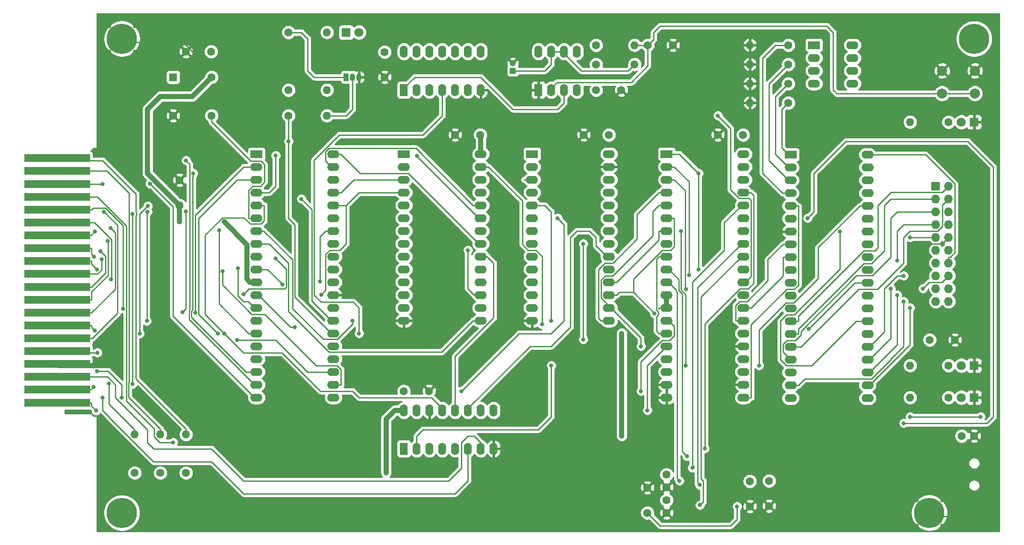
<source format=gbr>
G04 #@! TF.GenerationSoftware,KiCad,Pcbnew,(5.1.4)-1*
G04 #@! TF.CreationDate,2019-12-01T00:46:25+01:00*
G04 #@! TF.ProjectId,Z80Mini,5a38304d-696e-4692-9e6b-696361645f70,rev?*
G04 #@! TF.SameCoordinates,Original*
G04 #@! TF.FileFunction,Copper,L2,Bot*
G04 #@! TF.FilePolarity,Positive*
%FSLAX46Y46*%
G04 Gerber Fmt 4.6, Leading zero omitted, Abs format (unit mm)*
G04 Created by KiCad (PCBNEW (5.1.4)-1) date 2019-12-01 00:46:25*
%MOMM*%
%LPD*%
G04 APERTURE LIST*
%ADD10O,1.600000X2.400000*%
%ADD11R,1.600000X2.400000*%
%ADD12O,1.600000X1.600000*%
%ADD13C,1.600000*%
%ADD14R,1.050000X1.500000*%
%ADD15O,1.050000X1.500000*%
%ADD16C,1.800000*%
%ADD17R,1.800000X1.800000*%
%ADD18C,1.200000*%
%ADD19R,1.200000X1.200000*%
%ADD20O,2.400000X1.600000*%
%ADD21R,2.400000X1.600000*%
%ADD22C,6.000000*%
%ADD23C,0.800000*%
%ADD24O,1.727200X1.727200*%
%ADD25R,1.727200X1.727200*%
%ADD26C,2.000000*%
%ADD27R,1.600000X1.600000*%
%ADD28R,13.000000X1.650000*%
%ADD29C,1.000000*%
%ADD30C,0.250000*%
%ADD31C,0.254000*%
G04 APERTURE END LIST*
D10*
X166370000Y-53340000D03*
X173990000Y-60960000D03*
X168910000Y-53340000D03*
X171450000Y-60960000D03*
X171450000Y-53340000D03*
X168910000Y-60960000D03*
X173990000Y-53340000D03*
D11*
X166370000Y-60960000D03*
D12*
X124460000Y-60960000D03*
D13*
X116840000Y-60960000D03*
D12*
X124460000Y-49530000D03*
D13*
X116840000Y-49530000D03*
D12*
X124460000Y-66040000D03*
D13*
X116840000Y-66040000D03*
D14*
X128270000Y-58420000D03*
D15*
X130810000Y-58420000D03*
X129540000Y-58420000D03*
D16*
X130810000Y-49530000D03*
D17*
X128270000Y-49530000D03*
D13*
X193040000Y-52070000D03*
X188040000Y-52070000D03*
D18*
X161290000Y-55650000D03*
D19*
X161290000Y-57150000D03*
D20*
X125730000Y-73660000D03*
X110490000Y-121920000D03*
X125730000Y-76200000D03*
X110490000Y-119380000D03*
X125730000Y-78740000D03*
X110490000Y-116840000D03*
X125730000Y-81280000D03*
X110490000Y-114300000D03*
X125730000Y-83820000D03*
X110490000Y-111760000D03*
X125730000Y-86360000D03*
X110490000Y-109220000D03*
X125730000Y-88900000D03*
X110490000Y-106680000D03*
X125730000Y-91440000D03*
X110490000Y-104140000D03*
X125730000Y-93980000D03*
X110490000Y-101600000D03*
X125730000Y-96520000D03*
X110490000Y-99060000D03*
X125730000Y-99060000D03*
X110490000Y-96520000D03*
X125730000Y-101600000D03*
X110490000Y-93980000D03*
X125730000Y-104140000D03*
X110490000Y-91440000D03*
X125730000Y-106680000D03*
X110490000Y-88900000D03*
X125730000Y-109220000D03*
X110490000Y-86360000D03*
X125730000Y-111760000D03*
X110490000Y-83820000D03*
X125730000Y-114300000D03*
X110490000Y-81280000D03*
X125730000Y-116840000D03*
X110490000Y-78740000D03*
X125730000Y-119380000D03*
X110490000Y-76200000D03*
X125730000Y-121920000D03*
D21*
X110490000Y-73660000D03*
D12*
X185420000Y-55880000D03*
D13*
X177800000Y-55880000D03*
D20*
X154940000Y-73660000D03*
X139700000Y-106680000D03*
X154940000Y-76200000D03*
X139700000Y-104140000D03*
X154940000Y-78740000D03*
X139700000Y-101600000D03*
X154940000Y-81280000D03*
X139700000Y-99060000D03*
X154940000Y-83820000D03*
X139700000Y-96520000D03*
X154940000Y-86360000D03*
X139700000Y-93980000D03*
X154940000Y-88900000D03*
X139700000Y-91440000D03*
X154940000Y-91440000D03*
X139700000Y-88900000D03*
X154940000Y-93980000D03*
X139700000Y-86360000D03*
X154940000Y-96520000D03*
X139700000Y-83820000D03*
X154940000Y-99060000D03*
X139700000Y-81280000D03*
X154940000Y-101600000D03*
X139700000Y-78740000D03*
X154940000Y-104140000D03*
X139700000Y-76200000D03*
X154940000Y-106680000D03*
D21*
X139700000Y-73660000D03*
D10*
X139700000Y-53340000D03*
X154940000Y-60960000D03*
X142240000Y-53340000D03*
X152400000Y-60960000D03*
X144780000Y-53340000D03*
X149860000Y-60960000D03*
X147320000Y-53340000D03*
X147320000Y-60960000D03*
X149860000Y-53340000D03*
X144780000Y-60960000D03*
X152400000Y-53340000D03*
X142240000Y-60960000D03*
X154940000Y-53340000D03*
D11*
X139700000Y-60960000D03*
D22*
X243840000Y-144780000D03*
D23*
X246090000Y-144780000D03*
X245430990Y-146370990D03*
X243840000Y-147030000D03*
X242249010Y-146370990D03*
X241590000Y-144780000D03*
X242249010Y-143189010D03*
X243840000Y-142530000D03*
X245430990Y-143189010D03*
X254320990Y-49209010D03*
X252730000Y-48550000D03*
X251139010Y-49209010D03*
X250480000Y-50800000D03*
X251139010Y-52390990D03*
X252730000Y-53050000D03*
X254320990Y-52390990D03*
X254980000Y-50800000D03*
D22*
X252730000Y-50800000D03*
X83820000Y-144780000D03*
D23*
X86070000Y-144780000D03*
X85410990Y-146370990D03*
X83820000Y-147030000D03*
X82229010Y-146370990D03*
X81570000Y-144780000D03*
X82229010Y-143189010D03*
X83820000Y-142530000D03*
X85410990Y-143189010D03*
X85410990Y-49209010D03*
X83820000Y-48550000D03*
X82229010Y-49209010D03*
X81570000Y-50800000D03*
X82229010Y-52390990D03*
X83820000Y-53050000D03*
X85410990Y-52390990D03*
X86070000Y-50800000D03*
D22*
X83820000Y-50800000D03*
D13*
X180340000Y-69850000D03*
X175340000Y-69850000D03*
D20*
X180340000Y-73660000D03*
X165100000Y-106680000D03*
X180340000Y-76200000D03*
X165100000Y-104140000D03*
X180340000Y-78740000D03*
X165100000Y-101600000D03*
X180340000Y-81280000D03*
X165100000Y-99060000D03*
X180340000Y-83820000D03*
X165100000Y-96520000D03*
X180340000Y-86360000D03*
X165100000Y-93980000D03*
X180340000Y-88900000D03*
X165100000Y-91440000D03*
X180340000Y-91440000D03*
X165100000Y-88900000D03*
X180340000Y-93980000D03*
X165100000Y-86360000D03*
X180340000Y-96520000D03*
X165100000Y-83820000D03*
X180340000Y-99060000D03*
X165100000Y-81280000D03*
X180340000Y-101600000D03*
X165100000Y-78740000D03*
X180340000Y-104140000D03*
X165100000Y-76200000D03*
X180340000Y-106680000D03*
D21*
X165100000Y-73660000D03*
D13*
X144700000Y-120650000D03*
X139700000Y-120650000D03*
D10*
X139700000Y-124460000D03*
X157480000Y-132080000D03*
X142240000Y-124460000D03*
X154940000Y-132080000D03*
X144780000Y-124460000D03*
X152400000Y-132080000D03*
X147320000Y-124460000D03*
X149860000Y-132080000D03*
X149860000Y-124460000D03*
X147320000Y-132080000D03*
X152400000Y-124460000D03*
X144780000Y-132080000D03*
X154940000Y-124460000D03*
X142240000Y-132080000D03*
X157480000Y-124460000D03*
D11*
X139700000Y-132080000D03*
D13*
X187960000Y-139780000D03*
X187960000Y-144780000D03*
X208280000Y-138510000D03*
X208280000Y-143510000D03*
X212090000Y-143430000D03*
X212090000Y-138430000D03*
D24*
X247650000Y-102870000D03*
X245110000Y-102870000D03*
X247650000Y-100330000D03*
X245110000Y-100330000D03*
X247650000Y-97790000D03*
X245110000Y-97790000D03*
X247650000Y-95250000D03*
X245110000Y-95250000D03*
X247650000Y-92710000D03*
X245110000Y-92710000D03*
X247650000Y-90170000D03*
X245110000Y-90170000D03*
X247650000Y-87630000D03*
X245110000Y-87630000D03*
X247650000Y-85090000D03*
X245110000Y-85090000D03*
X247650000Y-82550000D03*
X245110000Y-82550000D03*
X247650000Y-80010000D03*
D25*
X245110000Y-80010000D03*
D20*
X207010000Y-73660000D03*
X191770000Y-121920000D03*
X207010000Y-76200000D03*
X191770000Y-119380000D03*
X207010000Y-78740000D03*
X191770000Y-116840000D03*
X207010000Y-81280000D03*
X191770000Y-114300000D03*
X207010000Y-83820000D03*
X191770000Y-111760000D03*
X207010000Y-86360000D03*
X191770000Y-109220000D03*
X207010000Y-88900000D03*
X191770000Y-106680000D03*
X207010000Y-91440000D03*
X191770000Y-104140000D03*
X207010000Y-93980000D03*
X191770000Y-101600000D03*
X207010000Y-96520000D03*
X191770000Y-99060000D03*
X207010000Y-99060000D03*
X191770000Y-96520000D03*
X207010000Y-101600000D03*
X191770000Y-93980000D03*
X207010000Y-104140000D03*
X191770000Y-91440000D03*
X207010000Y-106680000D03*
X191770000Y-88900000D03*
X207010000Y-109220000D03*
X191770000Y-86360000D03*
X207010000Y-111760000D03*
X191770000Y-83820000D03*
X207010000Y-114300000D03*
X191770000Y-81280000D03*
X207010000Y-116840000D03*
X191770000Y-78740000D03*
X207010000Y-119380000D03*
X191770000Y-76200000D03*
X207010000Y-121920000D03*
D21*
X191770000Y-73660000D03*
D20*
X231590000Y-73780000D03*
X216350000Y-122040000D03*
X231590000Y-76320000D03*
X216350000Y-119500000D03*
X231590000Y-78860000D03*
X216350000Y-116960000D03*
X231590000Y-81400000D03*
X216350000Y-114420000D03*
X231590000Y-83940000D03*
X216350000Y-111880000D03*
X231590000Y-86480000D03*
X216350000Y-109340000D03*
X231590000Y-89020000D03*
X216350000Y-106800000D03*
X231590000Y-91560000D03*
X216350000Y-104260000D03*
X231590000Y-94100000D03*
X216350000Y-101720000D03*
X231590000Y-96640000D03*
X216350000Y-99180000D03*
X231590000Y-99180000D03*
X216350000Y-96640000D03*
X231590000Y-101720000D03*
X216350000Y-94100000D03*
X231590000Y-104260000D03*
X216350000Y-91560000D03*
X231590000Y-106800000D03*
X216350000Y-89020000D03*
X231590000Y-109340000D03*
X216350000Y-86480000D03*
X231590000Y-111880000D03*
X216350000Y-83940000D03*
X231590000Y-114420000D03*
X216350000Y-81400000D03*
X231590000Y-116960000D03*
X216350000Y-78860000D03*
X231590000Y-119500000D03*
X216350000Y-76320000D03*
X231590000Y-122040000D03*
D21*
X216350000Y-73780000D03*
D20*
X228600000Y-52070000D03*
X220980000Y-59690000D03*
X228600000Y-54610000D03*
X220980000Y-57150000D03*
X228600000Y-57150000D03*
X220980000Y-54610000D03*
X228600000Y-59690000D03*
D21*
X220980000Y-52070000D03*
D12*
X208280000Y-63500000D03*
D13*
X215900000Y-63500000D03*
D12*
X208280000Y-59690000D03*
D13*
X215900000Y-59690000D03*
D12*
X208280000Y-55880000D03*
D13*
X215900000Y-55880000D03*
D12*
X208280000Y-52070000D03*
D13*
X215900000Y-52070000D03*
D12*
X240030000Y-67310000D03*
D13*
X247650000Y-67310000D03*
D16*
X250190000Y-67310000D03*
D17*
X252730000Y-67310000D03*
D12*
X240030000Y-121920000D03*
D13*
X247650000Y-121920000D03*
D12*
X240030000Y-115570000D03*
D13*
X247650000Y-115570000D03*
D16*
X250190000Y-121920000D03*
D17*
X252730000Y-121920000D03*
D16*
X250190000Y-115570000D03*
D17*
X252730000Y-115570000D03*
D13*
X252730000Y-129540000D03*
X250230000Y-129540000D03*
X191770000Y-137200000D03*
X191770000Y-139700000D03*
X191770000Y-142280000D03*
X191770000Y-144780000D03*
D26*
X252880000Y-57150000D03*
X252880000Y-61650000D03*
X246380000Y-57150000D03*
X246380000Y-61650000D03*
D13*
X93980000Y-66040000D03*
X101600000Y-66040000D03*
X101600000Y-58420000D03*
D27*
X93980000Y-58420000D03*
D12*
X86360000Y-129240000D03*
D13*
X86360000Y-136860000D03*
D12*
X91440000Y-129240000D03*
D13*
X91440000Y-136860000D03*
D12*
X96520000Y-129240000D03*
D13*
X96520000Y-136860000D03*
D12*
X185420000Y-52070000D03*
D13*
X177800000Y-52070000D03*
D28*
X70993000Y-74486000D03*
X70993000Y-77036000D03*
X70993000Y-79586000D03*
X70993000Y-82136000D03*
X70993000Y-84686000D03*
X70993000Y-87236000D03*
X70993000Y-89786000D03*
X70993000Y-92336000D03*
X70993000Y-94886000D03*
X70993000Y-97436000D03*
X70993000Y-99986000D03*
X70993000Y-102536000D03*
X70993000Y-105086000D03*
X70993000Y-117836000D03*
X70993000Y-107636000D03*
X70993000Y-110186000D03*
X70993000Y-115286000D03*
X70993000Y-112736000D03*
X70993000Y-120386000D03*
X70993000Y-122936000D03*
D13*
X206930000Y-69850000D03*
X201930000Y-69850000D03*
X243920000Y-110490000D03*
X248920000Y-110490000D03*
X101520000Y-53340000D03*
X96520000Y-53340000D03*
X182800000Y-60960000D03*
X177800000Y-60960000D03*
X135890000Y-53420000D03*
X135890000Y-58420000D03*
X154860000Y-69850000D03*
X149860000Y-69850000D03*
X95250000Y-78820000D03*
X95250000Y-83820000D03*
D23*
X194310300Y-140548600D03*
X248400200Y-135255500D03*
X219710000Y-88900000D03*
X204470000Y-139700000D03*
X139700000Y-115570000D03*
X165100000Y-115570000D03*
X182880000Y-109220000D03*
X104085400Y-87095400D03*
X182880000Y-129540000D03*
X136190000Y-136860000D03*
X93980000Y-130810000D03*
X84012600Y-104312700D03*
X198120000Y-96520000D03*
X198120000Y-77470000D03*
X195654500Y-100405000D03*
X81702200Y-98505900D03*
X118110000Y-107950000D03*
X219965000Y-108328000D03*
X186690000Y-111760000D03*
X78426300Y-89014200D03*
X129540000Y-106680000D03*
X194617200Y-88972300D03*
X78310100Y-93996400D03*
X115664979Y-99490085D03*
X195580000Y-115570000D03*
X167089800Y-107425600D03*
X103784700Y-96855100D03*
X78875200Y-96525100D03*
X210102800Y-115570000D03*
X79804400Y-94482200D03*
X79589900Y-92923200D03*
X81011000Y-90903500D03*
X168910000Y-115570000D03*
X168910000Y-106680000D03*
X81551700Y-88310200D03*
X80010000Y-79586000D03*
X88743100Y-106741700D03*
X78468600Y-108662900D03*
X80251700Y-85107700D03*
X142264600Y-74010300D03*
X78964200Y-113030000D03*
X106680000Y-110490000D03*
X85898000Y-119222700D03*
X78210700Y-119799900D03*
X85927510Y-85545379D03*
X104140000Y-109220000D03*
X102870000Y-109220000D03*
X81280000Y-119150900D03*
X98334990Y-105119500D03*
X88950400Y-83964700D03*
X87344600Y-109220000D03*
X96513400Y-85026100D03*
X95852100Y-105039200D03*
X123316500Y-101512100D03*
X123069300Y-98924300D03*
X170180000Y-86360000D03*
X151130000Y-120650000D03*
X114269900Y-94375300D03*
X107907700Y-101486800D03*
X175260000Y-91440000D03*
X175260000Y-110410600D03*
X226113700Y-89044100D03*
X106859500Y-96340500D03*
X189383500Y-105265900D03*
X152400000Y-92710000D03*
X196212100Y-97654300D03*
X103087800Y-88770600D03*
X119380000Y-82550000D03*
X116840000Y-71120000D03*
X95250000Y-87095400D03*
X89392175Y-79517825D03*
X114300000Y-73951800D03*
X97963710Y-77470000D03*
X96520000Y-74930000D03*
X78706600Y-124493400D03*
X130810000Y-109220000D03*
X199329000Y-132019000D03*
X196874800Y-135847500D03*
X198319607Y-139251580D03*
X198385000Y-143245000D03*
X194310000Y-138430000D03*
X195790000Y-133560000D03*
X238760000Y-102870000D03*
X237490000Y-94745900D03*
X240030000Y-90170000D03*
X238760000Y-97790000D03*
X236220000Y-100330000D03*
X242570000Y-100330000D03*
X237490000Y-101600000D03*
X240030000Y-104140000D03*
X219710000Y-86360000D03*
X238760000Y-127000000D03*
X186690000Y-120650000D03*
X201930000Y-66040000D03*
X187960000Y-124460000D03*
X240030000Y-125730000D03*
X254000000Y-125730000D03*
X205740000Y-143510000D03*
X88900000Y-115570000D03*
X82550000Y-115570000D03*
X88900000Y-85090000D03*
X80010000Y-121920000D03*
X83820000Y-121920000D03*
X78908113Y-116670010D03*
D29*
X95029000Y-115349000D02*
X96299000Y-115349000D01*
X96299000Y-115349000D02*
X104140000Y-123190000D01*
X104140000Y-123190000D02*
X106680000Y-125730000D01*
X106680000Y-125730000D02*
X106680000Y-125730000D01*
D30*
X247650000Y-90170000D02*
X246380000Y-91440000D01*
X246380000Y-91440000D02*
X244620870Y-91440000D01*
X244620870Y-91440000D02*
X242570000Y-91440000D01*
X242570000Y-91440000D02*
X241300000Y-92710000D01*
X241300000Y-92710000D02*
X241300000Y-107950000D01*
X241300000Y-107950000D02*
X241300000Y-113030000D01*
X241300000Y-113030000D02*
X243840000Y-115570000D01*
X243840000Y-115570000D02*
X243840000Y-115570000D01*
X96990001Y-52540001D02*
X97790000Y-53340000D01*
X95975001Y-51525001D02*
X96990001Y-52540001D01*
X84545001Y-51525001D02*
X95975001Y-51525001D01*
X83820000Y-50800000D02*
X84545001Y-51525001D01*
X245638003Y-145505001D02*
X250734999Y-145505001D01*
X243840000Y-144780000D02*
X244913002Y-144780000D01*
X244913002Y-144780000D02*
X245638003Y-145505001D01*
X250734999Y-145505001D02*
X255270000Y-140970000D01*
X255270000Y-132080000D02*
X252730000Y-129540000D01*
X255270000Y-140970000D02*
X255270000Y-132080000D01*
X246380000Y-57150000D02*
X237039991Y-47809991D01*
X185870009Y-47809991D02*
X185420000Y-48260000D01*
X206930000Y-73580000D02*
X207010000Y-73660000D01*
X228790700Y-59690000D02*
X228600000Y-59499300D01*
X228600000Y-59690000D02*
X228790700Y-59690000D01*
D29*
X154940000Y-69930000D02*
X154860000Y-69850000D01*
X154940000Y-73660000D02*
X154940000Y-69930000D01*
X108589990Y-91599990D02*
X104085400Y-87095400D01*
X108589990Y-98429990D02*
X108589990Y-91599990D01*
X109220000Y-99060000D02*
X108589990Y-98429990D01*
X110490000Y-99060000D02*
X109220000Y-99060000D01*
X191770000Y-101600000D02*
X191770000Y-104140000D01*
D30*
X190244700Y-104464400D02*
X190244700Y-104140000D01*
X191770000Y-104140000D02*
X190244700Y-104140000D01*
D29*
X137900000Y-124460000D02*
X139700000Y-124460000D01*
X136190000Y-126170000D02*
X137900000Y-124460000D01*
X136190000Y-136860000D02*
X136190000Y-126170000D01*
X135810000Y-53340000D02*
X135890000Y-53420000D01*
X182880000Y-109220000D02*
X182880000Y-129540000D01*
D30*
X110890000Y-114300000D02*
X110490000Y-114300000D01*
X86619300Y-85926593D02*
X86652512Y-85893381D01*
X86619300Y-85164165D02*
X86619300Y-81539300D01*
X86652512Y-85893381D02*
X86652512Y-85197377D01*
X86652512Y-85197377D02*
X86619300Y-85164165D01*
X80016010Y-74936010D02*
X70993000Y-74936010D01*
X86619300Y-81539300D02*
X80016010Y-74936010D01*
X86619300Y-118207930D02*
X86619300Y-85926593D01*
X96520000Y-129240000D02*
X96520000Y-128108630D01*
X96520000Y-128108630D02*
X86619300Y-118207930D01*
X80846000Y-77036000D02*
X70993000Y-77036000D01*
X91440000Y-129240000D02*
X91440000Y-128114700D01*
X85172700Y-121847400D02*
X85172700Y-118922300D01*
X85172700Y-118922300D02*
X85202500Y-118892500D01*
X91440000Y-128114700D02*
X85172700Y-121847400D01*
X85202500Y-118892500D02*
X85202500Y-81392500D01*
X85202500Y-81392500D02*
X80846000Y-77036000D01*
X77818300Y-82136000D02*
X78962700Y-82136000D01*
X70993000Y-82136000D02*
X77818300Y-82136000D01*
X78962700Y-82136000D02*
X84752200Y-87925500D01*
X84752200Y-87925500D02*
X84752200Y-118705900D01*
X84752200Y-118705900D02*
X84722400Y-118735700D01*
X84722400Y-118735700D02*
X84722400Y-122633900D01*
X84722400Y-122633900D02*
X90244100Y-128155600D01*
X93414315Y-130810000D02*
X93980000Y-130810000D01*
X91344998Y-130810000D02*
X93414315Y-130810000D01*
X90244100Y-129709102D02*
X91344998Y-130810000D01*
X90244100Y-129465900D02*
X90244100Y-129709102D01*
X90244100Y-128155600D02*
X90244100Y-129465900D01*
X90244100Y-129465900D02*
X90244100Y-129671200D01*
X207010000Y-121920000D02*
X208535300Y-121920000D01*
X217086400Y-100450000D02*
X215579900Y-100450000D01*
X217875300Y-99661100D02*
X217086400Y-100450000D01*
X208535300Y-107494600D02*
X208535300Y-121920000D01*
X215579900Y-100450000D02*
X208535300Y-107494600D01*
X216350000Y-83940000D02*
X217875300Y-83940000D01*
X217875300Y-83940000D02*
X217875300Y-99661100D01*
X70993000Y-84686000D02*
X77818300Y-84686000D01*
X77818300Y-84686000D02*
X78140500Y-84363800D01*
X78140500Y-84363800D02*
X80540000Y-84363800D01*
X80540000Y-84363800D02*
X84012600Y-87836400D01*
X84012600Y-87836400D02*
X84012600Y-104312700D01*
X194310000Y-73660000D02*
X191770000Y-73660000D01*
X198120000Y-96520000D02*
X198120000Y-77470000D01*
X198120000Y-77470000D02*
X194310000Y-73660000D01*
X195654500Y-100405000D02*
X195473000Y-100223500D01*
X195473000Y-100223500D02*
X195473000Y-80917700D01*
X195473000Y-80917700D02*
X193295300Y-78740000D01*
X191770000Y-78740000D02*
X193295300Y-78740000D01*
X81702200Y-98505900D02*
X81736300Y-98471800D01*
X81736300Y-98471800D02*
X81736300Y-90603000D01*
X81736300Y-90603000D02*
X78369300Y-87236000D01*
X78369300Y-87236000D02*
X77818300Y-87236000D01*
X70993000Y-87236000D02*
X77818300Y-87236000D01*
X117544315Y-107950000D02*
X118110000Y-107950000D01*
X117240000Y-107950000D02*
X117544315Y-107950000D01*
X110890000Y-101600000D02*
X117240000Y-107950000D01*
X110490000Y-101600000D02*
X110890000Y-101600000D01*
X191770000Y-83820000D02*
X190244700Y-83820000D01*
X180773500Y-104140000D02*
X178808100Y-102174600D01*
X178808100Y-102174600D02*
X178808100Y-98580800D01*
X178808100Y-98580800D02*
X179598900Y-97790000D01*
X179598900Y-97790000D02*
X181076400Y-97790000D01*
X181076400Y-97790000D02*
X188998400Y-89868000D01*
X188998400Y-89868000D02*
X188998400Y-85066300D01*
X188998400Y-85066300D02*
X190244700Y-83820000D01*
X180340000Y-104140000D02*
X180773500Y-104140000D01*
X219965000Y-108328000D02*
X229113000Y-99180000D01*
X229113000Y-99180000D02*
X231590000Y-99180000D01*
X70993000Y-89786000D02*
X77818300Y-89786000D01*
X77818300Y-89786000D02*
X77818300Y-89622200D01*
X77818300Y-89622200D02*
X78426300Y-89014200D01*
X110490000Y-88900000D02*
X111940000Y-88900000D01*
X117659989Y-104326400D02*
X123723589Y-110390000D01*
X117659989Y-94619989D02*
X117659989Y-104326400D01*
X111940000Y-88900000D02*
X117659989Y-94619989D01*
X126551004Y-110390000D02*
X129540000Y-107401004D01*
X123723589Y-110390000D02*
X126551004Y-110390000D01*
X129540000Y-107401004D02*
X129540000Y-106680000D01*
X129540000Y-106680000D02*
X129540000Y-106680000D01*
X186690000Y-111194315D02*
X186690000Y-111760000D01*
X186690000Y-110090000D02*
X186690000Y-111194315D01*
X180740000Y-104140000D02*
X186690000Y-110090000D01*
X180340000Y-104140000D02*
X180740000Y-104140000D01*
X70993000Y-92336000D02*
X77818300Y-92336000D01*
X77818300Y-92336000D02*
X77818300Y-93504600D01*
X77818300Y-93504600D02*
X78310100Y-93996400D01*
X180340000Y-99060000D02*
X181865300Y-99060000D01*
X191770000Y-88900000D02*
X190244700Y-88900000D01*
X190244700Y-88900000D02*
X190244700Y-90680600D01*
X190244700Y-90680600D02*
X181865300Y-99060000D01*
X194617200Y-88972300D02*
X194617200Y-100546963D01*
X194617200Y-100546963D02*
X195580000Y-101509763D01*
X232290000Y-104260000D02*
X231590000Y-104260000D01*
X232410000Y-104140000D02*
X232290000Y-104260000D01*
X112694894Y-96520000D02*
X115264980Y-99090086D01*
X115264980Y-99090086D02*
X115664979Y-99490085D01*
X110490000Y-96520000D02*
X112694894Y-96520000D01*
X195580000Y-115570000D02*
X195580000Y-101600000D01*
X154940000Y-76200000D02*
X156465300Y-76200000D01*
X156465300Y-76200000D02*
X163201700Y-82936400D01*
X163201700Y-82936400D02*
X163201700Y-91581900D01*
X163201700Y-91581900D02*
X164329800Y-92710000D01*
X164329800Y-92710000D02*
X165836300Y-92710000D01*
X165836300Y-92710000D02*
X167089800Y-93963500D01*
X167089800Y-93963500D02*
X167089800Y-107425600D01*
X70993000Y-94886000D02*
X77818300Y-94886000D01*
X125730000Y-119380000D02*
X127255300Y-119380000D01*
X103784700Y-96855100D02*
X103784700Y-99634900D01*
X103784700Y-99634900D02*
X109559800Y-105410000D01*
X109559800Y-105410000D02*
X112175100Y-105410000D01*
X112175100Y-105410000D02*
X122335100Y-115570000D01*
X122335100Y-115570000D02*
X126491600Y-115570000D01*
X126491600Y-115570000D02*
X127255300Y-116333700D01*
X127255300Y-116333700D02*
X127255300Y-119380000D01*
X77818300Y-94886000D02*
X77818300Y-95468200D01*
X77818300Y-95468200D02*
X78875200Y-96525100D01*
X230064700Y-83940000D02*
X221820600Y-92184100D01*
X221820600Y-92184100D02*
X221820600Y-98289200D01*
X221820600Y-98289200D02*
X216975200Y-103134600D01*
X216975200Y-103134600D02*
X215472100Y-103134600D01*
X215472100Y-103134600D02*
X210102800Y-108503900D01*
X210102800Y-108503900D02*
X210102800Y-112800700D01*
X231590000Y-83940000D02*
X230064700Y-83940000D01*
X210102800Y-112800700D02*
X210102800Y-115570000D01*
X77818300Y-97436000D02*
X78990100Y-97436000D01*
X78990100Y-97436000D02*
X79804400Y-96621700D01*
X79804400Y-96621700D02*
X79804400Y-94482200D01*
X70993000Y-97436000D02*
X77818300Y-97436000D01*
X207010000Y-106680000D02*
X205484700Y-106680000D01*
X216350000Y-91560000D02*
X214824700Y-91560000D01*
X214824700Y-91560000D02*
X211839400Y-94545300D01*
X211839400Y-94545300D02*
X211839400Y-98769500D01*
X211839400Y-98769500D02*
X207738900Y-102870000D01*
X207738900Y-102870000D02*
X206254700Y-102870000D01*
X206254700Y-102870000D02*
X205484700Y-103640000D01*
X205484700Y-103640000D02*
X205484700Y-106680000D01*
X79589900Y-92923200D02*
X80563200Y-93896500D01*
X80563200Y-93896500D02*
X80563200Y-97241100D01*
X80563200Y-97241100D02*
X77818300Y-99986000D01*
X70993000Y-99986000D02*
X77818300Y-99986000D01*
X70993000Y-102536000D02*
X77818300Y-102536000D01*
X77818300Y-102536000D02*
X77818300Y-100993400D01*
X77818300Y-100993400D02*
X81045400Y-97766300D01*
X81045400Y-97766300D02*
X81045400Y-90937900D01*
X81045400Y-90937900D02*
X81011000Y-90903500D01*
X167640000Y-83820000D02*
X165100000Y-83820000D01*
X168910000Y-105410000D02*
X168910000Y-85090000D01*
X168910000Y-85090000D02*
X167640000Y-83820000D01*
X168910000Y-106680000D02*
X168910000Y-105410000D01*
X168910000Y-125730000D02*
X166370000Y-128270000D01*
X166370000Y-128270000D02*
X143510000Y-128270000D01*
X142240000Y-129540000D02*
X142240000Y-132080000D01*
X143510000Y-128270000D02*
X142240000Y-129540000D01*
X168910000Y-125730000D02*
X168910000Y-115570000D01*
X77818300Y-105086000D02*
X82480000Y-100424300D01*
X82480000Y-100424300D02*
X82480000Y-89238500D01*
X82480000Y-89238500D02*
X81551700Y-88310200D01*
X70993000Y-105086000D02*
X77818300Y-105086000D01*
X125730000Y-81280000D02*
X127255300Y-81280000D01*
X127255300Y-81280000D02*
X129795300Y-78740000D01*
X129795300Y-78740000D02*
X139700000Y-78740000D01*
X163574600Y-78740000D02*
X163574700Y-78740000D01*
X165100000Y-78740000D02*
X163574700Y-78740000D01*
X90170000Y-78740000D02*
X90170000Y-78740000D01*
X70993000Y-107636000D02*
X77818300Y-107636000D01*
X77818300Y-107636000D02*
X77818300Y-108012600D01*
X77818300Y-108012600D02*
X78468600Y-108662900D01*
X142118700Y-72524000D02*
X124874995Y-72524000D01*
X125330000Y-76200000D02*
X125730000Y-76200000D01*
X154940000Y-83820000D02*
X153414700Y-83820000D01*
X153414700Y-83820000D02*
X142118700Y-72524000D01*
X124204700Y-75074700D02*
X125330000Y-76200000D01*
X124874995Y-72524000D02*
X124204700Y-73194295D01*
X124204700Y-73194295D02*
X124204700Y-75074700D01*
X77818300Y-110186000D02*
X77971300Y-110186000D01*
X77971300Y-110186000D02*
X82930400Y-105226900D01*
X82930400Y-105226900D02*
X82930400Y-87786400D01*
X82930400Y-87786400D02*
X80251700Y-85107700D01*
X70993000Y-110186000D02*
X77818300Y-110186000D01*
X142264600Y-74084600D02*
X142264600Y-74010300D01*
X154540000Y-86360000D02*
X142264600Y-74084600D01*
X154940000Y-86360000D02*
X154540000Y-86360000D01*
X106680000Y-110490000D02*
X114300000Y-110490000D01*
X114300000Y-110490000D02*
X120650000Y-116840000D01*
X120650000Y-116840000D02*
X125730000Y-116840000D01*
X70993000Y-120386000D02*
X77818300Y-120386000D01*
X77818300Y-120386000D02*
X77818300Y-120192300D01*
X77818300Y-120192300D02*
X78210700Y-119799900D01*
X100300000Y-105403800D02*
X100300000Y-89714060D01*
X100300000Y-89714060D02*
X103743669Y-86270391D01*
X100323800Y-105403800D02*
X104140000Y-109220000D01*
X100300000Y-105403800D02*
X100323800Y-105403800D01*
X147320000Y-124060000D02*
X147320000Y-124460000D01*
X145180000Y-121920000D02*
X147320000Y-124060000D01*
X104140000Y-109220000D02*
X107950000Y-113030000D01*
X107950000Y-113030000D02*
X115570000Y-113030000D01*
X115570000Y-113030000D02*
X123190000Y-120650000D01*
X123190000Y-120650000D02*
X129540000Y-120650000D01*
X129540000Y-120650000D02*
X130810000Y-121920000D01*
X130810000Y-121920000D02*
X145180000Y-121920000D01*
X103743669Y-86270391D02*
X108008791Y-86270391D01*
X108008791Y-86270391D02*
X109255800Y-87517400D01*
X109255800Y-87517400D02*
X111419800Y-87517400D01*
X111419800Y-87517400D02*
X112015300Y-86921900D01*
X110490000Y-83820000D02*
X112015300Y-83820000D01*
X112015300Y-86921900D02*
X112015300Y-83820000D01*
X110490000Y-78740000D02*
X110090000Y-78740000D01*
X81280000Y-119150900D02*
X81280000Y-120650000D01*
X81280000Y-120650000D02*
X81280000Y-123190000D01*
X81280000Y-123190000D02*
X86360000Y-128270000D01*
X86360000Y-128270000D02*
X86360000Y-129240000D01*
X110490000Y-76200000D02*
X110090000Y-76200000D01*
X88950400Y-83964700D02*
X87344600Y-85570500D01*
X125730000Y-73660000D02*
X127255300Y-73660000D01*
X127255300Y-73660000D02*
X131065300Y-77470000D01*
X154540000Y-91440000D02*
X154940000Y-91440000D01*
X140570000Y-77470000D02*
X154540000Y-91440000D01*
X131065300Y-77470000D02*
X140570000Y-77470000D01*
X95852100Y-105039200D02*
X96513400Y-104377900D01*
X96513400Y-85591785D02*
X96513400Y-85026100D01*
X96513400Y-104377900D02*
X96513400Y-85591785D01*
X139700000Y-81280000D02*
X130810000Y-81280000D01*
X128270000Y-83820000D02*
X125730000Y-83820000D01*
X130810000Y-81280000D02*
X128270000Y-83820000D01*
X125001100Y-92710000D02*
X126454100Y-92710000D01*
X126130000Y-83820000D02*
X125730000Y-83820000D01*
X126454100Y-92710000D02*
X127000000Y-92710000D01*
X127000000Y-92710000D02*
X128270000Y-91440000D01*
X128270000Y-91440000D02*
X128270000Y-83820000D01*
X124199300Y-93511800D02*
X125001100Y-92710000D01*
X124199300Y-100629300D02*
X124199300Y-93511800D01*
X123316500Y-101512100D02*
X124199300Y-100629300D01*
X125730000Y-88900000D02*
X124204700Y-88900000D01*
X123069300Y-98924300D02*
X123069300Y-90035400D01*
X123069300Y-90035400D02*
X124204700Y-88900000D01*
X171450000Y-87630000D02*
X170180000Y-86360000D01*
X170180000Y-86360000D02*
X170180000Y-86360000D01*
X171450000Y-105410000D02*
X171450000Y-87630000D01*
X171450000Y-105410000D02*
X171450000Y-106680000D01*
X168910000Y-109220000D02*
X171450000Y-106680000D01*
X168910000Y-109220000D02*
X162560000Y-109220000D01*
X162560000Y-109220000D02*
X151130000Y-120650000D01*
X165500000Y-91440000D02*
X165100000Y-91440000D01*
X175260000Y-91440000D02*
X175260000Y-91440000D01*
X109033800Y-100360700D02*
X116172889Y-100360700D01*
X116389989Y-100143600D02*
X116389989Y-96495389D01*
X116389989Y-96495389D02*
X114669899Y-94775299D01*
X116172889Y-100360700D02*
X116389989Y-100143600D01*
X114669899Y-94775299D02*
X114269900Y-94375300D01*
X107907700Y-101486800D02*
X109033800Y-100360700D01*
X175260000Y-110410600D02*
X175260000Y-91440000D01*
X207010000Y-104140000D02*
X208535300Y-104140000D01*
X216350000Y-94100000D02*
X214824700Y-94100000D01*
X214824700Y-94100000D02*
X214824700Y-97850600D01*
X214824700Y-97850600D02*
X208535300Y-104140000D01*
X226113700Y-89044100D02*
X226113700Y-96495300D01*
X226113700Y-96495300D02*
X217079000Y-105530000D01*
X217079000Y-105530000D02*
X215569200Y-105530000D01*
X215569200Y-105530000D02*
X214365400Y-106733800D01*
X214365400Y-106733800D02*
X214365400Y-114445000D01*
X214365400Y-114445000D02*
X215532600Y-115612200D01*
X215532600Y-115612200D02*
X220516200Y-115612200D01*
X220516200Y-115612200D02*
X229328400Y-106800000D01*
X229328400Y-106800000D02*
X231590000Y-106800000D01*
X110490000Y-104140000D02*
X110090000Y-104140000D01*
X110090000Y-104140000D02*
X108820000Y-102870000D01*
X108820000Y-102870000D02*
X107950000Y-102870000D01*
X106859500Y-101779500D02*
X106859500Y-96340500D01*
X107950000Y-102870000D02*
X106859500Y-101779500D01*
X193295300Y-86360000D02*
X193295300Y-91974300D01*
X193295300Y-91974300D02*
X192559600Y-92710000D01*
X192559600Y-92710000D02*
X190877800Y-92710000D01*
X190877800Y-92710000D02*
X185179500Y-98408300D01*
X185179500Y-98408300D02*
X185179500Y-101061900D01*
X185179500Y-101061900D02*
X182403400Y-101061900D01*
X182403400Y-101061900D02*
X181865300Y-101600000D01*
X191770000Y-86360000D02*
X193295300Y-86360000D01*
X180340000Y-101600000D02*
X181865300Y-101600000D01*
X185179500Y-101061900D02*
X189383500Y-105265900D01*
X152400000Y-92710000D02*
X152400000Y-100330000D01*
X152400000Y-100330000D02*
X153670000Y-101600000D01*
X153670000Y-101600000D02*
X154940000Y-101600000D01*
X178306300Y-106171600D02*
X178306300Y-96522200D01*
X178306300Y-96522200D02*
X179578500Y-95250000D01*
X179578500Y-95250000D02*
X181119800Y-95250000D01*
X181119800Y-95250000D02*
X185895800Y-90474000D01*
X185895800Y-90474000D02*
X185895800Y-85628900D01*
X185895800Y-85628900D02*
X190244700Y-81280000D01*
X178927300Y-106680000D02*
X178814700Y-106680000D01*
X178814700Y-106680000D02*
X178306300Y-106171600D01*
X191770000Y-81280000D02*
X190244700Y-81280000D01*
X180340000Y-106680000D02*
X178927300Y-106680000D01*
X113030000Y-91440000D02*
X110490000Y-91440000D01*
X153414700Y-106680000D02*
X147198700Y-112896000D01*
X154940000Y-106680000D02*
X153414700Y-106680000D01*
X147198700Y-112896000D02*
X124850900Y-112896000D01*
X124850900Y-112896000D02*
X116840000Y-104885100D01*
X116840000Y-104885100D02*
X116840000Y-95250000D01*
X116840000Y-95250000D02*
X113030000Y-91440000D01*
X196212100Y-97654300D02*
X196212100Y-79116800D01*
X196212100Y-79116800D02*
X193295300Y-76200000D01*
X191770000Y-76200000D02*
X193295300Y-76200000D01*
X103087800Y-88770600D02*
X103059400Y-88799000D01*
X103059400Y-88799000D02*
X103059400Y-103314700D01*
X103059400Y-103314700D02*
X108964700Y-109220000D01*
X110490000Y-109220000D02*
X108964700Y-109220000D01*
X121469989Y-102819989D02*
X121469989Y-88449989D01*
X125330000Y-106680000D02*
X121469989Y-102819989D01*
X125730000Y-106680000D02*
X125330000Y-106680000D01*
X121469989Y-88449989D02*
X121469989Y-84639989D01*
X121469989Y-84639989D02*
X119380000Y-82550000D01*
X116840000Y-73660000D02*
X116840000Y-73660000D01*
X125330000Y-109220000D02*
X118110000Y-102000000D01*
X125730000Y-109220000D02*
X125330000Y-109220000D01*
X118110000Y-102000000D02*
X118110000Y-87630000D01*
X118110000Y-87630000D02*
X116840000Y-86360000D01*
X116840000Y-86360000D02*
X116840000Y-73660000D01*
D29*
X101520000Y-58340000D02*
X101600000Y-58420000D01*
X95250000Y-87095400D02*
X95250000Y-83820000D01*
X97790000Y-62230000D02*
X101600000Y-58420000D01*
X91440000Y-62230000D02*
X97790000Y-62230000D01*
X88900000Y-64770000D02*
X91440000Y-62230000D01*
X95250000Y-83820000D02*
X88900000Y-77470000D01*
X88900000Y-77470000D02*
X88900000Y-64770000D01*
D30*
X80010000Y-79586000D02*
X70993000Y-79586000D01*
X89792174Y-79917824D02*
X89392175Y-79517825D01*
X110490000Y-121920000D02*
X110090000Y-121920000D01*
X114300000Y-80010000D02*
X114300000Y-73951800D01*
X113030000Y-81280000D02*
X114300000Y-80010000D01*
X110490000Y-81280000D02*
X113030000Y-81280000D01*
X106680000Y-78740000D02*
X110490000Y-78740000D01*
X99060000Y-86360000D02*
X106680000Y-78740000D01*
X102870000Y-109220000D02*
X99060000Y-105410000D01*
X99060000Y-105410000D02*
X99060000Y-86360000D01*
X107950000Y-76200000D02*
X110490000Y-76200000D01*
X98334990Y-105119500D02*
X98334990Y-85815010D01*
X98334990Y-85815010D02*
X107950000Y-76200000D01*
X97843600Y-78155795D02*
X97963710Y-78035685D01*
X97843600Y-104537886D02*
X97843600Y-78155795D01*
X97963710Y-78035685D02*
X97963710Y-77470000D01*
X97609988Y-104771498D02*
X97843600Y-104537886D01*
X97609988Y-106040488D02*
X97609988Y-104771498D01*
X108409500Y-116840000D02*
X97609988Y-106040488D01*
X110490000Y-116840000D02*
X108409500Y-116840000D01*
X97238700Y-104506375D02*
X97238700Y-75648700D01*
X110090000Y-119380000D02*
X97159977Y-106449977D01*
X110490000Y-119380000D02*
X110090000Y-119380000D01*
X97159977Y-104585098D02*
X97238700Y-104506375D01*
X97238700Y-75648700D02*
X96520000Y-74930000D01*
X97159977Y-106449977D02*
X97159977Y-104585098D01*
X70993000Y-122936000D02*
X77818300Y-122936000D01*
X77818300Y-122936000D02*
X77818300Y-123605100D01*
X77818300Y-123605100D02*
X78706600Y-124493400D01*
X143510000Y-69850000D02*
X147320000Y-66040000D01*
X126912585Y-69850000D02*
X143510000Y-69850000D01*
X147320000Y-66040000D02*
X147320000Y-60960000D01*
X130810000Y-104140000D02*
X129684990Y-103014990D01*
X130810000Y-109220000D02*
X130810000Y-104140000D01*
X129684990Y-103014990D02*
X123334990Y-103014990D01*
X123334990Y-103014990D02*
X121920000Y-101600000D01*
X121920000Y-101600000D02*
X121920000Y-74842585D01*
X121920000Y-74842585D02*
X126912585Y-69850000D01*
X116840000Y-73660000D02*
X116840000Y-66040000D01*
X207010000Y-81280000D02*
X208535300Y-81280000D01*
X199329000Y-117599500D02*
X199329000Y-107287000D01*
X199329000Y-107287000D02*
X206286000Y-100330000D01*
X206286000Y-100330000D02*
X207973300Y-100330000D01*
X207973300Y-100330000D02*
X209040300Y-99263000D01*
X209040300Y-99263000D02*
X209040300Y-81785000D01*
X209040300Y-81785000D02*
X208535300Y-81280000D01*
X199329000Y-117599500D02*
X199329000Y-119380000D01*
X199329000Y-119380000D02*
X199329000Y-132019000D01*
X199329000Y-132019000D02*
X199329000Y-132019000D01*
X196874800Y-135847500D02*
X197183400Y-135538900D01*
X196874800Y-135847500D02*
X196874800Y-99035200D01*
X196874800Y-99035200D02*
X203200000Y-92710000D01*
X206610000Y-83820000D02*
X207010000Y-83820000D01*
X203200000Y-87230000D02*
X206610000Y-83820000D01*
X203200000Y-92710000D02*
X203200000Y-87230000D01*
X189794300Y-94430400D02*
X190244700Y-93980000D01*
X190108800Y-105566400D02*
X190108800Y-104965400D01*
X189794300Y-105880900D02*
X190108800Y-105566400D01*
X189794300Y-108769600D02*
X189794300Y-105880900D01*
X189794300Y-104650900D02*
X189794300Y-94430400D01*
X190108800Y-104965400D02*
X189794300Y-104650900D01*
X190244700Y-109220000D02*
X189794300Y-108769600D01*
X191770000Y-109220000D02*
X190244700Y-109220000D01*
X191770000Y-93980000D02*
X190244700Y-93980000D01*
X197919608Y-138851581D02*
X198319607Y-139251580D01*
X197919608Y-100130392D02*
X197919608Y-138851581D01*
X206610000Y-91440000D02*
X197919608Y-100130392D01*
X207010000Y-91440000D02*
X206610000Y-91440000D01*
X198603700Y-101986300D02*
X198603700Y-137997800D01*
X199044609Y-138438709D02*
X199044609Y-142585391D01*
X206610000Y-93980000D02*
X198603700Y-101986300D01*
X198603700Y-137997800D02*
X199044609Y-138438709D01*
X198784999Y-142845001D02*
X198385000Y-143245000D01*
X199044609Y-142585391D02*
X198784999Y-142845001D01*
X207010000Y-93980000D02*
X206610000Y-93980000D01*
X193865599Y-137384301D02*
X193865599Y-101068184D01*
X193717178Y-100919763D02*
X193717178Y-100607178D01*
X193717178Y-100607178D02*
X192170000Y-99060000D01*
X192170000Y-99060000D02*
X191770000Y-99060000D01*
X193865599Y-101068184D02*
X193717178Y-100919763D01*
X193865599Y-137384301D02*
X193865599Y-137985599D01*
X193865599Y-137985599D02*
X194310000Y-138430000D01*
X194310000Y-138430000D02*
X194310000Y-138430000D01*
X194847900Y-101414074D02*
X194167189Y-100733363D01*
X194167189Y-100733363D02*
X194167189Y-98517189D01*
X194167189Y-98517189D02*
X192170000Y-96520000D01*
X192170000Y-96520000D02*
X191770000Y-96520000D01*
X195390001Y-133160001D02*
X195790000Y-133560000D01*
X194847900Y-132617900D02*
X195390001Y-133160001D01*
X194847900Y-101414074D02*
X194847900Y-132617900D01*
X216350000Y-81400000D02*
X215950000Y-81400000D01*
X214750000Y-81400000D02*
X216350000Y-81400000D01*
X210820000Y-77470000D02*
X214750000Y-81400000D01*
X210820000Y-54610000D02*
X210820000Y-77470000D01*
X215900000Y-52070000D02*
X213360000Y-52070000D01*
X213360000Y-52070000D02*
X210820000Y-54610000D01*
X215950000Y-78860000D02*
X212090000Y-75000000D01*
X216350000Y-78860000D02*
X215950000Y-78860000D01*
X212090000Y-59690000D02*
X215900000Y-55880000D01*
X212090000Y-75000000D02*
X212090000Y-59690000D01*
X215950000Y-76320000D02*
X213360000Y-73730000D01*
X216350000Y-76320000D02*
X215950000Y-76320000D01*
X213360000Y-62230000D02*
X215900000Y-59690000D01*
X213360000Y-73730000D02*
X213360000Y-62230000D01*
X215950000Y-73780000D02*
X214630000Y-72460000D01*
X216350000Y-73780000D02*
X215950000Y-73780000D01*
X214630000Y-64770000D02*
X215900000Y-63500000D01*
X214630000Y-72460000D02*
X214630000Y-64770000D01*
X247650000Y-95250000D02*
X247650000Y-94061100D01*
X247650000Y-94061100D02*
X248021500Y-94061100D01*
X248021500Y-94061100D02*
X248882900Y-93199700D01*
X248882900Y-93199700D02*
X248882900Y-79554300D01*
X248882900Y-79554300D02*
X243108600Y-73780000D01*
X243108600Y-73780000D02*
X231590000Y-73780000D01*
X216350000Y-119500000D02*
X217875300Y-119500000D01*
X232375700Y-118230000D02*
X219145300Y-118230000D01*
X219145300Y-118230000D02*
X217875300Y-119500000D01*
X236220000Y-114385700D02*
X236220000Y-114300000D01*
X232375700Y-118230000D02*
X236220000Y-114385700D01*
X238760000Y-111760000D02*
X238760000Y-102870000D01*
X236220000Y-114300000D02*
X238760000Y-111760000D01*
X232509700Y-97765300D02*
X229437500Y-97765300D01*
X229437500Y-97765300D02*
X218391300Y-108811500D01*
X218391300Y-108811500D02*
X218391300Y-109488900D01*
X218391300Y-109488900D02*
X217270200Y-110610000D01*
X217270200Y-110610000D02*
X215619400Y-110610000D01*
X215619400Y-110610000D02*
X214820100Y-111409300D01*
X214820100Y-111409300D02*
X214820100Y-112890100D01*
X214820100Y-112890100D02*
X216350000Y-114420000D01*
X232509700Y-97765300D02*
X236220000Y-94055000D01*
X237490000Y-85090000D02*
X245110000Y-85090000D01*
X236220000Y-94055000D02*
X236220000Y-86360000D01*
X236220000Y-86360000D02*
X237490000Y-85090000D01*
X218432500Y-111880000D02*
X216350000Y-111880000D01*
X229862500Y-100450000D02*
X218432500Y-111880000D01*
X233560000Y-100450000D02*
X229862500Y-100450000D01*
X238760000Y-95250000D02*
X233560000Y-100450000D01*
X246461100Y-83738900D02*
X246461100Y-87982200D01*
X246461100Y-87982200D02*
X245543300Y-88900000D01*
X247650000Y-82550000D02*
X246461100Y-83738900D01*
X240030000Y-88900000D02*
X238760000Y-90170000D01*
X245543300Y-88900000D02*
X240030000Y-88900000D01*
X238760000Y-90170000D02*
X238760000Y-95250000D01*
X232417800Y-95370000D02*
X230832400Y-95370000D01*
X230832400Y-95370000D02*
X217875300Y-108327100D01*
X217875300Y-108327100D02*
X217875300Y-109340000D01*
X216350000Y-109340000D02*
X217875300Y-109340000D01*
X232417800Y-95370000D02*
X234950000Y-92837800D01*
X234950000Y-92837800D02*
X234950000Y-83820000D01*
X234950000Y-83820000D02*
X236220000Y-82550000D01*
X236220000Y-82550000D02*
X245110000Y-82550000D01*
X216350000Y-106800000D02*
X217875300Y-106800000D01*
X217875300Y-106800000D02*
X217875300Y-105816500D01*
X217875300Y-105816500D02*
X230861800Y-92830000D01*
X230861800Y-92830000D02*
X233065200Y-92830000D01*
X233065200Y-92830000D02*
X233680000Y-92215200D01*
X233680000Y-92215200D02*
X233680000Y-83820000D01*
X246786401Y-80873599D02*
X247650000Y-80010000D01*
X246461399Y-81198601D02*
X246786401Y-80873599D01*
X236301399Y-81198601D02*
X246461399Y-81198601D01*
X233680000Y-83820000D02*
X236301399Y-81198601D01*
X237490000Y-88900000D02*
X237490000Y-94745900D01*
X245110000Y-87630000D02*
X238760000Y-87630000D01*
X238760000Y-87630000D02*
X237490000Y-88900000D01*
X240030000Y-90170000D02*
X242570000Y-90170000D01*
X242570000Y-90170000D02*
X245110000Y-90170000D01*
X238760000Y-97790000D02*
X237490000Y-97790000D01*
X237490000Y-97790000D02*
X234950000Y-100330000D01*
X231990000Y-111880000D02*
X231590000Y-111880000D01*
X234950000Y-108920000D02*
X231990000Y-111880000D01*
X234950000Y-100330000D02*
X234950000Y-108920000D01*
X231990000Y-114420000D02*
X231590000Y-114420000D01*
X246380000Y-99060000D02*
X244620870Y-99060000D01*
X247650000Y-97790000D02*
X246380000Y-99060000D01*
X231990000Y-114420000D02*
X236220000Y-110190000D01*
X236220000Y-110190000D02*
X236220000Y-101600000D01*
X244620870Y-99060000D02*
X243840000Y-99060000D01*
X243840000Y-99060000D02*
X242570000Y-100330000D01*
X242570000Y-100330000D02*
X242570000Y-100330000D01*
X236220000Y-101600000D02*
X236220000Y-100330000D01*
X245110000Y-100330000D02*
X245110000Y-100546400D01*
X231990000Y-116960000D02*
X231590000Y-116960000D01*
X237490000Y-111460000D02*
X231990000Y-116960000D01*
X237490000Y-101600000D02*
X237490000Y-111460000D01*
X231590000Y-119500000D02*
X231990000Y-119500000D01*
X231990000Y-119500000D02*
X240030000Y-111460000D01*
X240030000Y-111460000D02*
X240030000Y-105410000D01*
X240030000Y-105410000D02*
X240030000Y-104140000D01*
X251460000Y-71120000D02*
X227330000Y-71120000D01*
X227330000Y-71120000D02*
X224790000Y-73660000D01*
X224790000Y-73660000D02*
X220980000Y-77470000D01*
X220980000Y-77470000D02*
X220980000Y-85090000D01*
X220980000Y-85090000D02*
X219710000Y-86360000D01*
X219710000Y-86360000D02*
X219710000Y-86360000D01*
X238760000Y-127000000D02*
X245110000Y-127000000D01*
X245110000Y-127000000D02*
X245110000Y-127000000D01*
X245110000Y-127000000D02*
X255270000Y-127000000D01*
X255270000Y-127000000D02*
X256540000Y-125730000D01*
X256540000Y-125730000D02*
X256540000Y-76200000D01*
X256540000Y-76200000D02*
X251460000Y-71120000D01*
X190904006Y-110634990D02*
X186690000Y-114848996D01*
X192346014Y-110634990D02*
X190904006Y-110634990D01*
X193295010Y-109685994D02*
X192346014Y-110634990D01*
X193295010Y-107805010D02*
X193295010Y-109685994D01*
X191770000Y-106680000D02*
X192170000Y-106680000D01*
X192170000Y-106680000D02*
X193295010Y-107805010D01*
X186690000Y-114848996D02*
X186690000Y-120650000D01*
X186690000Y-120650000D02*
X186690000Y-120650000D01*
X207010000Y-99060000D02*
X207410000Y-99060000D01*
X207410000Y-99060000D02*
X208535010Y-97934990D01*
X208535010Y-97934990D02*
X208535010Y-82805010D01*
X206144006Y-82405010D02*
X204470000Y-80731004D01*
X208535010Y-82805010D02*
X208135010Y-82405010D01*
X208135010Y-82405010D02*
X206144006Y-82405010D01*
X204470000Y-80731004D02*
X204470000Y-68580000D01*
X144780000Y-60960000D02*
X144780000Y-60560000D01*
X204470000Y-68580000D02*
X201930000Y-66040000D01*
X110490000Y-86360000D02*
X108964700Y-86360000D01*
X101600000Y-66040000D02*
X101600000Y-67276200D01*
X101600000Y-67276200D02*
X109373200Y-75049400D01*
X109373200Y-75049400D02*
X111354800Y-75049400D01*
X111354800Y-75049400D02*
X112062500Y-75757100D01*
X112062500Y-75757100D02*
X112062500Y-79228400D01*
X112062500Y-79228400D02*
X111280900Y-80010000D01*
X111280900Y-80010000D02*
X109768200Y-80010000D01*
X109768200Y-80010000D02*
X108964700Y-80813500D01*
X108964700Y-80813500D02*
X108964700Y-86360000D01*
X187960000Y-119380000D02*
X187960000Y-116295001D01*
X187960000Y-119380000D02*
X187960000Y-115570000D01*
X187960000Y-115570000D02*
X191770000Y-111760000D01*
X187960000Y-119380000D02*
X187960000Y-124460000D01*
X240030000Y-125730000D02*
X254000000Y-125730000D01*
X187960000Y-144780000D02*
X190500000Y-147320000D01*
X190500000Y-147320000D02*
X204470000Y-147320000D01*
X205740000Y-146050000D02*
X205740000Y-143510000D01*
X204470000Y-147320000D02*
X205740000Y-146050000D01*
X82550000Y-121920000D02*
X82550000Y-119380000D01*
X90170000Y-132080000D02*
X88900000Y-130810000D01*
X101600000Y-132080000D02*
X90170000Y-132080000D01*
X107950000Y-138430000D02*
X101600000Y-132080000D01*
X81006000Y-117836000D02*
X70993000Y-117836000D01*
X148590000Y-138430000D02*
X107950000Y-138430000D01*
X154940000Y-130810000D02*
X153670000Y-129540000D01*
X88900000Y-128270000D02*
X82550000Y-121920000D01*
X154940000Y-132080000D02*
X154940000Y-130810000D01*
X82550000Y-119380000D02*
X81006000Y-117836000D01*
X153670000Y-129540000D02*
X152400000Y-129540000D01*
X152400000Y-129540000D02*
X151130000Y-130810000D01*
X151130000Y-130810000D02*
X151130000Y-135890000D01*
X88900000Y-130810000D02*
X88900000Y-128270000D01*
X151130000Y-135890000D02*
X148590000Y-138430000D01*
X73927500Y-114878300D02*
X71400700Y-114878300D01*
X71400700Y-114878300D02*
X70993000Y-115286000D01*
D29*
X82550000Y-115570000D02*
X71277000Y-115570000D01*
X71277000Y-115570000D02*
X70993000Y-115286000D01*
D30*
X110090000Y-121920000D02*
X93980000Y-105810000D01*
X93980000Y-84105650D02*
X89392175Y-79517825D01*
X93980000Y-105810000D02*
X93980000Y-84105650D01*
X88743100Y-85246900D02*
X88900000Y-85090000D01*
X88743100Y-106741700D02*
X88743100Y-85246900D01*
X71287000Y-113030000D02*
X70993000Y-112736000D01*
X78964200Y-113030000D02*
X71287000Y-113030000D01*
X85898000Y-85574889D02*
X85927510Y-85545379D01*
X85898000Y-119222700D02*
X85898000Y-85574889D01*
X87344600Y-108654315D02*
X87344600Y-106965400D01*
X87344600Y-109220000D02*
X87344600Y-108654315D01*
X87344600Y-85570500D02*
X87344600Y-106965400D01*
X87344600Y-106965400D02*
X87344600Y-107508300D01*
X80010000Y-121920000D02*
X80010000Y-121920000D01*
X152400000Y-138430000D02*
X152400000Y-132080000D01*
X130810000Y-140970000D02*
X149860000Y-140970000D01*
X80010000Y-124460000D02*
X81280000Y-125730000D01*
X149860000Y-140970000D02*
X152400000Y-138430000D01*
X80010000Y-121920000D02*
X80010000Y-124460000D01*
X81280000Y-125730000D02*
X81280000Y-125825002D01*
X81280000Y-125825002D02*
X90074998Y-134620000D01*
X130810000Y-140970000D02*
X107950000Y-140970000D01*
X107950000Y-140970000D02*
X101600000Y-134620000D01*
X90074998Y-134620000D02*
X101600000Y-134620000D01*
X83820000Y-121920000D02*
X83820000Y-119380000D01*
X81110010Y-116670010D02*
X79473798Y-116670010D01*
X79473798Y-116670010D02*
X78908113Y-116670010D01*
X83820000Y-119380000D02*
X81110010Y-116670010D01*
X149860000Y-124460000D02*
X149860000Y-113751004D01*
X149860000Y-113751004D02*
X157480000Y-106131004D01*
X157480000Y-106131004D02*
X157480000Y-95250000D01*
X157480000Y-95250000D02*
X156210000Y-93980000D01*
X156210000Y-93980000D02*
X154940000Y-93980000D01*
X152400000Y-124060000D02*
X164700000Y-111760000D01*
X152400000Y-124460000D02*
X152400000Y-124060000D01*
X164700000Y-111760000D02*
X168910000Y-111760000D01*
X168910000Y-111760000D02*
X172720000Y-107950000D01*
X172720000Y-107950000D02*
X172720000Y-90170000D01*
X172720000Y-90170000D02*
X173990000Y-88900000D01*
X173990000Y-88900000D02*
X176530000Y-88900000D01*
X176530000Y-88900000D02*
X177800000Y-90170000D01*
X179940000Y-93980000D02*
X180340000Y-93980000D01*
X177800000Y-91840000D02*
X179940000Y-93980000D01*
X177800000Y-90170000D02*
X177800000Y-91840000D01*
X171450000Y-53340000D02*
X171450000Y-53740000D01*
X168910000Y-53340000D02*
X171450000Y-53340000D01*
X168910000Y-53340000D02*
X168910000Y-53740000D01*
X171450000Y-53740000D02*
X174860000Y-57150000D01*
X184150000Y-57150000D02*
X185420000Y-55880000D01*
X174860000Y-57150000D02*
X184150000Y-57150000D01*
X168910000Y-55880000D02*
X168910000Y-53340000D01*
X161290000Y-57150000D02*
X167640000Y-57150000D01*
X167640000Y-57150000D02*
X168910000Y-55880000D01*
X246380000Y-61650000D02*
X252880000Y-61650000D01*
X185420000Y-52070000D02*
X188040000Y-52070000D01*
X168910000Y-60560000D02*
X168910000Y-60960000D01*
X170035010Y-59434990D02*
X168910000Y-60560000D01*
X184800012Y-59434990D02*
X170035010Y-59434990D01*
X188040000Y-56195002D02*
X184800012Y-59434990D01*
X188040000Y-52070000D02*
X188040000Y-56195002D01*
X246380000Y-61650000D02*
X225480000Y-61650000D01*
X225480000Y-61650000D02*
X224790000Y-60960000D01*
X224790000Y-60960000D02*
X224790000Y-49530000D01*
X224790000Y-49530000D02*
X223520000Y-48260000D01*
X223520000Y-48260000D02*
X190500000Y-48260000D01*
X190500000Y-48260000D02*
X189230000Y-49530000D01*
X189230000Y-50880000D02*
X188040000Y-52070000D01*
X189230000Y-49530000D02*
X189230000Y-50880000D01*
X128270000Y-58420000D02*
X121920000Y-58420000D01*
X121920000Y-58420000D02*
X120650000Y-57150000D01*
X120650000Y-57150000D02*
X120650000Y-50800000D01*
X120650000Y-50800000D02*
X119380000Y-49530000D01*
X119380000Y-49530000D02*
X116840000Y-49530000D01*
X124460000Y-66040000D02*
X128270000Y-66040000D01*
X129540000Y-64770000D02*
X129540000Y-58420000D01*
X128270000Y-66040000D02*
X129540000Y-64770000D01*
X139700000Y-60960000D02*
X139700000Y-60560000D01*
X161290000Y-64770000D02*
X170180000Y-64770000D01*
X171450000Y-63500000D02*
X171450000Y-60960000D01*
X170180000Y-64770000D02*
X171450000Y-63500000D01*
X139700000Y-60560000D02*
X141840000Y-58420000D01*
X141840000Y-58420000D02*
X154940000Y-58420000D01*
X156210000Y-59690000D02*
X154940000Y-58420000D01*
X155954990Y-59434990D02*
X156210000Y-59690000D01*
X156210000Y-59690000D02*
X161290000Y-64770000D01*
D31*
G36*
X257683000Y-148463000D02*
G01*
X78867000Y-148463000D01*
X78867000Y-144421984D01*
X80185000Y-144421984D01*
X80185000Y-145138016D01*
X80324691Y-145840290D01*
X80598705Y-146501818D01*
X80996511Y-147097177D01*
X81502823Y-147603489D01*
X82098182Y-148001295D01*
X82759710Y-148275309D01*
X83461984Y-148415000D01*
X84178016Y-148415000D01*
X84880290Y-148275309D01*
X85541818Y-148001295D01*
X86137177Y-147603489D01*
X86643489Y-147097177D01*
X87041295Y-146501818D01*
X87315309Y-145840290D01*
X87455000Y-145138016D01*
X87455000Y-144638665D01*
X186525000Y-144638665D01*
X186525000Y-144921335D01*
X186580147Y-145198574D01*
X186688320Y-145459727D01*
X186845363Y-145694759D01*
X187045241Y-145894637D01*
X187280273Y-146051680D01*
X187541426Y-146159853D01*
X187818665Y-146215000D01*
X188101335Y-146215000D01*
X188283886Y-146178688D01*
X189936205Y-147831008D01*
X189959999Y-147860001D01*
X189988992Y-147883795D01*
X189988996Y-147883799D01*
X190059685Y-147941811D01*
X190075724Y-147954974D01*
X190207753Y-148025546D01*
X190351014Y-148069003D01*
X190462667Y-148080000D01*
X190462676Y-148080000D01*
X190499999Y-148083676D01*
X190537322Y-148080000D01*
X204432678Y-148080000D01*
X204470000Y-148083676D01*
X204507322Y-148080000D01*
X204507333Y-148080000D01*
X204618986Y-148069003D01*
X204762247Y-148025546D01*
X204894276Y-147954974D01*
X205010001Y-147860001D01*
X205033804Y-147830997D01*
X206251004Y-146613798D01*
X206280001Y-146590001D01*
X206374974Y-146474276D01*
X206445546Y-146342247D01*
X206489003Y-146198986D01*
X206500000Y-146087333D01*
X206500000Y-146087324D01*
X206503676Y-146050001D01*
X206500000Y-146012678D01*
X206500000Y-144502702D01*
X207466903Y-144502702D01*
X207538486Y-144746671D01*
X207793996Y-144867571D01*
X208068184Y-144936300D01*
X208350512Y-144950217D01*
X208630130Y-144908787D01*
X208896292Y-144813603D01*
X209021514Y-144746671D01*
X209093097Y-144502702D01*
X209013097Y-144422702D01*
X211276903Y-144422702D01*
X211348486Y-144666671D01*
X211603996Y-144787571D01*
X211878184Y-144856300D01*
X212160512Y-144870217D01*
X212440130Y-144828787D01*
X212622442Y-144763589D01*
X240187450Y-144763589D01*
X240254431Y-145476482D01*
X240459204Y-146162609D01*
X240793898Y-146795603D01*
X240812132Y-146822894D01*
X241281314Y-147159081D01*
X241430877Y-147009518D01*
X241445073Y-147030764D01*
X241589236Y-147174927D01*
X241610482Y-147189123D01*
X241460919Y-147338686D01*
X241797106Y-147807868D01*
X242427068Y-148148237D01*
X243111327Y-148359166D01*
X243823589Y-148432550D01*
X244536482Y-148365569D01*
X245222609Y-148160796D01*
X245855603Y-147826102D01*
X245882894Y-147807868D01*
X246219081Y-147338686D01*
X246069518Y-147189123D01*
X246090764Y-147174927D01*
X246234927Y-147030764D01*
X246249123Y-147009518D01*
X246398686Y-147159081D01*
X246867868Y-146822894D01*
X247208237Y-146192932D01*
X247419166Y-145508673D01*
X247492550Y-144796411D01*
X247425569Y-144083518D01*
X247220796Y-143397391D01*
X246886102Y-142764397D01*
X246867868Y-142737106D01*
X246398686Y-142400919D01*
X246249123Y-142550482D01*
X246234927Y-142529236D01*
X246090764Y-142385073D01*
X246069518Y-142370877D01*
X246219081Y-142221314D01*
X245882894Y-141752132D01*
X245252932Y-141411763D01*
X244568673Y-141200834D01*
X243856411Y-141127450D01*
X243143518Y-141194431D01*
X242457391Y-141399204D01*
X241824397Y-141733898D01*
X241797106Y-141752132D01*
X241460919Y-142221314D01*
X241610482Y-142370877D01*
X241589236Y-142385073D01*
X241445073Y-142529236D01*
X241430877Y-142550482D01*
X241281314Y-142400919D01*
X240812132Y-142737106D01*
X240471763Y-143367068D01*
X240260834Y-144051327D01*
X240187450Y-144763589D01*
X212622442Y-144763589D01*
X212706292Y-144733603D01*
X212831514Y-144666671D01*
X212903097Y-144422702D01*
X212090000Y-143609605D01*
X211276903Y-144422702D01*
X209013097Y-144422702D01*
X208280000Y-143689605D01*
X207466903Y-144502702D01*
X206500000Y-144502702D01*
X206500000Y-144213711D01*
X206543937Y-144169774D01*
X206657205Y-144000256D01*
X206735226Y-143811898D01*
X206775000Y-143611939D01*
X206775000Y-143580512D01*
X206839783Y-143580512D01*
X206881213Y-143860130D01*
X206976397Y-144126292D01*
X207043329Y-144251514D01*
X207287298Y-144323097D01*
X208100395Y-143510000D01*
X208459605Y-143510000D01*
X209272702Y-144323097D01*
X209516671Y-144251514D01*
X209637571Y-143996004D01*
X209706300Y-143721816D01*
X209717208Y-143500512D01*
X210649783Y-143500512D01*
X210691213Y-143780130D01*
X210786397Y-144046292D01*
X210853329Y-144171514D01*
X211097298Y-144243097D01*
X211910395Y-143430000D01*
X212269605Y-143430000D01*
X213082702Y-144243097D01*
X213326671Y-144171514D01*
X213447571Y-143916004D01*
X213516300Y-143641816D01*
X213530217Y-143359488D01*
X213488787Y-143079870D01*
X213393603Y-142813708D01*
X213326671Y-142688486D01*
X213082702Y-142616903D01*
X212269605Y-143430000D01*
X211910395Y-143430000D01*
X211097298Y-142616903D01*
X210853329Y-142688486D01*
X210732429Y-142943996D01*
X210663700Y-143218184D01*
X210649783Y-143500512D01*
X209717208Y-143500512D01*
X209720217Y-143439488D01*
X209678787Y-143159870D01*
X209583603Y-142893708D01*
X209516671Y-142768486D01*
X209272702Y-142696903D01*
X208459605Y-143510000D01*
X208100395Y-143510000D01*
X207287298Y-142696903D01*
X207043329Y-142768486D01*
X206922429Y-143023996D01*
X206853700Y-143298184D01*
X206839783Y-143580512D01*
X206775000Y-143580512D01*
X206775000Y-143408061D01*
X206735226Y-143208102D01*
X206657205Y-143019744D01*
X206543937Y-142850226D01*
X206399774Y-142706063D01*
X206230256Y-142592795D01*
X206047992Y-142517298D01*
X207466903Y-142517298D01*
X208280000Y-143330395D01*
X209093097Y-142517298D01*
X209069625Y-142437298D01*
X211276903Y-142437298D01*
X212090000Y-143250395D01*
X212903097Y-142437298D01*
X212831514Y-142193329D01*
X212576004Y-142072429D01*
X212301816Y-142003700D01*
X212019488Y-141989783D01*
X211739870Y-142031213D01*
X211473708Y-142126397D01*
X211348486Y-142193329D01*
X211276903Y-142437298D01*
X209069625Y-142437298D01*
X209021514Y-142273329D01*
X208766004Y-142152429D01*
X208491816Y-142083700D01*
X208209488Y-142069783D01*
X207929870Y-142111213D01*
X207663708Y-142206397D01*
X207538486Y-142273329D01*
X207466903Y-142517298D01*
X206047992Y-142517298D01*
X206041898Y-142514774D01*
X205841939Y-142475000D01*
X205638061Y-142475000D01*
X205438102Y-142514774D01*
X205249744Y-142592795D01*
X205080226Y-142706063D01*
X204936063Y-142850226D01*
X204822795Y-143019744D01*
X204744774Y-143208102D01*
X204705000Y-143408061D01*
X204705000Y-143611939D01*
X204744774Y-143811898D01*
X204822795Y-144000256D01*
X204936063Y-144169774D01*
X204980001Y-144213712D01*
X204980000Y-145735198D01*
X204155199Y-146560000D01*
X190814803Y-146560000D01*
X190027505Y-145772702D01*
X190956903Y-145772702D01*
X191028486Y-146016671D01*
X191283996Y-146137571D01*
X191558184Y-146206300D01*
X191840512Y-146220217D01*
X192120130Y-146178787D01*
X192386292Y-146083603D01*
X192511514Y-146016671D01*
X192583097Y-145772702D01*
X191770000Y-144959605D01*
X190956903Y-145772702D01*
X190027505Y-145772702D01*
X189358688Y-145103886D01*
X189395000Y-144921335D01*
X189395000Y-144850512D01*
X190329783Y-144850512D01*
X190371213Y-145130130D01*
X190466397Y-145396292D01*
X190533329Y-145521514D01*
X190777298Y-145593097D01*
X191590395Y-144780000D01*
X191949605Y-144780000D01*
X192762702Y-145593097D01*
X193006671Y-145521514D01*
X193127571Y-145266004D01*
X193196300Y-144991816D01*
X193210217Y-144709488D01*
X193168787Y-144429870D01*
X193073603Y-144163708D01*
X193006671Y-144038486D01*
X192762702Y-143966903D01*
X191949605Y-144780000D01*
X191590395Y-144780000D01*
X190777298Y-143966903D01*
X190533329Y-144038486D01*
X190412429Y-144293996D01*
X190343700Y-144568184D01*
X190329783Y-144850512D01*
X189395000Y-144850512D01*
X189395000Y-144638665D01*
X189339853Y-144361426D01*
X189231680Y-144100273D01*
X189074637Y-143865241D01*
X188874759Y-143665363D01*
X188639727Y-143508320D01*
X188378574Y-143400147D01*
X188101335Y-143345000D01*
X187818665Y-143345000D01*
X187541426Y-143400147D01*
X187280273Y-143508320D01*
X187045241Y-143665363D01*
X186845363Y-143865241D01*
X186688320Y-144100273D01*
X186580147Y-144361426D01*
X186525000Y-144638665D01*
X87455000Y-144638665D01*
X87455000Y-144421984D01*
X87315309Y-143719710D01*
X87041295Y-143058182D01*
X86643489Y-142462823D01*
X86319331Y-142138665D01*
X190335000Y-142138665D01*
X190335000Y-142421335D01*
X190390147Y-142698574D01*
X190498320Y-142959727D01*
X190655363Y-143194759D01*
X190855241Y-143394637D01*
X191055869Y-143528692D01*
X191028486Y-143543329D01*
X190956903Y-143787298D01*
X191770000Y-144600395D01*
X192583097Y-143787298D01*
X192511514Y-143543329D01*
X192482659Y-143529676D01*
X192684759Y-143394637D01*
X192884637Y-143194759D01*
X193041680Y-142959727D01*
X193149853Y-142698574D01*
X193205000Y-142421335D01*
X193205000Y-142138665D01*
X193149853Y-141861426D01*
X193041680Y-141600273D01*
X192884637Y-141365241D01*
X192684759Y-141165363D01*
X192449727Y-141008320D01*
X192409016Y-140991457D01*
X192511514Y-140936671D01*
X192583097Y-140692702D01*
X191770000Y-139879605D01*
X190956903Y-140692702D01*
X191028486Y-140936671D01*
X191138069Y-140988522D01*
X191090273Y-141008320D01*
X190855241Y-141165363D01*
X190655363Y-141365241D01*
X190498320Y-141600273D01*
X190390147Y-141861426D01*
X190335000Y-142138665D01*
X86319331Y-142138665D01*
X86137177Y-141956511D01*
X85541818Y-141558705D01*
X84880290Y-141284691D01*
X84178016Y-141145000D01*
X83461984Y-141145000D01*
X82759710Y-141284691D01*
X82098182Y-141558705D01*
X81502823Y-141956511D01*
X80996511Y-142462823D01*
X80598705Y-143058182D01*
X80324691Y-143719710D01*
X80185000Y-144421984D01*
X78867000Y-144421984D01*
X78867000Y-136718665D01*
X84925000Y-136718665D01*
X84925000Y-137001335D01*
X84980147Y-137278574D01*
X85088320Y-137539727D01*
X85245363Y-137774759D01*
X85445241Y-137974637D01*
X85680273Y-138131680D01*
X85941426Y-138239853D01*
X86218665Y-138295000D01*
X86501335Y-138295000D01*
X86778574Y-138239853D01*
X87039727Y-138131680D01*
X87274759Y-137974637D01*
X87474637Y-137774759D01*
X87631680Y-137539727D01*
X87739853Y-137278574D01*
X87795000Y-137001335D01*
X87795000Y-136718665D01*
X90005000Y-136718665D01*
X90005000Y-137001335D01*
X90060147Y-137278574D01*
X90168320Y-137539727D01*
X90325363Y-137774759D01*
X90525241Y-137974637D01*
X90760273Y-138131680D01*
X91021426Y-138239853D01*
X91298665Y-138295000D01*
X91581335Y-138295000D01*
X91858574Y-138239853D01*
X92119727Y-138131680D01*
X92354759Y-137974637D01*
X92554637Y-137774759D01*
X92711680Y-137539727D01*
X92819853Y-137278574D01*
X92875000Y-137001335D01*
X92875000Y-136718665D01*
X95085000Y-136718665D01*
X95085000Y-137001335D01*
X95140147Y-137278574D01*
X95248320Y-137539727D01*
X95405363Y-137774759D01*
X95605241Y-137974637D01*
X95840273Y-138131680D01*
X96101426Y-138239853D01*
X96378665Y-138295000D01*
X96661335Y-138295000D01*
X96938574Y-138239853D01*
X97199727Y-138131680D01*
X97434759Y-137974637D01*
X97634637Y-137774759D01*
X97791680Y-137539727D01*
X97899853Y-137278574D01*
X97955000Y-137001335D01*
X97955000Y-136718665D01*
X97899853Y-136441426D01*
X97791680Y-136180273D01*
X97634637Y-135945241D01*
X97434759Y-135745363D01*
X97199727Y-135588320D01*
X96938574Y-135480147D01*
X96661335Y-135425000D01*
X96378665Y-135425000D01*
X96101426Y-135480147D01*
X95840273Y-135588320D01*
X95605241Y-135745363D01*
X95405363Y-135945241D01*
X95248320Y-136180273D01*
X95140147Y-136441426D01*
X95085000Y-136718665D01*
X92875000Y-136718665D01*
X92819853Y-136441426D01*
X92711680Y-136180273D01*
X92554637Y-135945241D01*
X92354759Y-135745363D01*
X92119727Y-135588320D01*
X91858574Y-135480147D01*
X91581335Y-135425000D01*
X91298665Y-135425000D01*
X91021426Y-135480147D01*
X90760273Y-135588320D01*
X90525241Y-135745363D01*
X90325363Y-135945241D01*
X90168320Y-136180273D01*
X90060147Y-136441426D01*
X90005000Y-136718665D01*
X87795000Y-136718665D01*
X87739853Y-136441426D01*
X87631680Y-136180273D01*
X87474637Y-135945241D01*
X87274759Y-135745363D01*
X87039727Y-135588320D01*
X86778574Y-135480147D01*
X86501335Y-135425000D01*
X86218665Y-135425000D01*
X85941426Y-135480147D01*
X85680273Y-135588320D01*
X85445241Y-135745363D01*
X85245363Y-135945241D01*
X85088320Y-136180273D01*
X84980147Y-136441426D01*
X84925000Y-136718665D01*
X78867000Y-136718665D01*
X78867000Y-125730000D01*
X78864560Y-125705224D01*
X78857333Y-125681399D01*
X78845597Y-125659443D01*
X78829803Y-125640197D01*
X78810557Y-125624403D01*
X78788601Y-125612667D01*
X78764776Y-125605440D01*
X78740000Y-125603000D01*
X78120685Y-125603000D01*
X78120450Y-125600617D01*
X78082710Y-125476207D01*
X78021425Y-125361550D01*
X77938948Y-125261052D01*
X77838450Y-125178575D01*
X77723793Y-125117290D01*
X77599383Y-125079550D01*
X77502419Y-125070000D01*
X77470000Y-125066807D01*
X77437581Y-125070000D01*
X72517000Y-125070000D01*
X72517000Y-124399072D01*
X77493000Y-124399072D01*
X77533484Y-124395085D01*
X77671600Y-124533201D01*
X77671600Y-124595339D01*
X77711374Y-124795298D01*
X77789395Y-124983656D01*
X77902663Y-125153174D01*
X78046826Y-125297337D01*
X78216344Y-125410605D01*
X78404702Y-125488626D01*
X78604661Y-125528400D01*
X78808539Y-125528400D01*
X79008498Y-125488626D01*
X79196856Y-125410605D01*
X79366374Y-125297337D01*
X79510537Y-125153174D01*
X79557735Y-125082536D01*
X80566619Y-126091421D01*
X80574454Y-126117249D01*
X80645026Y-126249278D01*
X80739999Y-126365003D01*
X80769002Y-126388805D01*
X89511203Y-135131008D01*
X89534997Y-135160001D01*
X89563990Y-135183795D01*
X89563994Y-135183799D01*
X89634683Y-135241811D01*
X89650722Y-135254974D01*
X89782751Y-135325546D01*
X89926012Y-135369003D01*
X90037665Y-135380000D01*
X90037674Y-135380000D01*
X90074997Y-135383676D01*
X90112320Y-135380000D01*
X101285199Y-135380000D01*
X107386201Y-141481003D01*
X107409999Y-141510001D01*
X107438997Y-141533799D01*
X107525723Y-141604974D01*
X107657753Y-141675546D01*
X107801014Y-141719003D01*
X107912667Y-141730000D01*
X107912676Y-141730000D01*
X107949999Y-141733676D01*
X107987322Y-141730000D01*
X149822678Y-141730000D01*
X149860000Y-141733676D01*
X149897322Y-141730000D01*
X149897333Y-141730000D01*
X150008986Y-141719003D01*
X150152247Y-141675546D01*
X150284276Y-141604974D01*
X150400001Y-141510001D01*
X150423804Y-141480997D01*
X151132099Y-140772702D01*
X187146903Y-140772702D01*
X187218486Y-141016671D01*
X187473996Y-141137571D01*
X187748184Y-141206300D01*
X188030512Y-141220217D01*
X188310130Y-141178787D01*
X188576292Y-141083603D01*
X188701514Y-141016671D01*
X188773097Y-140772702D01*
X187960000Y-139959605D01*
X187146903Y-140772702D01*
X151132099Y-140772702D01*
X152054290Y-139850512D01*
X186519783Y-139850512D01*
X186561213Y-140130130D01*
X186656397Y-140396292D01*
X186723329Y-140521514D01*
X186967298Y-140593097D01*
X187780395Y-139780000D01*
X188139605Y-139780000D01*
X188952702Y-140593097D01*
X189196671Y-140521514D01*
X189317571Y-140266004D01*
X189386300Y-139991816D01*
X189397208Y-139770512D01*
X190329783Y-139770512D01*
X190371213Y-140050130D01*
X190466397Y-140316292D01*
X190533329Y-140441514D01*
X190777298Y-140513097D01*
X191590395Y-139700000D01*
X191949605Y-139700000D01*
X192762702Y-140513097D01*
X193006671Y-140441514D01*
X193127571Y-140186004D01*
X193196300Y-139911816D01*
X193210217Y-139629488D01*
X193168787Y-139349870D01*
X193073603Y-139083708D01*
X193006671Y-138958486D01*
X192762702Y-138886903D01*
X191949605Y-139700000D01*
X191590395Y-139700000D01*
X190777298Y-138886903D01*
X190533329Y-138958486D01*
X190412429Y-139213996D01*
X190343700Y-139488184D01*
X190329783Y-139770512D01*
X189397208Y-139770512D01*
X189400217Y-139709488D01*
X189358787Y-139429870D01*
X189263603Y-139163708D01*
X189196671Y-139038486D01*
X188952702Y-138966903D01*
X188139605Y-139780000D01*
X187780395Y-139780000D01*
X186967298Y-138966903D01*
X186723329Y-139038486D01*
X186602429Y-139293996D01*
X186533700Y-139568184D01*
X186519783Y-139850512D01*
X152054290Y-139850512D01*
X152911009Y-138993794D01*
X152940001Y-138970001D01*
X152963795Y-138941008D01*
X152963799Y-138941004D01*
X153021811Y-138870315D01*
X153034974Y-138854276D01*
X153070775Y-138787298D01*
X187146903Y-138787298D01*
X187960000Y-139600395D01*
X188773097Y-138787298D01*
X188701514Y-138543329D01*
X188446004Y-138422429D01*
X188171816Y-138353700D01*
X187889488Y-138339783D01*
X187609870Y-138381213D01*
X187343708Y-138476397D01*
X187218486Y-138543329D01*
X187146903Y-138787298D01*
X153070775Y-138787298D01*
X153105546Y-138722247D01*
X153149003Y-138578986D01*
X153160000Y-138467333D01*
X153160000Y-138467324D01*
X153163676Y-138430001D01*
X153160000Y-138392678D01*
X153160000Y-133700901D01*
X153201101Y-133678932D01*
X153419608Y-133499608D01*
X153598932Y-133281101D01*
X153670000Y-133148142D01*
X153741068Y-133281101D01*
X153920393Y-133499608D01*
X154138900Y-133678932D01*
X154388193Y-133812182D01*
X154658692Y-133894236D01*
X154940000Y-133921943D01*
X155221309Y-133894236D01*
X155491808Y-133812182D01*
X155741101Y-133678932D01*
X155959608Y-133499608D01*
X156138932Y-133281101D01*
X156207265Y-133153259D01*
X156357399Y-133382839D01*
X156555105Y-133584500D01*
X156788354Y-133743715D01*
X157048182Y-133854367D01*
X157130961Y-133871904D01*
X157353000Y-133749915D01*
X157353000Y-132207000D01*
X157607000Y-132207000D01*
X157607000Y-133749915D01*
X157829039Y-133871904D01*
X157911818Y-133854367D01*
X158171646Y-133743715D01*
X158404895Y-133584500D01*
X158602601Y-133382839D01*
X158757166Y-133146483D01*
X158862650Y-132884514D01*
X158915000Y-132607000D01*
X158915000Y-132207000D01*
X157607000Y-132207000D01*
X157353000Y-132207000D01*
X157333000Y-132207000D01*
X157333000Y-131953000D01*
X157353000Y-131953000D01*
X157353000Y-130410085D01*
X157607000Y-130410085D01*
X157607000Y-131953000D01*
X158915000Y-131953000D01*
X158915000Y-131553000D01*
X158862650Y-131275486D01*
X158757166Y-131013517D01*
X158602601Y-130777161D01*
X158404895Y-130575500D01*
X158171646Y-130416285D01*
X157911818Y-130305633D01*
X157829039Y-130288096D01*
X157607000Y-130410085D01*
X157353000Y-130410085D01*
X157130961Y-130288096D01*
X157048182Y-130305633D01*
X156788354Y-130416285D01*
X156555105Y-130575500D01*
X156357399Y-130777161D01*
X156207265Y-131006741D01*
X156138932Y-130878899D01*
X155959607Y-130660392D01*
X155741100Y-130481068D01*
X155579874Y-130394891D01*
X155574974Y-130385724D01*
X155480001Y-130269999D01*
X155451003Y-130246201D01*
X154234801Y-129030000D01*
X166332678Y-129030000D01*
X166370000Y-129033676D01*
X166407322Y-129030000D01*
X166407333Y-129030000D01*
X166518986Y-129019003D01*
X166662247Y-128975546D01*
X166794276Y-128904974D01*
X166910001Y-128810001D01*
X166933804Y-128780997D01*
X169421009Y-126293794D01*
X169450001Y-126270001D01*
X169473795Y-126241008D01*
X169473799Y-126241004D01*
X169544973Y-126154277D01*
X169544974Y-126154276D01*
X169615546Y-126022247D01*
X169659003Y-125878986D01*
X169670000Y-125767333D01*
X169670000Y-125767324D01*
X169673676Y-125730001D01*
X169670000Y-125692678D01*
X169670000Y-116273711D01*
X169713937Y-116229774D01*
X169827205Y-116060256D01*
X169905226Y-115871898D01*
X169945000Y-115671939D01*
X169945000Y-115468061D01*
X169905226Y-115268102D01*
X169827205Y-115079744D01*
X169713937Y-114910226D01*
X169569774Y-114766063D01*
X169400256Y-114652795D01*
X169211898Y-114574774D01*
X169011939Y-114535000D01*
X168808061Y-114535000D01*
X168608102Y-114574774D01*
X168419744Y-114652795D01*
X168250226Y-114766063D01*
X168106063Y-114910226D01*
X167992795Y-115079744D01*
X167914774Y-115268102D01*
X167875000Y-115468061D01*
X167875000Y-115671939D01*
X167914774Y-115871898D01*
X167992795Y-116060256D01*
X168106063Y-116229774D01*
X168150001Y-116273712D01*
X168150000Y-125415197D01*
X166055199Y-127510000D01*
X143547322Y-127510000D01*
X143509999Y-127506324D01*
X143472676Y-127510000D01*
X143472667Y-127510000D01*
X143361014Y-127520997D01*
X143217753Y-127564454D01*
X143085724Y-127635026D01*
X142969999Y-127729999D01*
X142946201Y-127758997D01*
X141729003Y-128976196D01*
X141699999Y-128999999D01*
X141665839Y-129041624D01*
X141605026Y-129115724D01*
X141574062Y-129173653D01*
X141534454Y-129247754D01*
X141490997Y-129391015D01*
X141480000Y-129502668D01*
X141480000Y-129502678D01*
X141476324Y-129540000D01*
X141480000Y-129577323D01*
X141480000Y-130459099D01*
X141438899Y-130481068D01*
X141220392Y-130660393D01*
X141127581Y-130773483D01*
X141125812Y-130755518D01*
X141089502Y-130635820D01*
X141030537Y-130525506D01*
X140951185Y-130428815D01*
X140854494Y-130349463D01*
X140744180Y-130290498D01*
X140624482Y-130254188D01*
X140500000Y-130241928D01*
X138900000Y-130241928D01*
X138775518Y-130254188D01*
X138655820Y-130290498D01*
X138545506Y-130349463D01*
X138448815Y-130428815D01*
X138369463Y-130525506D01*
X138310498Y-130635820D01*
X138274188Y-130755518D01*
X138261928Y-130880000D01*
X138261928Y-133280000D01*
X138274188Y-133404482D01*
X138310498Y-133524180D01*
X138369463Y-133634494D01*
X138448815Y-133731185D01*
X138545506Y-133810537D01*
X138655820Y-133869502D01*
X138775518Y-133905812D01*
X138900000Y-133918072D01*
X140500000Y-133918072D01*
X140624482Y-133905812D01*
X140744180Y-133869502D01*
X140854494Y-133810537D01*
X140951185Y-133731185D01*
X141030537Y-133634494D01*
X141089502Y-133524180D01*
X141125812Y-133404482D01*
X141127581Y-133386517D01*
X141220393Y-133499608D01*
X141438900Y-133678932D01*
X141688193Y-133812182D01*
X141958692Y-133894236D01*
X142240000Y-133921943D01*
X142521309Y-133894236D01*
X142791808Y-133812182D01*
X143041101Y-133678932D01*
X143259608Y-133499608D01*
X143438932Y-133281101D01*
X143510000Y-133148142D01*
X143581068Y-133281101D01*
X143760393Y-133499608D01*
X143978900Y-133678932D01*
X144228193Y-133812182D01*
X144498692Y-133894236D01*
X144780000Y-133921943D01*
X145061309Y-133894236D01*
X145331808Y-133812182D01*
X145581101Y-133678932D01*
X145799608Y-133499608D01*
X145978932Y-133281101D01*
X146050000Y-133148142D01*
X146121068Y-133281101D01*
X146300393Y-133499608D01*
X146518900Y-133678932D01*
X146768193Y-133812182D01*
X147038692Y-133894236D01*
X147320000Y-133921943D01*
X147601309Y-133894236D01*
X147871808Y-133812182D01*
X148121101Y-133678932D01*
X148339608Y-133499608D01*
X148518932Y-133281101D01*
X148590000Y-133148142D01*
X148661068Y-133281101D01*
X148840393Y-133499608D01*
X149058900Y-133678932D01*
X149308193Y-133812182D01*
X149578692Y-133894236D01*
X149860000Y-133921943D01*
X150141309Y-133894236D01*
X150370001Y-133824864D01*
X150370001Y-135575196D01*
X148275199Y-137670000D01*
X136992122Y-137670000D01*
X136996449Y-137666449D01*
X137138284Y-137493623D01*
X137243676Y-137296447D01*
X137308577Y-137082499D01*
X137325000Y-136915752D01*
X137325000Y-126640131D01*
X138370132Y-125595000D01*
X138465736Y-125595000D01*
X138501068Y-125661101D01*
X138680393Y-125879608D01*
X138898900Y-126058932D01*
X139148193Y-126192182D01*
X139418692Y-126274236D01*
X139700000Y-126301943D01*
X139981309Y-126274236D01*
X140251808Y-126192182D01*
X140501101Y-126058932D01*
X140719608Y-125879608D01*
X140898932Y-125661101D01*
X140970000Y-125528142D01*
X141041068Y-125661101D01*
X141220393Y-125879608D01*
X141438900Y-126058932D01*
X141688193Y-126192182D01*
X141958692Y-126274236D01*
X142240000Y-126301943D01*
X142521309Y-126274236D01*
X142791808Y-126192182D01*
X143041101Y-126058932D01*
X143259608Y-125879608D01*
X143438932Y-125661101D01*
X143507265Y-125533259D01*
X143657399Y-125762839D01*
X143855105Y-125964500D01*
X144088354Y-126123715D01*
X144348182Y-126234367D01*
X144430961Y-126251904D01*
X144653000Y-126129915D01*
X144653000Y-124587000D01*
X144633000Y-124587000D01*
X144633000Y-124333000D01*
X144653000Y-124333000D01*
X144653000Y-124313000D01*
X144907000Y-124313000D01*
X144907000Y-124333000D01*
X144927000Y-124333000D01*
X144927000Y-124587000D01*
X144907000Y-124587000D01*
X144907000Y-126129915D01*
X145129039Y-126251904D01*
X145211818Y-126234367D01*
X145471646Y-126123715D01*
X145704895Y-125964500D01*
X145902601Y-125762839D01*
X146052735Y-125533259D01*
X146121068Y-125661101D01*
X146300393Y-125879608D01*
X146518900Y-126058932D01*
X146768193Y-126192182D01*
X147038692Y-126274236D01*
X147320000Y-126301943D01*
X147601309Y-126274236D01*
X147871808Y-126192182D01*
X148121101Y-126058932D01*
X148339608Y-125879608D01*
X148518932Y-125661101D01*
X148590000Y-125528142D01*
X148661068Y-125661101D01*
X148840393Y-125879608D01*
X149058900Y-126058932D01*
X149308193Y-126192182D01*
X149578692Y-126274236D01*
X149860000Y-126301943D01*
X150141309Y-126274236D01*
X150411808Y-126192182D01*
X150661101Y-126058932D01*
X150879608Y-125879608D01*
X151058932Y-125661101D01*
X151130000Y-125528142D01*
X151201068Y-125661101D01*
X151380393Y-125879608D01*
X151598900Y-126058932D01*
X151848193Y-126192182D01*
X152118692Y-126274236D01*
X152400000Y-126301943D01*
X152681309Y-126274236D01*
X152951808Y-126192182D01*
X153201101Y-126058932D01*
X153419608Y-125879608D01*
X153598932Y-125661101D01*
X153670000Y-125528142D01*
X153741068Y-125661101D01*
X153920393Y-125879608D01*
X154138900Y-126058932D01*
X154388193Y-126192182D01*
X154658692Y-126274236D01*
X154940000Y-126301943D01*
X155221309Y-126274236D01*
X155491808Y-126192182D01*
X155741101Y-126058932D01*
X155959608Y-125879608D01*
X156138932Y-125661101D01*
X156210000Y-125528142D01*
X156281068Y-125661101D01*
X156460393Y-125879608D01*
X156678900Y-126058932D01*
X156928193Y-126192182D01*
X157198692Y-126274236D01*
X157480000Y-126301943D01*
X157761309Y-126274236D01*
X158031808Y-126192182D01*
X158281101Y-126058932D01*
X158499608Y-125879608D01*
X158678932Y-125661101D01*
X158812182Y-125411808D01*
X158894236Y-125141309D01*
X158915000Y-124930491D01*
X158915000Y-123989508D01*
X158894236Y-123778691D01*
X158812182Y-123508192D01*
X158678932Y-123258899D01*
X158499607Y-123040392D01*
X158281100Y-122861068D01*
X158031807Y-122727818D01*
X157761308Y-122645764D01*
X157480000Y-122618057D01*
X157198691Y-122645764D01*
X156928192Y-122727818D01*
X156678899Y-122861068D01*
X156460392Y-123040393D01*
X156281068Y-123258900D01*
X156210000Y-123391858D01*
X156138932Y-123258899D01*
X155959607Y-123040392D01*
X155741100Y-122861068D01*
X155491807Y-122727818D01*
X155221308Y-122645764D01*
X154940000Y-122618057D01*
X154914203Y-122620598D01*
X165014802Y-112520000D01*
X168872678Y-112520000D01*
X168910000Y-112523676D01*
X168947322Y-112520000D01*
X168947333Y-112520000D01*
X169058986Y-112509003D01*
X169202247Y-112465546D01*
X169334276Y-112394974D01*
X169450001Y-112300001D01*
X169473804Y-112270997D01*
X173231004Y-108513798D01*
X173260001Y-108490001D01*
X173354974Y-108374276D01*
X173425546Y-108242247D01*
X173469003Y-108098986D01*
X173480000Y-107987333D01*
X173480000Y-107987325D01*
X173483676Y-107950000D01*
X173480000Y-107912675D01*
X173480000Y-91338061D01*
X174225000Y-91338061D01*
X174225000Y-91541939D01*
X174264774Y-91741898D01*
X174342795Y-91930256D01*
X174456063Y-92099774D01*
X174500001Y-92143712D01*
X174500000Y-109706889D01*
X174456063Y-109750826D01*
X174342795Y-109920344D01*
X174264774Y-110108702D01*
X174225000Y-110308661D01*
X174225000Y-110512539D01*
X174264774Y-110712498D01*
X174342795Y-110900856D01*
X174456063Y-111070374D01*
X174600226Y-111214537D01*
X174769744Y-111327805D01*
X174958102Y-111405826D01*
X175158061Y-111445600D01*
X175361939Y-111445600D01*
X175561898Y-111405826D01*
X175750256Y-111327805D01*
X175919774Y-111214537D01*
X176063937Y-111070374D01*
X176177205Y-110900856D01*
X176255226Y-110712498D01*
X176295000Y-110512539D01*
X176295000Y-110308661D01*
X176255226Y-110108702D01*
X176177205Y-109920344D01*
X176063937Y-109750826D01*
X176020000Y-109706889D01*
X176020000Y-109164249D01*
X181745000Y-109164249D01*
X181745001Y-129595752D01*
X181761424Y-129762499D01*
X181826325Y-129976447D01*
X181931717Y-130173623D01*
X182073552Y-130346449D01*
X182246378Y-130488284D01*
X182443554Y-130593676D01*
X182657502Y-130658577D01*
X182880000Y-130680491D01*
X183102499Y-130658577D01*
X183316447Y-130593676D01*
X183513623Y-130488284D01*
X183686449Y-130346449D01*
X183828284Y-130173623D01*
X183933676Y-129976447D01*
X183998577Y-129762499D01*
X184015000Y-129595752D01*
X184015000Y-109164248D01*
X183998577Y-108997501D01*
X183933676Y-108783553D01*
X183828284Y-108586377D01*
X183686449Y-108413551D01*
X183513623Y-108271716D01*
X183316446Y-108166324D01*
X183102498Y-108101423D01*
X182880000Y-108079509D01*
X182657501Y-108101423D01*
X182443553Y-108166324D01*
X182246377Y-108271716D01*
X182073551Y-108413551D01*
X181931716Y-108586377D01*
X181826324Y-108783554D01*
X181761423Y-108997502D01*
X181745000Y-109164249D01*
X176020000Y-109164249D01*
X176020000Y-92143711D01*
X176063937Y-92099774D01*
X176177205Y-91930256D01*
X176255226Y-91741898D01*
X176295000Y-91541939D01*
X176295000Y-91338061D01*
X176255226Y-91138102D01*
X176177205Y-90949744D01*
X176063937Y-90780226D01*
X175919774Y-90636063D01*
X175750256Y-90522795D01*
X175561898Y-90444774D01*
X175361939Y-90405000D01*
X175158061Y-90405000D01*
X174958102Y-90444774D01*
X174769744Y-90522795D01*
X174600226Y-90636063D01*
X174456063Y-90780226D01*
X174342795Y-90949744D01*
X174264774Y-91138102D01*
X174225000Y-91338061D01*
X173480000Y-91338061D01*
X173480000Y-90484801D01*
X174304802Y-89660000D01*
X176215199Y-89660000D01*
X177040000Y-90484802D01*
X177040001Y-91802668D01*
X177036324Y-91840000D01*
X177040001Y-91877333D01*
X177050998Y-91988986D01*
X177057868Y-92011633D01*
X177094454Y-92132246D01*
X177165026Y-92264276D01*
X177201733Y-92309003D01*
X177260000Y-92380001D01*
X177288998Y-92403799D01*
X178539292Y-93654094D01*
X178525764Y-93698691D01*
X178498057Y-93980000D01*
X178525764Y-94261309D01*
X178607818Y-94531808D01*
X178741068Y-94781101D01*
X178845430Y-94908267D01*
X177795298Y-95958401D01*
X177766300Y-95982199D01*
X177742502Y-96011197D01*
X177742501Y-96011198D01*
X177671326Y-96097924D01*
X177600754Y-96229954D01*
X177578546Y-96303167D01*
X177557298Y-96373214D01*
X177552881Y-96418061D01*
X177542624Y-96522200D01*
X177546301Y-96559532D01*
X177546300Y-106134278D01*
X177542624Y-106171600D01*
X177546300Y-106208922D01*
X177546300Y-106208932D01*
X177557297Y-106320585D01*
X177600754Y-106463846D01*
X177671326Y-106595876D01*
X177692489Y-106621663D01*
X177766299Y-106711601D01*
X177795303Y-106735404D01*
X178250896Y-107190997D01*
X178274699Y-107220001D01*
X178390424Y-107314974D01*
X178522453Y-107385546D01*
X178665714Y-107429003D01*
X178715861Y-107433942D01*
X178741068Y-107481101D01*
X178920392Y-107699608D01*
X179138899Y-107878932D01*
X179388192Y-108012182D01*
X179658691Y-108094236D01*
X179869508Y-108115000D01*
X180810492Y-108115000D01*
X181021309Y-108094236D01*
X181291808Y-108012182D01*
X181541101Y-107878932D01*
X181759608Y-107699608D01*
X181938932Y-107481101D01*
X182072182Y-107231808D01*
X182154236Y-106961309D01*
X182181943Y-106680000D01*
X182179402Y-106654204D01*
X185930000Y-110404802D01*
X185930001Y-111056288D01*
X185886063Y-111100226D01*
X185772795Y-111269744D01*
X185694774Y-111458102D01*
X185655000Y-111658061D01*
X185655000Y-111861939D01*
X185694774Y-112061898D01*
X185772795Y-112250256D01*
X185886063Y-112419774D01*
X186030226Y-112563937D01*
X186199744Y-112677205D01*
X186388102Y-112755226D01*
X186588061Y-112795000D01*
X186791939Y-112795000D01*
X186991898Y-112755226D01*
X187180256Y-112677205D01*
X187349774Y-112563937D01*
X187493937Y-112419774D01*
X187607205Y-112250256D01*
X187685226Y-112061898D01*
X187725000Y-111861939D01*
X187725000Y-111658061D01*
X187685226Y-111458102D01*
X187607205Y-111269744D01*
X187493937Y-111100226D01*
X187450000Y-111056289D01*
X187450000Y-110127325D01*
X187453676Y-110090000D01*
X187450000Y-110052675D01*
X187450000Y-110052667D01*
X187439003Y-109941014D01*
X187395546Y-109797753D01*
X187324974Y-109665724D01*
X187230001Y-109549999D01*
X187201004Y-109526202D01*
X182140708Y-104465907D01*
X182154236Y-104421309D01*
X182181943Y-104140000D01*
X182154236Y-103858691D01*
X182072182Y-103588192D01*
X181938932Y-103338899D01*
X181759608Y-103120392D01*
X181541101Y-102941068D01*
X181408142Y-102870000D01*
X181541101Y-102798932D01*
X181759608Y-102619608D01*
X181938932Y-102401101D01*
X181964139Y-102353942D01*
X182014286Y-102349003D01*
X182157547Y-102305546D01*
X182289576Y-102234974D01*
X182405301Y-102140001D01*
X182429103Y-102110998D01*
X182718202Y-101821900D01*
X184864699Y-101821900D01*
X188348500Y-105305702D01*
X188348500Y-105367839D01*
X188388274Y-105567798D01*
X188466295Y-105756156D01*
X188579563Y-105925674D01*
X188723726Y-106069837D01*
X188893244Y-106183105D01*
X189034301Y-106241533D01*
X189034300Y-108732277D01*
X189030624Y-108769600D01*
X189034300Y-108806922D01*
X189034300Y-108806932D01*
X189045297Y-108918585D01*
X189083311Y-109043901D01*
X189088754Y-109061846D01*
X189159326Y-109193876D01*
X189193713Y-109235776D01*
X189254299Y-109309601D01*
X189283303Y-109333404D01*
X189680896Y-109730997D01*
X189704699Y-109760001D01*
X189820424Y-109854974D01*
X189952453Y-109925546D01*
X190095714Y-109969003D01*
X190145861Y-109973942D01*
X190171068Y-110021101D01*
X190293684Y-110170509D01*
X186179003Y-114285192D01*
X186149999Y-114308995D01*
X186094871Y-114376170D01*
X186055026Y-114424720D01*
X186035634Y-114461000D01*
X185984454Y-114556750D01*
X185940997Y-114700011D01*
X185930000Y-114811664D01*
X185930000Y-114811674D01*
X185926324Y-114848996D01*
X185930000Y-114886319D01*
X185930001Y-119946288D01*
X185886063Y-119990226D01*
X185772795Y-120159744D01*
X185694774Y-120348102D01*
X185655000Y-120548061D01*
X185655000Y-120751939D01*
X185694774Y-120951898D01*
X185772795Y-121140256D01*
X185886063Y-121309774D01*
X186030226Y-121453937D01*
X186199744Y-121567205D01*
X186388102Y-121645226D01*
X186588061Y-121685000D01*
X186791939Y-121685000D01*
X186991898Y-121645226D01*
X187180256Y-121567205D01*
X187200000Y-121554012D01*
X187200001Y-123756288D01*
X187156063Y-123800226D01*
X187042795Y-123969744D01*
X186964774Y-124158102D01*
X186925000Y-124358061D01*
X186925000Y-124561939D01*
X186964774Y-124761898D01*
X187042795Y-124950256D01*
X187156063Y-125119774D01*
X187300226Y-125263937D01*
X187469744Y-125377205D01*
X187658102Y-125455226D01*
X187858061Y-125495000D01*
X188061939Y-125495000D01*
X188261898Y-125455226D01*
X188450256Y-125377205D01*
X188619774Y-125263937D01*
X188763937Y-125119774D01*
X188877205Y-124950256D01*
X188955226Y-124761898D01*
X188995000Y-124561939D01*
X188995000Y-124358061D01*
X188955226Y-124158102D01*
X188877205Y-123969744D01*
X188763937Y-123800226D01*
X188720000Y-123756289D01*
X188720000Y-122269039D01*
X189978096Y-122269039D01*
X189995633Y-122351818D01*
X190106285Y-122611646D01*
X190265500Y-122844895D01*
X190467161Y-123042601D01*
X190703517Y-123197166D01*
X190965486Y-123302650D01*
X191243000Y-123355000D01*
X191643000Y-123355000D01*
X191643000Y-122047000D01*
X190100085Y-122047000D01*
X189978096Y-122269039D01*
X188720000Y-122269039D01*
X188720000Y-119729039D01*
X189978096Y-119729039D01*
X189995633Y-119811818D01*
X190106285Y-120071646D01*
X190265500Y-120304895D01*
X190467161Y-120502601D01*
X190692559Y-120650000D01*
X190467161Y-120797399D01*
X190265500Y-120995105D01*
X190106285Y-121228354D01*
X189995633Y-121488182D01*
X189978096Y-121570961D01*
X190100085Y-121793000D01*
X191643000Y-121793000D01*
X191643000Y-119507000D01*
X190100085Y-119507000D01*
X189978096Y-119729039D01*
X188720000Y-119729039D01*
X188720000Y-115884801D01*
X189971527Y-114633274D01*
X190037818Y-114851808D01*
X190171068Y-115101101D01*
X190350392Y-115319608D01*
X190568899Y-115498932D01*
X190701858Y-115570000D01*
X190568899Y-115641068D01*
X190350392Y-115820392D01*
X190171068Y-116038899D01*
X190037818Y-116288192D01*
X189955764Y-116558691D01*
X189928057Y-116840000D01*
X189955764Y-117121309D01*
X190037818Y-117391808D01*
X190171068Y-117641101D01*
X190350392Y-117859608D01*
X190568899Y-118038932D01*
X190696741Y-118107265D01*
X190467161Y-118257399D01*
X190265500Y-118455105D01*
X190106285Y-118688354D01*
X189995633Y-118948182D01*
X189978096Y-119030961D01*
X190100085Y-119253000D01*
X191643000Y-119253000D01*
X191643000Y-119233000D01*
X191897000Y-119233000D01*
X191897000Y-119253000D01*
X191917000Y-119253000D01*
X191917000Y-119507000D01*
X191897000Y-119507000D01*
X191897000Y-121793000D01*
X191917000Y-121793000D01*
X191917000Y-122047000D01*
X191897000Y-122047000D01*
X191897000Y-123355000D01*
X192297000Y-123355000D01*
X192574514Y-123302650D01*
X192836483Y-123197166D01*
X193072839Y-123042601D01*
X193105599Y-123010483D01*
X193105599Y-136674587D01*
X193041680Y-136520273D01*
X192884637Y-136285241D01*
X192684759Y-136085363D01*
X192449727Y-135928320D01*
X192188574Y-135820147D01*
X191911335Y-135765000D01*
X191628665Y-135765000D01*
X191351426Y-135820147D01*
X191090273Y-135928320D01*
X190855241Y-136085363D01*
X190655363Y-136285241D01*
X190498320Y-136520273D01*
X190390147Y-136781426D01*
X190335000Y-137058665D01*
X190335000Y-137341335D01*
X190390147Y-137618574D01*
X190498320Y-137879727D01*
X190655363Y-138114759D01*
X190855241Y-138314637D01*
X191055869Y-138448692D01*
X191028486Y-138463329D01*
X190956903Y-138707298D01*
X191770000Y-139520395D01*
X192583097Y-138707298D01*
X192511514Y-138463329D01*
X192482659Y-138449676D01*
X192684759Y-138314637D01*
X192884637Y-138114759D01*
X193041680Y-137879727D01*
X193105599Y-137725413D01*
X193105599Y-137948277D01*
X193101923Y-137985599D01*
X193105599Y-138022921D01*
X193105599Y-138022932D01*
X193116596Y-138134585D01*
X193160053Y-138277846D01*
X193178085Y-138311580D01*
X193230625Y-138409875D01*
X193275000Y-138463945D01*
X193275000Y-138531939D01*
X193314774Y-138731898D01*
X193392795Y-138920256D01*
X193506063Y-139089774D01*
X193650226Y-139233937D01*
X193819744Y-139347205D01*
X194008102Y-139425226D01*
X194208061Y-139465000D01*
X194411939Y-139465000D01*
X194611898Y-139425226D01*
X194800256Y-139347205D01*
X194969774Y-139233937D01*
X195113937Y-139089774D01*
X195227205Y-138920256D01*
X195305226Y-138731898D01*
X195345000Y-138531939D01*
X195345000Y-138328061D01*
X195305226Y-138128102D01*
X195227205Y-137939744D01*
X195113937Y-137770226D01*
X194969774Y-137626063D01*
X194800256Y-137512795D01*
X194625599Y-137440449D01*
X194625599Y-133470401D01*
X194755000Y-133599802D01*
X194755000Y-133661939D01*
X194794774Y-133861898D01*
X194872795Y-134050256D01*
X194986063Y-134219774D01*
X195130226Y-134363937D01*
X195299744Y-134477205D01*
X195488102Y-134555226D01*
X195688061Y-134595000D01*
X195891939Y-134595000D01*
X196091898Y-134555226D01*
X196114800Y-134545740D01*
X196114800Y-135143789D01*
X196070863Y-135187726D01*
X195957595Y-135357244D01*
X195879574Y-135545602D01*
X195839800Y-135745561D01*
X195839800Y-135949439D01*
X195879574Y-136149398D01*
X195957595Y-136337756D01*
X196070863Y-136507274D01*
X196215026Y-136651437D01*
X196384544Y-136764705D01*
X196572902Y-136842726D01*
X196772861Y-136882500D01*
X196976739Y-136882500D01*
X197159609Y-136846125D01*
X197159609Y-138814248D01*
X197155932Y-138851581D01*
X197159609Y-138888914D01*
X197167596Y-138970001D01*
X197170606Y-139000566D01*
X197214062Y-139143827D01*
X197284607Y-139275806D01*
X197284607Y-139353519D01*
X197324381Y-139553478D01*
X197402402Y-139741836D01*
X197515670Y-139911354D01*
X197659833Y-140055517D01*
X197829351Y-140168785D01*
X198017709Y-140246806D01*
X198217668Y-140286580D01*
X198284609Y-140286580D01*
X198284610Y-142210000D01*
X198283061Y-142210000D01*
X198083102Y-142249774D01*
X197894744Y-142327795D01*
X197725226Y-142441063D01*
X197581063Y-142585226D01*
X197467795Y-142754744D01*
X197389774Y-142943102D01*
X197350000Y-143143061D01*
X197350000Y-143346939D01*
X197389774Y-143546898D01*
X197467795Y-143735256D01*
X197581063Y-143904774D01*
X197725226Y-144048937D01*
X197894744Y-144162205D01*
X198083102Y-144240226D01*
X198283061Y-144280000D01*
X198486939Y-144280000D01*
X198686898Y-144240226D01*
X198875256Y-144162205D01*
X199044774Y-144048937D01*
X199188937Y-143904774D01*
X199302205Y-143735256D01*
X199380226Y-143546898D01*
X199420000Y-143346939D01*
X199420000Y-143284801D01*
X199555606Y-143149195D01*
X199584610Y-143125392D01*
X199679583Y-143009667D01*
X199750155Y-142877638D01*
X199793612Y-142734377D01*
X199804609Y-142622724D01*
X199804609Y-142622714D01*
X199808285Y-142585391D01*
X199804609Y-142548069D01*
X199804609Y-138476031D01*
X199808285Y-138438708D01*
X199804609Y-138401385D01*
X199804609Y-138401376D01*
X199801388Y-138368665D01*
X206845000Y-138368665D01*
X206845000Y-138651335D01*
X206900147Y-138928574D01*
X207008320Y-139189727D01*
X207165363Y-139424759D01*
X207365241Y-139624637D01*
X207600273Y-139781680D01*
X207861426Y-139889853D01*
X208138665Y-139945000D01*
X208421335Y-139945000D01*
X208698574Y-139889853D01*
X208959727Y-139781680D01*
X209194759Y-139624637D01*
X209394637Y-139424759D01*
X209551680Y-139189727D01*
X209659853Y-138928574D01*
X209715000Y-138651335D01*
X209715000Y-138368665D01*
X209699087Y-138288665D01*
X210655000Y-138288665D01*
X210655000Y-138571335D01*
X210710147Y-138848574D01*
X210818320Y-139109727D01*
X210975363Y-139344759D01*
X211175241Y-139544637D01*
X211410273Y-139701680D01*
X211671426Y-139809853D01*
X211948665Y-139865000D01*
X212231335Y-139865000D01*
X212508574Y-139809853D01*
X212769727Y-139701680D01*
X213004759Y-139544637D01*
X213204637Y-139344759D01*
X213269147Y-139248212D01*
X251595000Y-139248212D01*
X251595000Y-139471788D01*
X251638617Y-139691067D01*
X251724176Y-139897624D01*
X251848388Y-140083520D01*
X252006480Y-140241612D01*
X252192376Y-140365824D01*
X252398933Y-140451383D01*
X252618212Y-140495000D01*
X252841788Y-140495000D01*
X253061067Y-140451383D01*
X253267624Y-140365824D01*
X253453520Y-140241612D01*
X253611612Y-140083520D01*
X253735824Y-139897624D01*
X253821383Y-139691067D01*
X253865000Y-139471788D01*
X253865000Y-139248212D01*
X253821383Y-139028933D01*
X253735824Y-138822376D01*
X253611612Y-138636480D01*
X253453520Y-138478388D01*
X253267624Y-138354176D01*
X253061067Y-138268617D01*
X252841788Y-138225000D01*
X252618212Y-138225000D01*
X252398933Y-138268617D01*
X252192376Y-138354176D01*
X252006480Y-138478388D01*
X251848388Y-138636480D01*
X251724176Y-138822376D01*
X251638617Y-139028933D01*
X251595000Y-139248212D01*
X213269147Y-139248212D01*
X213361680Y-139109727D01*
X213469853Y-138848574D01*
X213525000Y-138571335D01*
X213525000Y-138288665D01*
X213469853Y-138011426D01*
X213361680Y-137750273D01*
X213204637Y-137515241D01*
X213004759Y-137315363D01*
X212769727Y-137158320D01*
X212508574Y-137050147D01*
X212231335Y-136995000D01*
X211948665Y-136995000D01*
X211671426Y-137050147D01*
X211410273Y-137158320D01*
X211175241Y-137315363D01*
X210975363Y-137515241D01*
X210818320Y-137750273D01*
X210710147Y-138011426D01*
X210655000Y-138288665D01*
X209699087Y-138288665D01*
X209659853Y-138091426D01*
X209551680Y-137830273D01*
X209394637Y-137595241D01*
X209194759Y-137395363D01*
X208959727Y-137238320D01*
X208698574Y-137130147D01*
X208421335Y-137075000D01*
X208138665Y-137075000D01*
X207861426Y-137130147D01*
X207600273Y-137238320D01*
X207365241Y-137395363D01*
X207165363Y-137595241D01*
X207008320Y-137830273D01*
X206900147Y-138091426D01*
X206845000Y-138368665D01*
X199801388Y-138368665D01*
X199793612Y-138289723D01*
X199750155Y-138146462D01*
X199679583Y-138014433D01*
X199584610Y-137898708D01*
X199555612Y-137874910D01*
X199363700Y-137682998D01*
X199363700Y-134848212D01*
X251595000Y-134848212D01*
X251595000Y-135071788D01*
X251638617Y-135291067D01*
X251724176Y-135497624D01*
X251848388Y-135683520D01*
X252006480Y-135841612D01*
X252192376Y-135965824D01*
X252398933Y-136051383D01*
X252618212Y-136095000D01*
X252841788Y-136095000D01*
X253061067Y-136051383D01*
X253267624Y-135965824D01*
X253453520Y-135841612D01*
X253611612Y-135683520D01*
X253735824Y-135497624D01*
X253821383Y-135291067D01*
X253865000Y-135071788D01*
X253865000Y-134848212D01*
X253821383Y-134628933D01*
X253735824Y-134422376D01*
X253611612Y-134236480D01*
X253453520Y-134078388D01*
X253267624Y-133954176D01*
X253061067Y-133868617D01*
X252841788Y-133825000D01*
X252618212Y-133825000D01*
X252398933Y-133868617D01*
X252192376Y-133954176D01*
X252006480Y-134078388D01*
X251848388Y-134236480D01*
X251724176Y-134422376D01*
X251638617Y-134628933D01*
X251595000Y-134848212D01*
X199363700Y-134848212D01*
X199363700Y-133054000D01*
X199430939Y-133054000D01*
X199630898Y-133014226D01*
X199819256Y-132936205D01*
X199988774Y-132822937D01*
X200132937Y-132678774D01*
X200246205Y-132509256D01*
X200324226Y-132320898D01*
X200364000Y-132120939D01*
X200364000Y-131917061D01*
X200324226Y-131717102D01*
X200246205Y-131528744D01*
X200132937Y-131359226D01*
X200089000Y-131315289D01*
X200089000Y-129398665D01*
X248795000Y-129398665D01*
X248795000Y-129681335D01*
X248850147Y-129958574D01*
X248958320Y-130219727D01*
X249115363Y-130454759D01*
X249315241Y-130654637D01*
X249550273Y-130811680D01*
X249811426Y-130919853D01*
X250088665Y-130975000D01*
X250371335Y-130975000D01*
X250648574Y-130919853D01*
X250909727Y-130811680D01*
X251144759Y-130654637D01*
X251266694Y-130532702D01*
X251916903Y-130532702D01*
X251988486Y-130776671D01*
X252243996Y-130897571D01*
X252518184Y-130966300D01*
X252800512Y-130980217D01*
X253080130Y-130938787D01*
X253346292Y-130843603D01*
X253471514Y-130776671D01*
X253543097Y-130532702D01*
X252730000Y-129719605D01*
X251916903Y-130532702D01*
X251266694Y-130532702D01*
X251344637Y-130454759D01*
X251478692Y-130254131D01*
X251493329Y-130281514D01*
X251737298Y-130353097D01*
X252550395Y-129540000D01*
X252909605Y-129540000D01*
X253722702Y-130353097D01*
X253966671Y-130281514D01*
X254087571Y-130026004D01*
X254156300Y-129751816D01*
X254170217Y-129469488D01*
X254128787Y-129189870D01*
X254033603Y-128923708D01*
X253966671Y-128798486D01*
X253722702Y-128726903D01*
X252909605Y-129540000D01*
X252550395Y-129540000D01*
X251737298Y-128726903D01*
X251493329Y-128798486D01*
X251479676Y-128827341D01*
X251344637Y-128625241D01*
X251266694Y-128547298D01*
X251916903Y-128547298D01*
X252730000Y-129360395D01*
X253543097Y-128547298D01*
X253471514Y-128303329D01*
X253216004Y-128182429D01*
X252941816Y-128113700D01*
X252659488Y-128099783D01*
X252379870Y-128141213D01*
X252113708Y-128236397D01*
X251988486Y-128303329D01*
X251916903Y-128547298D01*
X251266694Y-128547298D01*
X251144759Y-128425363D01*
X250909727Y-128268320D01*
X250648574Y-128160147D01*
X250371335Y-128105000D01*
X250088665Y-128105000D01*
X249811426Y-128160147D01*
X249550273Y-128268320D01*
X249315241Y-128425363D01*
X249115363Y-128625241D01*
X248958320Y-128860273D01*
X248850147Y-129121426D01*
X248795000Y-129398665D01*
X200089000Y-129398665D01*
X200089000Y-107601801D01*
X205368793Y-102322009D01*
X205411068Y-102401101D01*
X205518225Y-102531672D01*
X204973702Y-103076197D01*
X204944699Y-103099999D01*
X204899561Y-103155000D01*
X204849726Y-103215724D01*
X204800811Y-103307237D01*
X204779154Y-103347754D01*
X204735697Y-103491015D01*
X204724700Y-103602668D01*
X204724700Y-103602678D01*
X204721024Y-103640000D01*
X204724700Y-103677323D01*
X204724701Y-106642657D01*
X204721023Y-106680000D01*
X204735697Y-106828986D01*
X204779154Y-106972247D01*
X204849726Y-107104276D01*
X204944699Y-107220001D01*
X205060424Y-107314974D01*
X205192453Y-107385546D01*
X205335714Y-107429003D01*
X205385861Y-107433942D01*
X205411068Y-107481101D01*
X205590392Y-107699608D01*
X205808899Y-107878932D01*
X205941858Y-107950000D01*
X205808899Y-108021068D01*
X205590392Y-108200392D01*
X205411068Y-108418899D01*
X205277818Y-108668192D01*
X205195764Y-108938691D01*
X205168057Y-109220000D01*
X205195764Y-109501309D01*
X205277818Y-109771808D01*
X205411068Y-110021101D01*
X205590392Y-110239608D01*
X205808899Y-110418932D01*
X205936741Y-110487265D01*
X205707161Y-110637399D01*
X205505500Y-110835105D01*
X205346285Y-111068354D01*
X205235633Y-111328182D01*
X205218096Y-111410961D01*
X205340085Y-111633000D01*
X206883000Y-111633000D01*
X206883000Y-111613000D01*
X207137000Y-111613000D01*
X207137000Y-111633000D01*
X207157000Y-111633000D01*
X207157000Y-111887000D01*
X207137000Y-111887000D01*
X207137000Y-111907000D01*
X206883000Y-111907000D01*
X206883000Y-111887000D01*
X205340085Y-111887000D01*
X205218096Y-112109039D01*
X205235633Y-112191818D01*
X205346285Y-112451646D01*
X205505500Y-112684895D01*
X205707161Y-112882601D01*
X205936741Y-113032735D01*
X205808899Y-113101068D01*
X205590392Y-113280392D01*
X205411068Y-113498899D01*
X205277818Y-113748192D01*
X205195764Y-114018691D01*
X205168057Y-114300000D01*
X205195764Y-114581309D01*
X205277818Y-114851808D01*
X205411068Y-115101101D01*
X205590392Y-115319608D01*
X205808899Y-115498932D01*
X205941858Y-115570000D01*
X205808899Y-115641068D01*
X205590392Y-115820392D01*
X205411068Y-116038899D01*
X205277818Y-116288192D01*
X205195764Y-116558691D01*
X205168057Y-116840000D01*
X205195764Y-117121309D01*
X205277818Y-117391808D01*
X205411068Y-117641101D01*
X205590392Y-117859608D01*
X205808899Y-118038932D01*
X205936741Y-118107265D01*
X205707161Y-118257399D01*
X205505500Y-118455105D01*
X205346285Y-118688354D01*
X205235633Y-118948182D01*
X205218096Y-119030961D01*
X205340085Y-119253000D01*
X206883000Y-119253000D01*
X206883000Y-119233000D01*
X207137000Y-119233000D01*
X207137000Y-119253000D01*
X207157000Y-119253000D01*
X207157000Y-119507000D01*
X207137000Y-119507000D01*
X207137000Y-119527000D01*
X206883000Y-119527000D01*
X206883000Y-119507000D01*
X205340085Y-119507000D01*
X205218096Y-119729039D01*
X205235633Y-119811818D01*
X205346285Y-120071646D01*
X205505500Y-120304895D01*
X205707161Y-120502601D01*
X205936741Y-120652735D01*
X205808899Y-120721068D01*
X205590392Y-120900392D01*
X205411068Y-121118899D01*
X205277818Y-121368192D01*
X205195764Y-121638691D01*
X205168057Y-121920000D01*
X205195764Y-122201309D01*
X205277818Y-122471808D01*
X205411068Y-122721101D01*
X205590392Y-122939608D01*
X205808899Y-123118932D01*
X206058192Y-123252182D01*
X206328691Y-123334236D01*
X206539508Y-123355000D01*
X207480492Y-123355000D01*
X207691309Y-123334236D01*
X207961808Y-123252182D01*
X208211101Y-123118932D01*
X208429608Y-122939608D01*
X208608932Y-122721101D01*
X208634139Y-122673942D01*
X208684286Y-122669003D01*
X208827547Y-122625546D01*
X208959576Y-122554974D01*
X209075301Y-122460001D01*
X209170274Y-122344276D01*
X209240846Y-122212247D01*
X209284303Y-122068986D01*
X209295300Y-121957333D01*
X209295300Y-121957332D01*
X209298977Y-121920000D01*
X209295300Y-121882667D01*
X209295300Y-116224442D01*
X209298863Y-116229774D01*
X209443026Y-116373937D01*
X209612544Y-116487205D01*
X209800902Y-116565226D01*
X210000861Y-116605000D01*
X210204739Y-116605000D01*
X210404698Y-116565226D01*
X210593056Y-116487205D01*
X210762574Y-116373937D01*
X210906737Y-116229774D01*
X211020005Y-116060256D01*
X211098026Y-115871898D01*
X211137800Y-115671939D01*
X211137800Y-115468061D01*
X211098026Y-115268102D01*
X211020005Y-115079744D01*
X210906737Y-114910226D01*
X210862800Y-114866289D01*
X210862800Y-108818701D01*
X214705553Y-104975949D01*
X214751068Y-105061101D01*
X214846731Y-105177667D01*
X213854403Y-106169996D01*
X213825399Y-106193799D01*
X213774580Y-106255723D01*
X213730426Y-106309524D01*
X213688611Y-106387754D01*
X213659854Y-106441554D01*
X213616397Y-106584815D01*
X213605400Y-106696468D01*
X213605400Y-106696478D01*
X213601724Y-106733800D01*
X213605400Y-106771122D01*
X213605401Y-114407668D01*
X213601724Y-114445000D01*
X213605401Y-114482333D01*
X213615150Y-114581309D01*
X213616398Y-114593985D01*
X213659854Y-114737246D01*
X213730426Y-114869276D01*
X213801601Y-114956002D01*
X213825400Y-114985001D01*
X213854398Y-115008799D01*
X214865302Y-116019704D01*
X214751068Y-116158899D01*
X214617818Y-116408192D01*
X214535764Y-116678691D01*
X214508057Y-116960000D01*
X214535764Y-117241309D01*
X214617818Y-117511808D01*
X214751068Y-117761101D01*
X214930392Y-117979608D01*
X215148899Y-118158932D01*
X215281858Y-118230000D01*
X215148899Y-118301068D01*
X214930392Y-118480392D01*
X214751068Y-118698899D01*
X214617818Y-118948192D01*
X214535764Y-119218691D01*
X214508057Y-119500000D01*
X214535764Y-119781309D01*
X214617818Y-120051808D01*
X214751068Y-120301101D01*
X214930392Y-120519608D01*
X215148899Y-120698932D01*
X215281858Y-120770000D01*
X215148899Y-120841068D01*
X214930392Y-121020392D01*
X214751068Y-121238899D01*
X214617818Y-121488192D01*
X214535764Y-121758691D01*
X214508057Y-122040000D01*
X214535764Y-122321309D01*
X214617818Y-122591808D01*
X214751068Y-122841101D01*
X214930392Y-123059608D01*
X215148899Y-123238932D01*
X215398192Y-123372182D01*
X215668691Y-123454236D01*
X215879508Y-123475000D01*
X216820492Y-123475000D01*
X217031309Y-123454236D01*
X217301808Y-123372182D01*
X217551101Y-123238932D01*
X217769608Y-123059608D01*
X217948932Y-122841101D01*
X218082182Y-122591808D01*
X218164236Y-122321309D01*
X218191943Y-122040000D01*
X218164236Y-121758691D01*
X218082182Y-121488192D01*
X217948932Y-121238899D01*
X217769608Y-121020392D01*
X217551101Y-120841068D01*
X217418142Y-120770000D01*
X217551101Y-120698932D01*
X217769608Y-120519608D01*
X217948932Y-120301101D01*
X217974139Y-120253942D01*
X218024286Y-120249003D01*
X218167547Y-120205546D01*
X218299576Y-120134974D01*
X218415301Y-120040001D01*
X218439104Y-120010997D01*
X219460102Y-118990000D01*
X229845136Y-118990000D01*
X229775764Y-119218691D01*
X229748057Y-119500000D01*
X229775764Y-119781309D01*
X229857818Y-120051808D01*
X229991068Y-120301101D01*
X230170392Y-120519608D01*
X230388899Y-120698932D01*
X230521858Y-120770000D01*
X230388899Y-120841068D01*
X230170392Y-121020392D01*
X229991068Y-121238899D01*
X229857818Y-121488192D01*
X229775764Y-121758691D01*
X229748057Y-122040000D01*
X229775764Y-122321309D01*
X229857818Y-122591808D01*
X229991068Y-122841101D01*
X230170392Y-123059608D01*
X230388899Y-123238932D01*
X230638192Y-123372182D01*
X230908691Y-123454236D01*
X231119508Y-123475000D01*
X232060492Y-123475000D01*
X232271309Y-123454236D01*
X232541808Y-123372182D01*
X232791101Y-123238932D01*
X233009608Y-123059608D01*
X233188932Y-122841101D01*
X233322182Y-122591808D01*
X233404236Y-122321309D01*
X233431943Y-122040000D01*
X233420124Y-121920000D01*
X238588057Y-121920000D01*
X238615764Y-122201309D01*
X238697818Y-122471808D01*
X238831068Y-122721101D01*
X239010392Y-122939608D01*
X239228899Y-123118932D01*
X239478192Y-123252182D01*
X239748691Y-123334236D01*
X239959508Y-123355000D01*
X240100492Y-123355000D01*
X240311309Y-123334236D01*
X240581808Y-123252182D01*
X240831101Y-123118932D01*
X241049608Y-122939608D01*
X241228932Y-122721101D01*
X241362182Y-122471808D01*
X241444236Y-122201309D01*
X241471943Y-121920000D01*
X241458023Y-121778665D01*
X246215000Y-121778665D01*
X246215000Y-122061335D01*
X246270147Y-122338574D01*
X246378320Y-122599727D01*
X246535363Y-122834759D01*
X246735241Y-123034637D01*
X246970273Y-123191680D01*
X247231426Y-123299853D01*
X247508665Y-123355000D01*
X247791335Y-123355000D01*
X248068574Y-123299853D01*
X248329727Y-123191680D01*
X248564759Y-123034637D01*
X248764637Y-122834759D01*
X248859865Y-122692239D01*
X248997688Y-122898505D01*
X249211495Y-123112312D01*
X249462905Y-123280299D01*
X249742257Y-123396011D01*
X250038816Y-123455000D01*
X250341184Y-123455000D01*
X250637743Y-123396011D01*
X250917095Y-123280299D01*
X251168505Y-123112312D01*
X251234944Y-123045873D01*
X251240498Y-123064180D01*
X251299463Y-123174494D01*
X251378815Y-123271185D01*
X251475506Y-123350537D01*
X251585820Y-123409502D01*
X251705518Y-123445812D01*
X251830000Y-123458072D01*
X252444250Y-123455000D01*
X252603000Y-123296250D01*
X252603000Y-122047000D01*
X252857000Y-122047000D01*
X252857000Y-123296250D01*
X253015750Y-123455000D01*
X253630000Y-123458072D01*
X253754482Y-123445812D01*
X253874180Y-123409502D01*
X253984494Y-123350537D01*
X254081185Y-123271185D01*
X254160537Y-123174494D01*
X254219502Y-123064180D01*
X254255812Y-122944482D01*
X254268072Y-122820000D01*
X254265000Y-122205750D01*
X254106250Y-122047000D01*
X252857000Y-122047000D01*
X252603000Y-122047000D01*
X252583000Y-122047000D01*
X252583000Y-121793000D01*
X252603000Y-121793000D01*
X252603000Y-120543750D01*
X252857000Y-120543750D01*
X252857000Y-121793000D01*
X254106250Y-121793000D01*
X254265000Y-121634250D01*
X254268072Y-121020000D01*
X254255812Y-120895518D01*
X254219502Y-120775820D01*
X254160537Y-120665506D01*
X254081185Y-120568815D01*
X253984494Y-120489463D01*
X253874180Y-120430498D01*
X253754482Y-120394188D01*
X253630000Y-120381928D01*
X253015750Y-120385000D01*
X252857000Y-120543750D01*
X252603000Y-120543750D01*
X252444250Y-120385000D01*
X251830000Y-120381928D01*
X251705518Y-120394188D01*
X251585820Y-120430498D01*
X251475506Y-120489463D01*
X251378815Y-120568815D01*
X251299463Y-120665506D01*
X251240498Y-120775820D01*
X251234944Y-120794127D01*
X251168505Y-120727688D01*
X250917095Y-120559701D01*
X250637743Y-120443989D01*
X250341184Y-120385000D01*
X250038816Y-120385000D01*
X249742257Y-120443989D01*
X249462905Y-120559701D01*
X249211495Y-120727688D01*
X248997688Y-120941495D01*
X248859865Y-121147761D01*
X248764637Y-121005241D01*
X248564759Y-120805363D01*
X248329727Y-120648320D01*
X248068574Y-120540147D01*
X247791335Y-120485000D01*
X247508665Y-120485000D01*
X247231426Y-120540147D01*
X246970273Y-120648320D01*
X246735241Y-120805363D01*
X246535363Y-121005241D01*
X246378320Y-121240273D01*
X246270147Y-121501426D01*
X246215000Y-121778665D01*
X241458023Y-121778665D01*
X241444236Y-121638691D01*
X241362182Y-121368192D01*
X241228932Y-121118899D01*
X241049608Y-120900392D01*
X240831101Y-120721068D01*
X240581808Y-120587818D01*
X240311309Y-120505764D01*
X240100492Y-120485000D01*
X239959508Y-120485000D01*
X239748691Y-120505764D01*
X239478192Y-120587818D01*
X239228899Y-120721068D01*
X239010392Y-120900392D01*
X238831068Y-121118899D01*
X238697818Y-121368192D01*
X238615764Y-121638691D01*
X238588057Y-121920000D01*
X233420124Y-121920000D01*
X233404236Y-121758691D01*
X233322182Y-121488192D01*
X233188932Y-121238899D01*
X233009608Y-121020392D01*
X232791101Y-120841068D01*
X232658142Y-120770000D01*
X232791101Y-120698932D01*
X233009608Y-120519608D01*
X233188932Y-120301101D01*
X233322182Y-120051808D01*
X233404236Y-119781309D01*
X233431943Y-119500000D01*
X233404236Y-119218691D01*
X233390708Y-119174093D01*
X236994801Y-115570000D01*
X238588057Y-115570000D01*
X238615764Y-115851309D01*
X238697818Y-116121808D01*
X238831068Y-116371101D01*
X239010392Y-116589608D01*
X239228899Y-116768932D01*
X239478192Y-116902182D01*
X239748691Y-116984236D01*
X239959508Y-117005000D01*
X240100492Y-117005000D01*
X240311309Y-116984236D01*
X240581808Y-116902182D01*
X240831101Y-116768932D01*
X241049608Y-116589608D01*
X241228932Y-116371101D01*
X241362182Y-116121808D01*
X241444236Y-115851309D01*
X241471943Y-115570000D01*
X241458023Y-115428665D01*
X246215000Y-115428665D01*
X246215000Y-115711335D01*
X246270147Y-115988574D01*
X246378320Y-116249727D01*
X246535363Y-116484759D01*
X246735241Y-116684637D01*
X246970273Y-116841680D01*
X247231426Y-116949853D01*
X247508665Y-117005000D01*
X247791335Y-117005000D01*
X248068574Y-116949853D01*
X248329727Y-116841680D01*
X248564759Y-116684637D01*
X248764637Y-116484759D01*
X248859865Y-116342239D01*
X248997688Y-116548505D01*
X249211495Y-116762312D01*
X249462905Y-116930299D01*
X249742257Y-117046011D01*
X250038816Y-117105000D01*
X250341184Y-117105000D01*
X250637743Y-117046011D01*
X250917095Y-116930299D01*
X251168505Y-116762312D01*
X251234944Y-116695873D01*
X251240498Y-116714180D01*
X251299463Y-116824494D01*
X251378815Y-116921185D01*
X251475506Y-117000537D01*
X251585820Y-117059502D01*
X251705518Y-117095812D01*
X251830000Y-117108072D01*
X252444250Y-117105000D01*
X252603000Y-116946250D01*
X252603000Y-115697000D01*
X252857000Y-115697000D01*
X252857000Y-116946250D01*
X253015750Y-117105000D01*
X253630000Y-117108072D01*
X253754482Y-117095812D01*
X253874180Y-117059502D01*
X253984494Y-117000537D01*
X254081185Y-116921185D01*
X254160537Y-116824494D01*
X254219502Y-116714180D01*
X254255812Y-116594482D01*
X254268072Y-116470000D01*
X254265000Y-115855750D01*
X254106250Y-115697000D01*
X252857000Y-115697000D01*
X252603000Y-115697000D01*
X252583000Y-115697000D01*
X252583000Y-115443000D01*
X252603000Y-115443000D01*
X252603000Y-114193750D01*
X252857000Y-114193750D01*
X252857000Y-115443000D01*
X254106250Y-115443000D01*
X254265000Y-115284250D01*
X254268072Y-114670000D01*
X254255812Y-114545518D01*
X254219502Y-114425820D01*
X254160537Y-114315506D01*
X254081185Y-114218815D01*
X253984494Y-114139463D01*
X253874180Y-114080498D01*
X253754482Y-114044188D01*
X253630000Y-114031928D01*
X253015750Y-114035000D01*
X252857000Y-114193750D01*
X252603000Y-114193750D01*
X252444250Y-114035000D01*
X251830000Y-114031928D01*
X251705518Y-114044188D01*
X251585820Y-114080498D01*
X251475506Y-114139463D01*
X251378815Y-114218815D01*
X251299463Y-114315506D01*
X251240498Y-114425820D01*
X251234944Y-114444127D01*
X251168505Y-114377688D01*
X250917095Y-114209701D01*
X250637743Y-114093989D01*
X250341184Y-114035000D01*
X250038816Y-114035000D01*
X249742257Y-114093989D01*
X249462905Y-114209701D01*
X249211495Y-114377688D01*
X248997688Y-114591495D01*
X248859865Y-114797761D01*
X248764637Y-114655241D01*
X248564759Y-114455363D01*
X248329727Y-114298320D01*
X248068574Y-114190147D01*
X247791335Y-114135000D01*
X247508665Y-114135000D01*
X247231426Y-114190147D01*
X246970273Y-114298320D01*
X246735241Y-114455363D01*
X246535363Y-114655241D01*
X246378320Y-114890273D01*
X246270147Y-115151426D01*
X246215000Y-115428665D01*
X241458023Y-115428665D01*
X241444236Y-115288691D01*
X241362182Y-115018192D01*
X241228932Y-114768899D01*
X241049608Y-114550392D01*
X240831101Y-114371068D01*
X240581808Y-114237818D01*
X240311309Y-114155764D01*
X240100492Y-114135000D01*
X239959508Y-114135000D01*
X239748691Y-114155764D01*
X239478192Y-114237818D01*
X239228899Y-114371068D01*
X239010392Y-114550392D01*
X238831068Y-114768899D01*
X238697818Y-115018192D01*
X238615764Y-115288691D01*
X238588057Y-115570000D01*
X236994801Y-115570000D01*
X240541004Y-112023798D01*
X240570001Y-112000001D01*
X240604477Y-111957992D01*
X240664974Y-111884277D01*
X240735546Y-111752247D01*
X240740985Y-111734316D01*
X240779003Y-111608986D01*
X240790000Y-111497333D01*
X240790000Y-111497324D01*
X240793676Y-111460001D01*
X240790000Y-111422678D01*
X240790000Y-110348665D01*
X242485000Y-110348665D01*
X242485000Y-110631335D01*
X242540147Y-110908574D01*
X242648320Y-111169727D01*
X242805363Y-111404759D01*
X243005241Y-111604637D01*
X243240273Y-111761680D01*
X243501426Y-111869853D01*
X243778665Y-111925000D01*
X244061335Y-111925000D01*
X244338574Y-111869853D01*
X244599727Y-111761680D01*
X244834759Y-111604637D01*
X244956694Y-111482702D01*
X248106903Y-111482702D01*
X248178486Y-111726671D01*
X248433996Y-111847571D01*
X248708184Y-111916300D01*
X248990512Y-111930217D01*
X249270130Y-111888787D01*
X249536292Y-111793603D01*
X249661514Y-111726671D01*
X249733097Y-111482702D01*
X248920000Y-110669605D01*
X248106903Y-111482702D01*
X244956694Y-111482702D01*
X245034637Y-111404759D01*
X245191680Y-111169727D01*
X245299853Y-110908574D01*
X245355000Y-110631335D01*
X245355000Y-110560512D01*
X247479783Y-110560512D01*
X247521213Y-110840130D01*
X247616397Y-111106292D01*
X247683329Y-111231514D01*
X247927298Y-111303097D01*
X248740395Y-110490000D01*
X249099605Y-110490000D01*
X249912702Y-111303097D01*
X250156671Y-111231514D01*
X250277571Y-110976004D01*
X250346300Y-110701816D01*
X250360217Y-110419488D01*
X250318787Y-110139870D01*
X250223603Y-109873708D01*
X250156671Y-109748486D01*
X249912702Y-109676903D01*
X249099605Y-110490000D01*
X248740395Y-110490000D01*
X247927298Y-109676903D01*
X247683329Y-109748486D01*
X247562429Y-110003996D01*
X247493700Y-110278184D01*
X247479783Y-110560512D01*
X245355000Y-110560512D01*
X245355000Y-110348665D01*
X245299853Y-110071426D01*
X245191680Y-109810273D01*
X245034637Y-109575241D01*
X244956694Y-109497298D01*
X248106903Y-109497298D01*
X248920000Y-110310395D01*
X249733097Y-109497298D01*
X249661514Y-109253329D01*
X249406004Y-109132429D01*
X249131816Y-109063700D01*
X248849488Y-109049783D01*
X248569870Y-109091213D01*
X248303708Y-109186397D01*
X248178486Y-109253329D01*
X248106903Y-109497298D01*
X244956694Y-109497298D01*
X244834759Y-109375363D01*
X244599727Y-109218320D01*
X244338574Y-109110147D01*
X244061335Y-109055000D01*
X243778665Y-109055000D01*
X243501426Y-109110147D01*
X243240273Y-109218320D01*
X243005241Y-109375363D01*
X242805363Y-109575241D01*
X242648320Y-109810273D01*
X242540147Y-110071426D01*
X242485000Y-110348665D01*
X240790000Y-110348665D01*
X240790000Y-104843711D01*
X240833937Y-104799774D01*
X240947205Y-104630256D01*
X241025226Y-104441898D01*
X241065000Y-104241939D01*
X241065000Y-104038061D01*
X241025226Y-103838102D01*
X240947205Y-103649744D01*
X240833937Y-103480226D01*
X240689774Y-103336063D01*
X240520256Y-103222795D01*
X240331898Y-103144774D01*
X240131939Y-103105000D01*
X239928061Y-103105000D01*
X239761961Y-103138039D01*
X239795000Y-102971939D01*
X239795000Y-102768061D01*
X239755226Y-102568102D01*
X239677205Y-102379744D01*
X239563937Y-102210226D01*
X239419774Y-102066063D01*
X239250256Y-101952795D01*
X239061898Y-101874774D01*
X238861939Y-101835000D01*
X238658061Y-101835000D01*
X238491961Y-101868039D01*
X238525000Y-101701939D01*
X238525000Y-101498061D01*
X238485226Y-101298102D01*
X238407205Y-101109744D01*
X238293937Y-100940226D01*
X238149774Y-100796063D01*
X237980256Y-100682795D01*
X237791898Y-100604774D01*
X237591939Y-100565000D01*
X237388061Y-100565000D01*
X237221961Y-100598039D01*
X237255000Y-100431939D01*
X237255000Y-100228061D01*
X237215226Y-100028102D01*
X237137205Y-99839744D01*
X237023937Y-99670226D01*
X236879774Y-99526063D01*
X236849181Y-99505621D01*
X237804803Y-98550000D01*
X238056289Y-98550000D01*
X238100226Y-98593937D01*
X238269744Y-98707205D01*
X238458102Y-98785226D01*
X238658061Y-98825000D01*
X238861939Y-98825000D01*
X239061898Y-98785226D01*
X239250256Y-98707205D01*
X239419774Y-98593937D01*
X239563937Y-98449774D01*
X239677205Y-98280256D01*
X239755226Y-98091898D01*
X239795000Y-97891939D01*
X239795000Y-97688061D01*
X239755226Y-97488102D01*
X239677205Y-97299744D01*
X239563937Y-97130226D01*
X239419774Y-96986063D01*
X239250256Y-96872795D01*
X239061898Y-96794774D01*
X238861939Y-96755000D01*
X238658061Y-96755000D01*
X238458102Y-96794774D01*
X238269744Y-96872795D01*
X238100226Y-96986063D01*
X238056289Y-97030000D01*
X238054802Y-97030000D01*
X239271003Y-95813799D01*
X239300001Y-95790001D01*
X239394974Y-95674276D01*
X239465546Y-95542247D01*
X239509003Y-95398986D01*
X239520000Y-95287333D01*
X239520000Y-95287332D01*
X239523677Y-95250000D01*
X239520000Y-95212667D01*
X239520000Y-91074013D01*
X239539744Y-91087205D01*
X239728102Y-91165226D01*
X239928061Y-91205000D01*
X240131939Y-91205000D01*
X240331898Y-91165226D01*
X240520256Y-91087205D01*
X240689774Y-90973937D01*
X240733711Y-90930000D01*
X243816984Y-90930000D01*
X243857931Y-91006606D01*
X244045203Y-91234797D01*
X244273394Y-91422069D01*
X244306940Y-91440000D01*
X244273394Y-91457931D01*
X244045203Y-91645203D01*
X243857931Y-91873394D01*
X243718775Y-92133736D01*
X243633084Y-92416223D01*
X243604149Y-92710000D01*
X243633084Y-93003777D01*
X243718775Y-93286264D01*
X243857931Y-93546606D01*
X244045203Y-93774797D01*
X244273394Y-93962069D01*
X244306940Y-93980000D01*
X244273394Y-93997931D01*
X244045203Y-94185203D01*
X243857931Y-94413394D01*
X243718775Y-94673736D01*
X243633084Y-94956223D01*
X243604149Y-95250000D01*
X243633084Y-95543777D01*
X243718775Y-95826264D01*
X243857931Y-96086606D01*
X244045203Y-96314797D01*
X244273394Y-96502069D01*
X244306940Y-96520000D01*
X244273394Y-96537931D01*
X244045203Y-96725203D01*
X243857931Y-96953394D01*
X243718775Y-97213736D01*
X243633084Y-97496223D01*
X243604149Y-97790000D01*
X243633084Y-98083777D01*
X243701691Y-98309945D01*
X243691014Y-98310997D01*
X243547753Y-98354454D01*
X243415724Y-98425026D01*
X243299999Y-98519999D01*
X243276201Y-98548997D01*
X242530199Y-99295000D01*
X242468061Y-99295000D01*
X242268102Y-99334774D01*
X242079744Y-99412795D01*
X241910226Y-99526063D01*
X241766063Y-99670226D01*
X241652795Y-99839744D01*
X241574774Y-100028102D01*
X241535000Y-100228061D01*
X241535000Y-100431939D01*
X241574774Y-100631898D01*
X241652795Y-100820256D01*
X241766063Y-100989774D01*
X241910226Y-101133937D01*
X242079744Y-101247205D01*
X242268102Y-101325226D01*
X242468061Y-101365000D01*
X242671939Y-101365000D01*
X242871898Y-101325226D01*
X243060256Y-101247205D01*
X243229774Y-101133937D01*
X243373937Y-100989774D01*
X243487205Y-100820256D01*
X243565226Y-100631898D01*
X243605000Y-100431939D01*
X243605000Y-100369801D01*
X243607794Y-100367007D01*
X243633084Y-100623777D01*
X243718775Y-100906264D01*
X243857931Y-101166606D01*
X244045203Y-101394797D01*
X244273394Y-101582069D01*
X244306940Y-101600000D01*
X244273394Y-101617931D01*
X244045203Y-101805203D01*
X243857931Y-102033394D01*
X243718775Y-102293736D01*
X243633084Y-102576223D01*
X243604149Y-102870000D01*
X243633084Y-103163777D01*
X243718775Y-103446264D01*
X243857931Y-103706606D01*
X244045203Y-103934797D01*
X244273394Y-104122069D01*
X244533736Y-104261225D01*
X244816223Y-104346916D01*
X245036381Y-104368600D01*
X245183619Y-104368600D01*
X245403777Y-104346916D01*
X245686264Y-104261225D01*
X245946606Y-104122069D01*
X246174797Y-103934797D01*
X246362069Y-103706606D01*
X246380000Y-103673060D01*
X246397931Y-103706606D01*
X246585203Y-103934797D01*
X246813394Y-104122069D01*
X247073736Y-104261225D01*
X247356223Y-104346916D01*
X247576381Y-104368600D01*
X247723619Y-104368600D01*
X247943777Y-104346916D01*
X248226264Y-104261225D01*
X248486606Y-104122069D01*
X248714797Y-103934797D01*
X248902069Y-103706606D01*
X249041225Y-103446264D01*
X249126916Y-103163777D01*
X249155851Y-102870000D01*
X249126916Y-102576223D01*
X249041225Y-102293736D01*
X248902069Y-102033394D01*
X248714797Y-101805203D01*
X248486606Y-101617931D01*
X248453060Y-101600000D01*
X248486606Y-101582069D01*
X248714797Y-101394797D01*
X248902069Y-101166606D01*
X249041225Y-100906264D01*
X249126916Y-100623777D01*
X249155851Y-100330000D01*
X249126916Y-100036223D01*
X249041225Y-99753736D01*
X248902069Y-99493394D01*
X248714797Y-99265203D01*
X248486606Y-99077931D01*
X248453060Y-99060000D01*
X248486606Y-99042069D01*
X248714797Y-98854797D01*
X248902069Y-98626606D01*
X249041225Y-98366264D01*
X249126916Y-98083777D01*
X249155851Y-97790000D01*
X249126916Y-97496223D01*
X249041225Y-97213736D01*
X248902069Y-96953394D01*
X248714797Y-96725203D01*
X248486606Y-96537931D01*
X248453060Y-96520000D01*
X248486606Y-96502069D01*
X248714797Y-96314797D01*
X248902069Y-96086606D01*
X249041225Y-95826264D01*
X249126916Y-95543777D01*
X249155851Y-95250000D01*
X249126916Y-94956223D01*
X249041225Y-94673736D01*
X248902069Y-94413394D01*
X248830822Y-94326579D01*
X249393904Y-93763498D01*
X249422901Y-93739701D01*
X249517874Y-93623976D01*
X249588446Y-93491947D01*
X249631903Y-93348686D01*
X249642900Y-93237033D01*
X249642900Y-93237032D01*
X249646577Y-93199700D01*
X249642900Y-93162367D01*
X249642900Y-79591622D01*
X249646576Y-79554299D01*
X249642900Y-79516976D01*
X249642900Y-79516967D01*
X249631903Y-79405314D01*
X249588446Y-79262053D01*
X249517874Y-79130024D01*
X249476383Y-79079467D01*
X249446699Y-79043296D01*
X249446695Y-79043292D01*
X249422901Y-79014299D01*
X249393908Y-78990505D01*
X243672404Y-73269003D01*
X243648601Y-73239999D01*
X243532876Y-73145026D01*
X243400847Y-73074454D01*
X243257586Y-73030997D01*
X243145933Y-73020000D01*
X243145922Y-73020000D01*
X243108600Y-73016324D01*
X243071278Y-73020000D01*
X233210901Y-73020000D01*
X233188932Y-72978899D01*
X233009608Y-72760392D01*
X232791101Y-72581068D01*
X232541808Y-72447818D01*
X232271309Y-72365764D01*
X232060492Y-72345000D01*
X231119508Y-72345000D01*
X230908691Y-72365764D01*
X230638192Y-72447818D01*
X230388899Y-72581068D01*
X230170392Y-72760392D01*
X229991068Y-72978899D01*
X229857818Y-73228192D01*
X229775764Y-73498691D01*
X229748057Y-73780000D01*
X229775764Y-74061309D01*
X229857818Y-74331808D01*
X229991068Y-74581101D01*
X230170392Y-74799608D01*
X230388899Y-74978932D01*
X230521858Y-75050000D01*
X230388899Y-75121068D01*
X230170392Y-75300392D01*
X229991068Y-75518899D01*
X229857818Y-75768192D01*
X229775764Y-76038691D01*
X229748057Y-76320000D01*
X229775764Y-76601309D01*
X229857818Y-76871808D01*
X229991068Y-77121101D01*
X230170392Y-77339608D01*
X230388899Y-77518932D01*
X230521858Y-77590000D01*
X230388899Y-77661068D01*
X230170392Y-77840392D01*
X229991068Y-78058899D01*
X229857818Y-78308192D01*
X229775764Y-78578691D01*
X229748057Y-78860000D01*
X229775764Y-79141309D01*
X229857818Y-79411808D01*
X229991068Y-79661101D01*
X230170392Y-79879608D01*
X230388899Y-80058932D01*
X230521858Y-80130000D01*
X230388899Y-80201068D01*
X230170392Y-80380392D01*
X229991068Y-80598899D01*
X229857818Y-80848192D01*
X229775764Y-81118691D01*
X229748057Y-81400000D01*
X229775764Y-81681309D01*
X229857818Y-81951808D01*
X229991068Y-82201101D01*
X230170392Y-82419608D01*
X230388899Y-82598932D01*
X230521858Y-82670000D01*
X230388899Y-82741068D01*
X230170392Y-82920392D01*
X229991068Y-83138899D01*
X229965861Y-83186058D01*
X229915714Y-83190997D01*
X229810450Y-83222928D01*
X229772453Y-83234454D01*
X229640423Y-83305026D01*
X229572615Y-83360675D01*
X229524699Y-83399999D01*
X229500901Y-83428997D01*
X221309603Y-91620296D01*
X221280599Y-91644099D01*
X221233881Y-91701026D01*
X221185626Y-91759824D01*
X221169002Y-91790925D01*
X221115054Y-91891854D01*
X221071597Y-92035115D01*
X221060600Y-92146768D01*
X221060600Y-92146778D01*
X221056924Y-92184100D01*
X221060600Y-92221423D01*
X221060601Y-97974396D01*
X218007161Y-101027837D01*
X217948932Y-100918899D01*
X217833255Y-100777946D01*
X218386302Y-100224899D01*
X218415301Y-100201101D01*
X218469561Y-100134985D01*
X218510274Y-100085377D01*
X218580846Y-99953347D01*
X218587548Y-99931254D01*
X218624303Y-99810086D01*
X218635300Y-99698433D01*
X218635300Y-99698424D01*
X218638976Y-99661101D01*
X218635300Y-99623778D01*
X218635300Y-86258061D01*
X218675000Y-86258061D01*
X218675000Y-86461939D01*
X218714774Y-86661898D01*
X218792795Y-86850256D01*
X218906063Y-87019774D01*
X219050226Y-87163937D01*
X219219744Y-87277205D01*
X219408102Y-87355226D01*
X219608061Y-87395000D01*
X219811939Y-87395000D01*
X220011898Y-87355226D01*
X220200256Y-87277205D01*
X220369774Y-87163937D01*
X220513937Y-87019774D01*
X220627205Y-86850256D01*
X220705226Y-86661898D01*
X220745000Y-86461939D01*
X220745000Y-86399801D01*
X221491003Y-85653799D01*
X221520001Y-85630001D01*
X221614974Y-85514276D01*
X221685546Y-85382247D01*
X221729003Y-85238986D01*
X221740000Y-85127333D01*
X221740000Y-85127324D01*
X221743676Y-85090001D01*
X221740000Y-85052678D01*
X221740000Y-77784801D01*
X225353799Y-74171003D01*
X225353803Y-74170998D01*
X227644803Y-71880000D01*
X251145199Y-71880000D01*
X255780001Y-76514803D01*
X255780000Y-125415198D01*
X254955199Y-126240000D01*
X254904013Y-126240000D01*
X254917205Y-126220256D01*
X254995226Y-126031898D01*
X255035000Y-125831939D01*
X255035000Y-125628061D01*
X254995226Y-125428102D01*
X254917205Y-125239744D01*
X254803937Y-125070226D01*
X254659774Y-124926063D01*
X254490256Y-124812795D01*
X254301898Y-124734774D01*
X254101939Y-124695000D01*
X253898061Y-124695000D01*
X253698102Y-124734774D01*
X253509744Y-124812795D01*
X253340226Y-124926063D01*
X253296289Y-124970000D01*
X240733711Y-124970000D01*
X240689774Y-124926063D01*
X240520256Y-124812795D01*
X240331898Y-124734774D01*
X240131939Y-124695000D01*
X239928061Y-124695000D01*
X239728102Y-124734774D01*
X239539744Y-124812795D01*
X239370226Y-124926063D01*
X239226063Y-125070226D01*
X239112795Y-125239744D01*
X239034774Y-125428102D01*
X238995000Y-125628061D01*
X238995000Y-125831939D01*
X239028039Y-125998039D01*
X238861939Y-125965000D01*
X238658061Y-125965000D01*
X238458102Y-126004774D01*
X238269744Y-126082795D01*
X238100226Y-126196063D01*
X237956063Y-126340226D01*
X237842795Y-126509744D01*
X237764774Y-126698102D01*
X237725000Y-126898061D01*
X237725000Y-127101939D01*
X237764774Y-127301898D01*
X237842795Y-127490256D01*
X237956063Y-127659774D01*
X238100226Y-127803937D01*
X238269744Y-127917205D01*
X238458102Y-127995226D01*
X238658061Y-128035000D01*
X238861939Y-128035000D01*
X239061898Y-127995226D01*
X239250256Y-127917205D01*
X239419774Y-127803937D01*
X239463711Y-127760000D01*
X255232678Y-127760000D01*
X255270000Y-127763676D01*
X255307322Y-127760000D01*
X255307333Y-127760000D01*
X255418986Y-127749003D01*
X255562247Y-127705546D01*
X255694276Y-127634974D01*
X255810001Y-127540001D01*
X255833804Y-127510997D01*
X257051004Y-126293798D01*
X257080001Y-126270001D01*
X257174974Y-126154276D01*
X257245546Y-126022247D01*
X257289003Y-125878986D01*
X257300000Y-125767333D01*
X257300000Y-125767324D01*
X257303676Y-125730001D01*
X257300000Y-125692678D01*
X257300000Y-76237323D01*
X257303676Y-76200000D01*
X257300000Y-76162677D01*
X257300000Y-76162667D01*
X257289003Y-76051014D01*
X257245546Y-75907753D01*
X257213182Y-75847205D01*
X257174974Y-75775723D01*
X257103799Y-75688997D01*
X257080001Y-75659999D01*
X257051003Y-75636201D01*
X252023804Y-70609003D01*
X252000001Y-70579999D01*
X251884276Y-70485026D01*
X251752247Y-70414454D01*
X251608986Y-70370997D01*
X251497333Y-70360000D01*
X251497322Y-70360000D01*
X251460000Y-70356324D01*
X251422678Y-70360000D01*
X227367322Y-70360000D01*
X227329999Y-70356324D01*
X227292676Y-70360000D01*
X227292667Y-70360000D01*
X227181014Y-70370997D01*
X227037753Y-70414454D01*
X226905724Y-70485026D01*
X226905722Y-70485027D01*
X226905723Y-70485027D01*
X226818996Y-70556201D01*
X226818992Y-70556205D01*
X226789999Y-70579999D01*
X226766205Y-70608992D01*
X224279002Y-73096197D01*
X224278997Y-73096201D01*
X220469003Y-76906196D01*
X220439999Y-76929999D01*
X220399175Y-76979744D01*
X220345026Y-77045724D01*
X220332584Y-77069002D01*
X220274454Y-77177754D01*
X220230997Y-77321015D01*
X220220000Y-77432668D01*
X220220000Y-77432678D01*
X220216324Y-77470000D01*
X220220000Y-77507322D01*
X220220001Y-84775197D01*
X219670199Y-85325000D01*
X219608061Y-85325000D01*
X219408102Y-85364774D01*
X219219744Y-85442795D01*
X219050226Y-85556063D01*
X218906063Y-85700226D01*
X218792795Y-85869744D01*
X218714774Y-86058102D01*
X218675000Y-86258061D01*
X218635300Y-86258061D01*
X218635300Y-83977333D01*
X218638977Y-83940000D01*
X218634150Y-83890986D01*
X218624303Y-83791014D01*
X218580846Y-83647753D01*
X218510274Y-83515724D01*
X218415301Y-83399999D01*
X218400914Y-83388192D01*
X218299576Y-83305026D01*
X218167547Y-83234454D01*
X218024286Y-83190997D01*
X217974139Y-83186058D01*
X217948932Y-83138899D01*
X217769608Y-82920392D01*
X217551101Y-82741068D01*
X217418142Y-82670000D01*
X217551101Y-82598932D01*
X217769608Y-82419608D01*
X217948932Y-82201101D01*
X218082182Y-81951808D01*
X218164236Y-81681309D01*
X218191943Y-81400000D01*
X218164236Y-81118691D01*
X218082182Y-80848192D01*
X217948932Y-80598899D01*
X217769608Y-80380392D01*
X217551101Y-80201068D01*
X217418142Y-80130000D01*
X217551101Y-80058932D01*
X217769608Y-79879608D01*
X217948932Y-79661101D01*
X218082182Y-79411808D01*
X218164236Y-79141309D01*
X218191943Y-78860000D01*
X218164236Y-78578691D01*
X218082182Y-78308192D01*
X217948932Y-78058899D01*
X217769608Y-77840392D01*
X217551101Y-77661068D01*
X217418142Y-77590000D01*
X217551101Y-77518932D01*
X217769608Y-77339608D01*
X217948932Y-77121101D01*
X218082182Y-76871808D01*
X218164236Y-76601309D01*
X218191943Y-76320000D01*
X218164236Y-76038691D01*
X218082182Y-75768192D01*
X217948932Y-75518899D01*
X217769608Y-75300392D01*
X217656518Y-75207581D01*
X217674482Y-75205812D01*
X217794180Y-75169502D01*
X217904494Y-75110537D01*
X218001185Y-75031185D01*
X218080537Y-74934494D01*
X218139502Y-74824180D01*
X218175812Y-74704482D01*
X218188072Y-74580000D01*
X218188072Y-72980000D01*
X218175812Y-72855518D01*
X218139502Y-72735820D01*
X218080537Y-72625506D01*
X218001185Y-72528815D01*
X217904494Y-72449463D01*
X217794180Y-72390498D01*
X217674482Y-72354188D01*
X217550000Y-72341928D01*
X215586729Y-72341928D01*
X215390000Y-72145199D01*
X215390000Y-67310000D01*
X238588057Y-67310000D01*
X238615764Y-67591309D01*
X238697818Y-67861808D01*
X238831068Y-68111101D01*
X239010392Y-68329608D01*
X239228899Y-68508932D01*
X239478192Y-68642182D01*
X239748691Y-68724236D01*
X239959508Y-68745000D01*
X240100492Y-68745000D01*
X240311309Y-68724236D01*
X240581808Y-68642182D01*
X240831101Y-68508932D01*
X241049608Y-68329608D01*
X241228932Y-68111101D01*
X241362182Y-67861808D01*
X241444236Y-67591309D01*
X241471943Y-67310000D01*
X241458023Y-67168665D01*
X246215000Y-67168665D01*
X246215000Y-67451335D01*
X246270147Y-67728574D01*
X246378320Y-67989727D01*
X246535363Y-68224759D01*
X246735241Y-68424637D01*
X246970273Y-68581680D01*
X247231426Y-68689853D01*
X247508665Y-68745000D01*
X247791335Y-68745000D01*
X248068574Y-68689853D01*
X248329727Y-68581680D01*
X248564759Y-68424637D01*
X248764637Y-68224759D01*
X248859865Y-68082239D01*
X248997688Y-68288505D01*
X249211495Y-68502312D01*
X249462905Y-68670299D01*
X249742257Y-68786011D01*
X250038816Y-68845000D01*
X250341184Y-68845000D01*
X250637743Y-68786011D01*
X250917095Y-68670299D01*
X251168505Y-68502312D01*
X251234944Y-68435873D01*
X251240498Y-68454180D01*
X251299463Y-68564494D01*
X251378815Y-68661185D01*
X251475506Y-68740537D01*
X251585820Y-68799502D01*
X251705518Y-68835812D01*
X251830000Y-68848072D01*
X252444250Y-68845000D01*
X252603000Y-68686250D01*
X252603000Y-67437000D01*
X252857000Y-67437000D01*
X252857000Y-68686250D01*
X253015750Y-68845000D01*
X253630000Y-68848072D01*
X253754482Y-68835812D01*
X253874180Y-68799502D01*
X253984494Y-68740537D01*
X254081185Y-68661185D01*
X254160537Y-68564494D01*
X254219502Y-68454180D01*
X254255812Y-68334482D01*
X254268072Y-68210000D01*
X254265000Y-67595750D01*
X254106250Y-67437000D01*
X252857000Y-67437000D01*
X252603000Y-67437000D01*
X252583000Y-67437000D01*
X252583000Y-67183000D01*
X252603000Y-67183000D01*
X252603000Y-65933750D01*
X252857000Y-65933750D01*
X252857000Y-67183000D01*
X254106250Y-67183000D01*
X254265000Y-67024250D01*
X254268072Y-66410000D01*
X254255812Y-66285518D01*
X254219502Y-66165820D01*
X254160537Y-66055506D01*
X254081185Y-65958815D01*
X253984494Y-65879463D01*
X253874180Y-65820498D01*
X253754482Y-65784188D01*
X253630000Y-65771928D01*
X253015750Y-65775000D01*
X252857000Y-65933750D01*
X252603000Y-65933750D01*
X252444250Y-65775000D01*
X251830000Y-65771928D01*
X251705518Y-65784188D01*
X251585820Y-65820498D01*
X251475506Y-65879463D01*
X251378815Y-65958815D01*
X251299463Y-66055506D01*
X251240498Y-66165820D01*
X251234944Y-66184127D01*
X251168505Y-66117688D01*
X250917095Y-65949701D01*
X250637743Y-65833989D01*
X250341184Y-65775000D01*
X250038816Y-65775000D01*
X249742257Y-65833989D01*
X249462905Y-65949701D01*
X249211495Y-66117688D01*
X248997688Y-66331495D01*
X248859865Y-66537761D01*
X248764637Y-66395241D01*
X248564759Y-66195363D01*
X248329727Y-66038320D01*
X248068574Y-65930147D01*
X247791335Y-65875000D01*
X247508665Y-65875000D01*
X247231426Y-65930147D01*
X246970273Y-66038320D01*
X246735241Y-66195363D01*
X246535363Y-66395241D01*
X246378320Y-66630273D01*
X246270147Y-66891426D01*
X246215000Y-67168665D01*
X241458023Y-67168665D01*
X241444236Y-67028691D01*
X241362182Y-66758192D01*
X241228932Y-66508899D01*
X241049608Y-66290392D01*
X240831101Y-66111068D01*
X240581808Y-65977818D01*
X240311309Y-65895764D01*
X240100492Y-65875000D01*
X239959508Y-65875000D01*
X239748691Y-65895764D01*
X239478192Y-65977818D01*
X239228899Y-66111068D01*
X239010392Y-66290392D01*
X238831068Y-66508899D01*
X238697818Y-66758192D01*
X238615764Y-67028691D01*
X238588057Y-67310000D01*
X215390000Y-67310000D01*
X215390000Y-65084801D01*
X215576114Y-64898688D01*
X215758665Y-64935000D01*
X216041335Y-64935000D01*
X216318574Y-64879853D01*
X216579727Y-64771680D01*
X216814759Y-64614637D01*
X217014637Y-64414759D01*
X217171680Y-64179727D01*
X217279853Y-63918574D01*
X217335000Y-63641335D01*
X217335000Y-63358665D01*
X217279853Y-63081426D01*
X217171680Y-62820273D01*
X217014637Y-62585241D01*
X216814759Y-62385363D01*
X216579727Y-62228320D01*
X216318574Y-62120147D01*
X216041335Y-62065000D01*
X215758665Y-62065000D01*
X215481426Y-62120147D01*
X215220273Y-62228320D01*
X214985241Y-62385363D01*
X214785363Y-62585241D01*
X214628320Y-62820273D01*
X214520147Y-63081426D01*
X214465000Y-63358665D01*
X214465000Y-63641335D01*
X214501312Y-63823886D01*
X214120000Y-64205199D01*
X214120000Y-62544801D01*
X215576114Y-61088688D01*
X215758665Y-61125000D01*
X216041335Y-61125000D01*
X216318574Y-61069853D01*
X216579727Y-60961680D01*
X216814759Y-60804637D01*
X217014637Y-60604759D01*
X217171680Y-60369727D01*
X217279853Y-60108574D01*
X217335000Y-59831335D01*
X217335000Y-59548665D01*
X217279853Y-59271426D01*
X217171680Y-59010273D01*
X217014637Y-58775241D01*
X216814759Y-58575363D01*
X216579727Y-58418320D01*
X216318574Y-58310147D01*
X216041335Y-58255000D01*
X215758665Y-58255000D01*
X215481426Y-58310147D01*
X215220273Y-58418320D01*
X214985241Y-58575363D01*
X214785363Y-58775241D01*
X214628320Y-59010273D01*
X214520147Y-59271426D01*
X214465000Y-59548665D01*
X214465000Y-59831335D01*
X214501312Y-60013886D01*
X212850000Y-61665199D01*
X212850000Y-60004801D01*
X215576114Y-57278688D01*
X215758665Y-57315000D01*
X216041335Y-57315000D01*
X216318574Y-57259853D01*
X216579727Y-57151680D01*
X216814759Y-56994637D01*
X217014637Y-56794759D01*
X217171680Y-56559727D01*
X217279853Y-56298574D01*
X217335000Y-56021335D01*
X217335000Y-55738665D01*
X217279853Y-55461426D01*
X217171680Y-55200273D01*
X217014637Y-54965241D01*
X216814759Y-54765363D01*
X216582242Y-54610000D01*
X219138057Y-54610000D01*
X219165764Y-54891309D01*
X219247818Y-55161808D01*
X219381068Y-55411101D01*
X219560392Y-55629608D01*
X219778899Y-55808932D01*
X219911858Y-55880000D01*
X219778899Y-55951068D01*
X219560392Y-56130392D01*
X219381068Y-56348899D01*
X219247818Y-56598192D01*
X219165764Y-56868691D01*
X219138057Y-57150000D01*
X219165764Y-57431309D01*
X219247818Y-57701808D01*
X219381068Y-57951101D01*
X219560392Y-58169608D01*
X219778899Y-58348932D01*
X219911858Y-58420000D01*
X219778899Y-58491068D01*
X219560392Y-58670392D01*
X219381068Y-58888899D01*
X219247818Y-59138192D01*
X219165764Y-59408691D01*
X219138057Y-59690000D01*
X219165764Y-59971309D01*
X219247818Y-60241808D01*
X219381068Y-60491101D01*
X219560392Y-60709608D01*
X219778899Y-60888932D01*
X220028192Y-61022182D01*
X220298691Y-61104236D01*
X220509508Y-61125000D01*
X221450492Y-61125000D01*
X221661309Y-61104236D01*
X221931808Y-61022182D01*
X222181101Y-60888932D01*
X222399608Y-60709608D01*
X222578932Y-60491101D01*
X222712182Y-60241808D01*
X222794236Y-59971309D01*
X222821943Y-59690000D01*
X222794236Y-59408691D01*
X222712182Y-59138192D01*
X222578932Y-58888899D01*
X222399608Y-58670392D01*
X222181101Y-58491068D01*
X222048142Y-58420000D01*
X222181101Y-58348932D01*
X222399608Y-58169608D01*
X222578932Y-57951101D01*
X222712182Y-57701808D01*
X222794236Y-57431309D01*
X222821943Y-57150000D01*
X222794236Y-56868691D01*
X222712182Y-56598192D01*
X222578932Y-56348899D01*
X222399608Y-56130392D01*
X222181101Y-55951068D01*
X222048142Y-55880000D01*
X222181101Y-55808932D01*
X222399608Y-55629608D01*
X222578932Y-55411101D01*
X222712182Y-55161808D01*
X222794236Y-54891309D01*
X222821943Y-54610000D01*
X222794236Y-54328691D01*
X222712182Y-54058192D01*
X222578932Y-53808899D01*
X222399608Y-53590392D01*
X222286518Y-53497581D01*
X222304482Y-53495812D01*
X222424180Y-53459502D01*
X222534494Y-53400537D01*
X222631185Y-53321185D01*
X222710537Y-53224494D01*
X222769502Y-53114180D01*
X222805812Y-52994482D01*
X222818072Y-52870000D01*
X222818072Y-51270000D01*
X222805812Y-51145518D01*
X222769502Y-51025820D01*
X222710537Y-50915506D01*
X222631185Y-50818815D01*
X222534494Y-50739463D01*
X222424180Y-50680498D01*
X222304482Y-50644188D01*
X222180000Y-50631928D01*
X219780000Y-50631928D01*
X219655518Y-50644188D01*
X219535820Y-50680498D01*
X219425506Y-50739463D01*
X219328815Y-50818815D01*
X219249463Y-50915506D01*
X219190498Y-51025820D01*
X219154188Y-51145518D01*
X219141928Y-51270000D01*
X219141928Y-52870000D01*
X219154188Y-52994482D01*
X219190498Y-53114180D01*
X219249463Y-53224494D01*
X219328815Y-53321185D01*
X219425506Y-53400537D01*
X219535820Y-53459502D01*
X219655518Y-53495812D01*
X219673482Y-53497581D01*
X219560392Y-53590392D01*
X219381068Y-53808899D01*
X219247818Y-54058192D01*
X219165764Y-54328691D01*
X219138057Y-54610000D01*
X216582242Y-54610000D01*
X216579727Y-54608320D01*
X216318574Y-54500147D01*
X216041335Y-54445000D01*
X215758665Y-54445000D01*
X215481426Y-54500147D01*
X215220273Y-54608320D01*
X214985241Y-54765363D01*
X214785363Y-54965241D01*
X214628320Y-55200273D01*
X214520147Y-55461426D01*
X214465000Y-55738665D01*
X214465000Y-56021335D01*
X214501312Y-56203886D01*
X211580000Y-59125199D01*
X211580000Y-54924801D01*
X213674803Y-52830000D01*
X214681957Y-52830000D01*
X214785363Y-52984759D01*
X214985241Y-53184637D01*
X215220273Y-53341680D01*
X215481426Y-53449853D01*
X215758665Y-53505000D01*
X216041335Y-53505000D01*
X216318574Y-53449853D01*
X216579727Y-53341680D01*
X216814759Y-53184637D01*
X217014637Y-52984759D01*
X217171680Y-52749727D01*
X217279853Y-52488574D01*
X217335000Y-52211335D01*
X217335000Y-51928665D01*
X217279853Y-51651426D01*
X217171680Y-51390273D01*
X217014637Y-51155241D01*
X216814759Y-50955363D01*
X216579727Y-50798320D01*
X216318574Y-50690147D01*
X216041335Y-50635000D01*
X215758665Y-50635000D01*
X215481426Y-50690147D01*
X215220273Y-50798320D01*
X214985241Y-50955363D01*
X214785363Y-51155241D01*
X214681957Y-51310000D01*
X213397322Y-51310000D01*
X213359999Y-51306324D01*
X213322676Y-51310000D01*
X213322667Y-51310000D01*
X213211014Y-51320997D01*
X213067753Y-51364454D01*
X212935724Y-51435026D01*
X212935722Y-51435027D01*
X212935723Y-51435027D01*
X212848996Y-51506201D01*
X212848992Y-51506205D01*
X212819999Y-51529999D01*
X212796205Y-51558992D01*
X210309003Y-54046196D01*
X210279999Y-54069999D01*
X210252799Y-54103143D01*
X210185026Y-54185724D01*
X210150134Y-54251002D01*
X210114454Y-54317754D01*
X210070997Y-54461015D01*
X210060000Y-54572668D01*
X210060000Y-54572678D01*
X210056324Y-54610000D01*
X210060000Y-54647322D01*
X210060001Y-77432667D01*
X210056324Y-77470000D01*
X210060001Y-77507333D01*
X210062449Y-77532182D01*
X210070998Y-77618985D01*
X210114454Y-77762246D01*
X210185026Y-77894276D01*
X210195015Y-77906447D01*
X210280000Y-78010001D01*
X210308998Y-78033799D01*
X214186201Y-81911003D01*
X214209999Y-81940001D01*
X214325724Y-82034974D01*
X214457753Y-82105546D01*
X214601014Y-82149003D01*
X214712667Y-82160000D01*
X214712676Y-82160000D01*
X214730012Y-82161707D01*
X214751068Y-82201101D01*
X214930392Y-82419608D01*
X215148899Y-82598932D01*
X215281858Y-82670000D01*
X215148899Y-82741068D01*
X214930392Y-82920392D01*
X214751068Y-83138899D01*
X214617818Y-83388192D01*
X214535764Y-83658691D01*
X214508057Y-83940000D01*
X214535764Y-84221309D01*
X214617818Y-84491808D01*
X214751068Y-84741101D01*
X214930392Y-84959608D01*
X215148899Y-85138932D01*
X215281858Y-85210000D01*
X215148899Y-85281068D01*
X214930392Y-85460392D01*
X214751068Y-85678899D01*
X214617818Y-85928192D01*
X214535764Y-86198691D01*
X214508057Y-86480000D01*
X214535764Y-86761309D01*
X214617818Y-87031808D01*
X214751068Y-87281101D01*
X214930392Y-87499608D01*
X215148899Y-87678932D01*
X215276741Y-87747265D01*
X215047161Y-87897399D01*
X214845500Y-88095105D01*
X214686285Y-88328354D01*
X214575633Y-88588182D01*
X214558096Y-88670961D01*
X214680085Y-88893000D01*
X216223000Y-88893000D01*
X216223000Y-88873000D01*
X216477000Y-88873000D01*
X216477000Y-88893000D01*
X216497000Y-88893000D01*
X216497000Y-89147000D01*
X216477000Y-89147000D01*
X216477000Y-89167000D01*
X216223000Y-89167000D01*
X216223000Y-89147000D01*
X214680085Y-89147000D01*
X214558096Y-89369039D01*
X214575633Y-89451818D01*
X214686285Y-89711646D01*
X214845500Y-89944895D01*
X215047161Y-90142601D01*
X215276741Y-90292735D01*
X215148899Y-90361068D01*
X214930392Y-90540392D01*
X214751068Y-90758899D01*
X214725861Y-90806058D01*
X214675714Y-90810997D01*
X214532453Y-90854454D01*
X214400424Y-90925026D01*
X214284699Y-91019999D01*
X214260901Y-91048997D01*
X211328403Y-93981496D01*
X211299399Y-94005299D01*
X211244271Y-94072474D01*
X211204426Y-94121024D01*
X211143345Y-94235298D01*
X211133854Y-94253054D01*
X211090397Y-94396315D01*
X211079400Y-94507968D01*
X211079400Y-94507978D01*
X211075724Y-94545300D01*
X211079400Y-94582623D01*
X211079401Y-98454697D01*
X208652914Y-100881184D01*
X208608932Y-100798899D01*
X208595531Y-100782570D01*
X209551304Y-99826798D01*
X209580301Y-99803001D01*
X209675274Y-99687276D01*
X209745846Y-99555247D01*
X209789303Y-99411986D01*
X209800300Y-99300333D01*
X209800300Y-99300323D01*
X209803976Y-99263000D01*
X209800300Y-99225677D01*
X209800300Y-81822323D01*
X209803976Y-81785000D01*
X209800300Y-81747677D01*
X209800300Y-81747667D01*
X209789303Y-81636014D01*
X209745846Y-81492753D01*
X209675274Y-81360724D01*
X209580301Y-81244999D01*
X209551297Y-81221196D01*
X209099104Y-80769003D01*
X209075301Y-80739999D01*
X208959576Y-80645026D01*
X208827547Y-80574454D01*
X208684286Y-80530997D01*
X208634139Y-80526058D01*
X208608932Y-80478899D01*
X208429608Y-80260392D01*
X208211101Y-80081068D01*
X208078142Y-80010000D01*
X208211101Y-79938932D01*
X208429608Y-79759608D01*
X208608932Y-79541101D01*
X208742182Y-79291808D01*
X208824236Y-79021309D01*
X208851943Y-78740000D01*
X208824236Y-78458691D01*
X208742182Y-78188192D01*
X208608932Y-77938899D01*
X208429608Y-77720392D01*
X208211101Y-77541068D01*
X208078142Y-77470000D01*
X208211101Y-77398932D01*
X208429608Y-77219608D01*
X208608932Y-77001101D01*
X208742182Y-76751808D01*
X208824236Y-76481309D01*
X208851943Y-76200000D01*
X208824236Y-75918691D01*
X208742182Y-75648192D01*
X208608932Y-75398899D01*
X208429608Y-75180392D01*
X208211101Y-75001068D01*
X208078142Y-74930000D01*
X208211101Y-74858932D01*
X208429608Y-74679608D01*
X208608932Y-74461101D01*
X208742182Y-74211808D01*
X208824236Y-73941309D01*
X208851943Y-73660000D01*
X208824236Y-73378691D01*
X208742182Y-73108192D01*
X208608932Y-72858899D01*
X208429608Y-72640392D01*
X208211101Y-72461068D01*
X207961808Y-72327818D01*
X207691309Y-72245764D01*
X207480492Y-72225000D01*
X206539508Y-72225000D01*
X206328691Y-72245764D01*
X206058192Y-72327818D01*
X205808899Y-72461068D01*
X205590392Y-72640392D01*
X205411068Y-72858899D01*
X205277818Y-73108192D01*
X205230000Y-73265829D01*
X205230000Y-69708665D01*
X205495000Y-69708665D01*
X205495000Y-69991335D01*
X205550147Y-70268574D01*
X205658320Y-70529727D01*
X205815363Y-70764759D01*
X206015241Y-70964637D01*
X206250273Y-71121680D01*
X206511426Y-71229853D01*
X206788665Y-71285000D01*
X207071335Y-71285000D01*
X207348574Y-71229853D01*
X207609727Y-71121680D01*
X207844759Y-70964637D01*
X208044637Y-70764759D01*
X208201680Y-70529727D01*
X208309853Y-70268574D01*
X208365000Y-69991335D01*
X208365000Y-69708665D01*
X208309853Y-69431426D01*
X208201680Y-69170273D01*
X208044637Y-68935241D01*
X207844759Y-68735363D01*
X207609727Y-68578320D01*
X207348574Y-68470147D01*
X207071335Y-68415000D01*
X206788665Y-68415000D01*
X206511426Y-68470147D01*
X206250273Y-68578320D01*
X206015241Y-68735363D01*
X205815363Y-68935241D01*
X205658320Y-69170273D01*
X205550147Y-69431426D01*
X205495000Y-69708665D01*
X205230000Y-69708665D01*
X205230000Y-68617322D01*
X205233676Y-68579999D01*
X205230000Y-68542676D01*
X205230000Y-68542667D01*
X205219003Y-68431014D01*
X205175546Y-68287753D01*
X205104974Y-68155724D01*
X205068353Y-68111101D01*
X205033799Y-68068996D01*
X205033795Y-68068992D01*
X205010001Y-68039999D01*
X204981008Y-68016205D01*
X202965000Y-66000199D01*
X202965000Y-65938061D01*
X202925226Y-65738102D01*
X202847205Y-65549744D01*
X202733937Y-65380226D01*
X202589774Y-65236063D01*
X202420256Y-65122795D01*
X202231898Y-65044774D01*
X202031939Y-65005000D01*
X201828061Y-65005000D01*
X201628102Y-65044774D01*
X201439744Y-65122795D01*
X201270226Y-65236063D01*
X201126063Y-65380226D01*
X201012795Y-65549744D01*
X200934774Y-65738102D01*
X200895000Y-65938061D01*
X200895000Y-66141939D01*
X200934774Y-66341898D01*
X201012795Y-66530256D01*
X201126063Y-66699774D01*
X201270226Y-66843937D01*
X201439744Y-66957205D01*
X201628102Y-67035226D01*
X201828061Y-67075000D01*
X201890199Y-67075000D01*
X203710001Y-68894804D01*
X203710000Y-80693682D01*
X203706324Y-80731004D01*
X203710000Y-80768326D01*
X203710000Y-80768336D01*
X203720997Y-80879989D01*
X203753687Y-80987754D01*
X203764454Y-81023250D01*
X203835026Y-81155280D01*
X203860663Y-81186518D01*
X203929999Y-81271005D01*
X203959003Y-81294808D01*
X205533684Y-82869490D01*
X205411068Y-83018899D01*
X205277818Y-83268192D01*
X205195764Y-83538691D01*
X205168057Y-83820000D01*
X205195764Y-84101309D01*
X205209292Y-84145906D01*
X202688998Y-86666201D01*
X202660000Y-86689999D01*
X202636202Y-86718997D01*
X202636201Y-86718998D01*
X202565026Y-86805724D01*
X202494454Y-86937754D01*
X202477081Y-86995027D01*
X202455492Y-87066201D01*
X202450998Y-87081015D01*
X202436324Y-87230000D01*
X202440001Y-87267332D01*
X202440000Y-92395198D01*
X198944379Y-95890820D01*
X198923937Y-95860226D01*
X198880000Y-95816289D01*
X198880000Y-78173711D01*
X198923937Y-78129774D01*
X199037205Y-77960256D01*
X199115226Y-77771898D01*
X199155000Y-77571939D01*
X199155000Y-77368061D01*
X199115226Y-77168102D01*
X199037205Y-76979744D01*
X198923937Y-76810226D01*
X198779774Y-76666063D01*
X198610256Y-76552795D01*
X198421898Y-76474774D01*
X198221939Y-76435000D01*
X198159802Y-76435000D01*
X194873804Y-73149003D01*
X194850001Y-73119999D01*
X194734276Y-73025026D01*
X194602247Y-72954454D01*
X194458986Y-72910997D01*
X194347333Y-72900000D01*
X194347322Y-72900000D01*
X194310000Y-72896324D01*
X194272678Y-72900000D01*
X193608072Y-72900000D01*
X193608072Y-72860000D01*
X193595812Y-72735518D01*
X193559502Y-72615820D01*
X193500537Y-72505506D01*
X193421185Y-72408815D01*
X193324494Y-72329463D01*
X193214180Y-72270498D01*
X193094482Y-72234188D01*
X192970000Y-72221928D01*
X190570000Y-72221928D01*
X190445518Y-72234188D01*
X190325820Y-72270498D01*
X190215506Y-72329463D01*
X190118815Y-72408815D01*
X190039463Y-72505506D01*
X189980498Y-72615820D01*
X189944188Y-72735518D01*
X189931928Y-72860000D01*
X189931928Y-74460000D01*
X189944188Y-74584482D01*
X189980498Y-74704180D01*
X190039463Y-74814494D01*
X190118815Y-74911185D01*
X190215506Y-74990537D01*
X190325820Y-75049502D01*
X190445518Y-75085812D01*
X190463482Y-75087581D01*
X190350392Y-75180392D01*
X190171068Y-75398899D01*
X190037818Y-75648192D01*
X189955764Y-75918691D01*
X189928057Y-76200000D01*
X189955764Y-76481309D01*
X190037818Y-76751808D01*
X190171068Y-77001101D01*
X190350392Y-77219608D01*
X190568899Y-77398932D01*
X190701858Y-77470000D01*
X190568899Y-77541068D01*
X190350392Y-77720392D01*
X190171068Y-77938899D01*
X190037818Y-78188192D01*
X189955764Y-78458691D01*
X189928057Y-78740000D01*
X189955764Y-79021309D01*
X190037818Y-79291808D01*
X190171068Y-79541101D01*
X190350392Y-79759608D01*
X190568899Y-79938932D01*
X190701858Y-80010000D01*
X190568899Y-80081068D01*
X190350392Y-80260392D01*
X190171068Y-80478899D01*
X190145861Y-80526058D01*
X190095714Y-80530997D01*
X189952453Y-80574454D01*
X189820424Y-80645026D01*
X189704699Y-80739999D01*
X189680901Y-80768997D01*
X185384798Y-85065101D01*
X185355800Y-85088899D01*
X185332002Y-85117897D01*
X185332001Y-85117898D01*
X185260826Y-85204624D01*
X185190254Y-85336654D01*
X185169927Y-85403665D01*
X185146798Y-85479914D01*
X185143209Y-85516356D01*
X185132124Y-85628900D01*
X185135801Y-85666232D01*
X185135800Y-90159198D01*
X182000644Y-93294354D01*
X181938932Y-93178899D01*
X181759608Y-92960392D01*
X181541101Y-92781068D01*
X181408142Y-92710000D01*
X181541101Y-92638932D01*
X181759608Y-92459608D01*
X181938932Y-92241101D01*
X182072182Y-91991808D01*
X182154236Y-91721309D01*
X182181943Y-91440000D01*
X182154236Y-91158691D01*
X182072182Y-90888192D01*
X181938932Y-90638899D01*
X181759608Y-90420392D01*
X181541101Y-90241068D01*
X181408142Y-90170000D01*
X181541101Y-90098932D01*
X181759608Y-89919608D01*
X181938932Y-89701101D01*
X182072182Y-89451808D01*
X182154236Y-89181309D01*
X182181943Y-88900000D01*
X182154236Y-88618691D01*
X182072182Y-88348192D01*
X181938932Y-88098899D01*
X181759608Y-87880392D01*
X181541101Y-87701068D01*
X181408142Y-87630000D01*
X181541101Y-87558932D01*
X181759608Y-87379608D01*
X181938932Y-87161101D01*
X182072182Y-86911808D01*
X182154236Y-86641309D01*
X182181943Y-86360000D01*
X182154236Y-86078691D01*
X182072182Y-85808192D01*
X181938932Y-85558899D01*
X181759608Y-85340392D01*
X181541101Y-85161068D01*
X181408142Y-85090000D01*
X181541101Y-85018932D01*
X181759608Y-84839608D01*
X181938932Y-84621101D01*
X182072182Y-84371808D01*
X182154236Y-84101309D01*
X182181943Y-83820000D01*
X182154236Y-83538691D01*
X182072182Y-83268192D01*
X181938932Y-83018899D01*
X181759608Y-82800392D01*
X181541101Y-82621068D01*
X181408142Y-82550000D01*
X181541101Y-82478932D01*
X181759608Y-82299608D01*
X181938932Y-82081101D01*
X182072182Y-81831808D01*
X182154236Y-81561309D01*
X182181943Y-81280000D01*
X182154236Y-80998691D01*
X182072182Y-80728192D01*
X181938932Y-80478899D01*
X181759608Y-80260392D01*
X181541101Y-80081068D01*
X181408142Y-80010000D01*
X181541101Y-79938932D01*
X181759608Y-79759608D01*
X181938932Y-79541101D01*
X182072182Y-79291808D01*
X182154236Y-79021309D01*
X182181943Y-78740000D01*
X182154236Y-78458691D01*
X182072182Y-78188192D01*
X181938932Y-77938899D01*
X181759608Y-77720392D01*
X181541101Y-77541068D01*
X181413259Y-77472735D01*
X181642839Y-77322601D01*
X181844500Y-77124895D01*
X182003715Y-76891646D01*
X182114367Y-76631818D01*
X182131904Y-76549039D01*
X182009915Y-76327000D01*
X180467000Y-76327000D01*
X180467000Y-76347000D01*
X180213000Y-76347000D01*
X180213000Y-76327000D01*
X178670085Y-76327000D01*
X178548096Y-76549039D01*
X178565633Y-76631818D01*
X178676285Y-76891646D01*
X178835500Y-77124895D01*
X179037161Y-77322601D01*
X179266741Y-77472735D01*
X179138899Y-77541068D01*
X178920392Y-77720392D01*
X178741068Y-77938899D01*
X178607818Y-78188192D01*
X178525764Y-78458691D01*
X178498057Y-78740000D01*
X178525764Y-79021309D01*
X178607818Y-79291808D01*
X178741068Y-79541101D01*
X178920392Y-79759608D01*
X179138899Y-79938932D01*
X179271858Y-80010000D01*
X179138899Y-80081068D01*
X178920392Y-80260392D01*
X178741068Y-80478899D01*
X178607818Y-80728192D01*
X178525764Y-80998691D01*
X178498057Y-81280000D01*
X178525764Y-81561309D01*
X178607818Y-81831808D01*
X178741068Y-82081101D01*
X178920392Y-82299608D01*
X179138899Y-82478932D01*
X179271858Y-82550000D01*
X179138899Y-82621068D01*
X178920392Y-82800392D01*
X178741068Y-83018899D01*
X178607818Y-83268192D01*
X178525764Y-83538691D01*
X178498057Y-83820000D01*
X178525764Y-84101309D01*
X178607818Y-84371808D01*
X178741068Y-84621101D01*
X178920392Y-84839608D01*
X179138899Y-85018932D01*
X179271858Y-85090000D01*
X179138899Y-85161068D01*
X178920392Y-85340392D01*
X178741068Y-85558899D01*
X178607818Y-85808192D01*
X178525764Y-86078691D01*
X178498057Y-86360000D01*
X178525764Y-86641309D01*
X178607818Y-86911808D01*
X178741068Y-87161101D01*
X178920392Y-87379608D01*
X179138899Y-87558932D01*
X179271858Y-87630000D01*
X179138899Y-87701068D01*
X178920392Y-87880392D01*
X178741068Y-88098899D01*
X178607818Y-88348192D01*
X178525764Y-88618691D01*
X178498057Y-88900000D01*
X178525764Y-89181309D01*
X178607818Y-89451808D01*
X178741068Y-89701101D01*
X178920392Y-89919608D01*
X179138899Y-90098932D01*
X179271858Y-90170000D01*
X179138899Y-90241068D01*
X178920392Y-90420392D01*
X178741068Y-90638899D01*
X178607818Y-90888192D01*
X178560000Y-91045829D01*
X178560000Y-90207322D01*
X178563676Y-90169999D01*
X178560000Y-90132676D01*
X178560000Y-90132667D01*
X178549003Y-90021014D01*
X178505546Y-89877753D01*
X178434974Y-89745724D01*
X178340001Y-89629999D01*
X178311004Y-89606202D01*
X177093804Y-88389003D01*
X177070001Y-88359999D01*
X176954276Y-88265026D01*
X176822247Y-88194454D01*
X176678986Y-88150997D01*
X176567333Y-88140000D01*
X176567322Y-88140000D01*
X176530000Y-88136324D01*
X176492678Y-88140000D01*
X174027322Y-88140000D01*
X173989999Y-88136324D01*
X173952676Y-88140000D01*
X173952667Y-88140000D01*
X173841014Y-88150997D01*
X173697753Y-88194454D01*
X173565724Y-88265026D01*
X173449999Y-88359999D01*
X173426201Y-88388997D01*
X172210000Y-89605199D01*
X172210000Y-87667322D01*
X172213676Y-87629999D01*
X172210000Y-87592676D01*
X172210000Y-87592667D01*
X172199003Y-87481014D01*
X172155546Y-87337753D01*
X172084974Y-87205724D01*
X171990001Y-87089999D01*
X171961003Y-87066201D01*
X171215000Y-86320199D01*
X171215000Y-86258061D01*
X171175226Y-86058102D01*
X171097205Y-85869744D01*
X170983937Y-85700226D01*
X170839774Y-85556063D01*
X170670256Y-85442795D01*
X170481898Y-85364774D01*
X170281939Y-85325000D01*
X170078061Y-85325000D01*
X169878102Y-85364774D01*
X169689744Y-85442795D01*
X169670000Y-85455987D01*
X169670000Y-85127322D01*
X169673676Y-85089999D01*
X169670000Y-85052676D01*
X169670000Y-85052667D01*
X169659003Y-84941014D01*
X169615546Y-84797753D01*
X169544974Y-84665724D01*
X169450001Y-84549999D01*
X169421003Y-84526201D01*
X168203804Y-83309003D01*
X168180001Y-83279999D01*
X168064276Y-83185026D01*
X167932247Y-83114454D01*
X167788986Y-83070997D01*
X167677333Y-83060000D01*
X167677322Y-83060000D01*
X167640000Y-83056324D01*
X167602678Y-83060000D01*
X166720901Y-83060000D01*
X166698932Y-83018899D01*
X166519608Y-82800392D01*
X166301101Y-82621068D01*
X166168142Y-82550000D01*
X166301101Y-82478932D01*
X166519608Y-82299608D01*
X166698932Y-82081101D01*
X166832182Y-81831808D01*
X166914236Y-81561309D01*
X166941943Y-81280000D01*
X166914236Y-80998691D01*
X166832182Y-80728192D01*
X166698932Y-80478899D01*
X166519608Y-80260392D01*
X166301101Y-80081068D01*
X166168142Y-80010000D01*
X166301101Y-79938932D01*
X166519608Y-79759608D01*
X166698932Y-79541101D01*
X166832182Y-79291808D01*
X166914236Y-79021309D01*
X166941943Y-78740000D01*
X166914236Y-78458691D01*
X166832182Y-78188192D01*
X166698932Y-77938899D01*
X166519608Y-77720392D01*
X166301101Y-77541068D01*
X166168142Y-77470000D01*
X166301101Y-77398932D01*
X166519608Y-77219608D01*
X166698932Y-77001101D01*
X166832182Y-76751808D01*
X166914236Y-76481309D01*
X166941943Y-76200000D01*
X166914236Y-75918691D01*
X166832182Y-75648192D01*
X166698932Y-75398899D01*
X166519608Y-75180392D01*
X166406518Y-75087581D01*
X166424482Y-75085812D01*
X166544180Y-75049502D01*
X166654494Y-74990537D01*
X166751185Y-74911185D01*
X166830537Y-74814494D01*
X166889502Y-74704180D01*
X166925812Y-74584482D01*
X166938072Y-74460000D01*
X166938072Y-73660000D01*
X178498057Y-73660000D01*
X178525764Y-73941309D01*
X178607818Y-74211808D01*
X178741068Y-74461101D01*
X178920392Y-74679608D01*
X179138899Y-74858932D01*
X179266741Y-74927265D01*
X179037161Y-75077399D01*
X178835500Y-75275105D01*
X178676285Y-75508354D01*
X178565633Y-75768182D01*
X178548096Y-75850961D01*
X178670085Y-76073000D01*
X180213000Y-76073000D01*
X180213000Y-76053000D01*
X180467000Y-76053000D01*
X180467000Y-76073000D01*
X182009915Y-76073000D01*
X182131904Y-75850961D01*
X182114367Y-75768182D01*
X182003715Y-75508354D01*
X181844500Y-75275105D01*
X181642839Y-75077399D01*
X181413259Y-74927265D01*
X181541101Y-74858932D01*
X181759608Y-74679608D01*
X181938932Y-74461101D01*
X182072182Y-74211808D01*
X182154236Y-73941309D01*
X182181943Y-73660000D01*
X182154236Y-73378691D01*
X182072182Y-73108192D01*
X181938932Y-72858899D01*
X181759608Y-72640392D01*
X181541101Y-72461068D01*
X181291808Y-72327818D01*
X181021309Y-72245764D01*
X180810492Y-72225000D01*
X179869508Y-72225000D01*
X179658691Y-72245764D01*
X179388192Y-72327818D01*
X179138899Y-72461068D01*
X178920392Y-72640392D01*
X178741068Y-72858899D01*
X178607818Y-73108192D01*
X178525764Y-73378691D01*
X178498057Y-73660000D01*
X166938072Y-73660000D01*
X166938072Y-72860000D01*
X166925812Y-72735518D01*
X166889502Y-72615820D01*
X166830537Y-72505506D01*
X166751185Y-72408815D01*
X166654494Y-72329463D01*
X166544180Y-72270498D01*
X166424482Y-72234188D01*
X166300000Y-72221928D01*
X163900000Y-72221928D01*
X163775518Y-72234188D01*
X163655820Y-72270498D01*
X163545506Y-72329463D01*
X163448815Y-72408815D01*
X163369463Y-72505506D01*
X163310498Y-72615820D01*
X163274188Y-72735518D01*
X163261928Y-72860000D01*
X163261928Y-74460000D01*
X163274188Y-74584482D01*
X163310498Y-74704180D01*
X163369463Y-74814494D01*
X163448815Y-74911185D01*
X163545506Y-74990537D01*
X163655820Y-75049502D01*
X163775518Y-75085812D01*
X163793482Y-75087581D01*
X163680392Y-75180392D01*
X163501068Y-75398899D01*
X163367818Y-75648192D01*
X163285764Y-75918691D01*
X163258057Y-76200000D01*
X163285764Y-76481309D01*
X163367818Y-76751808D01*
X163501068Y-77001101D01*
X163680392Y-77219608D01*
X163898899Y-77398932D01*
X164031858Y-77470000D01*
X163898899Y-77541068D01*
X163680392Y-77720392D01*
X163501068Y-77938899D01*
X163475867Y-77986047D01*
X163425614Y-77990997D01*
X163282353Y-78034454D01*
X163150324Y-78105026D01*
X163034599Y-78199999D01*
X162939626Y-78315724D01*
X162869054Y-78447753D01*
X162825597Y-78591014D01*
X162810923Y-78740000D01*
X162825597Y-78888986D01*
X162869054Y-79032247D01*
X162939626Y-79164276D01*
X163034599Y-79280001D01*
X163150324Y-79374974D01*
X163282353Y-79445546D01*
X163425614Y-79489003D01*
X163475867Y-79493953D01*
X163501068Y-79541101D01*
X163680392Y-79759608D01*
X163898899Y-79938932D01*
X164031858Y-80010000D01*
X163898899Y-80081068D01*
X163680392Y-80260392D01*
X163501068Y-80478899D01*
X163367818Y-80728192D01*
X163285764Y-80998691D01*
X163258057Y-81280000D01*
X163285764Y-81561309D01*
X163367818Y-81831808D01*
X163501068Y-82081101D01*
X163680392Y-82299608D01*
X163898899Y-82478932D01*
X164031858Y-82550000D01*
X163898899Y-82621068D01*
X163896124Y-82623345D01*
X163836674Y-82512124D01*
X163741701Y-82396399D01*
X163712704Y-82372602D01*
X157029104Y-75689003D01*
X157005301Y-75659999D01*
X156889576Y-75565026D01*
X156757547Y-75494454D01*
X156614286Y-75450997D01*
X156564139Y-75446058D01*
X156538932Y-75398899D01*
X156359608Y-75180392D01*
X156141101Y-75001068D01*
X156008142Y-74930000D01*
X156141101Y-74858932D01*
X156359608Y-74679608D01*
X156538932Y-74461101D01*
X156672182Y-74211808D01*
X156754236Y-73941309D01*
X156781943Y-73660000D01*
X156754236Y-73378691D01*
X156672182Y-73108192D01*
X156538932Y-72858899D01*
X156359608Y-72640392D01*
X156141101Y-72461068D01*
X156075000Y-72425736D01*
X156075000Y-70842702D01*
X174526903Y-70842702D01*
X174598486Y-71086671D01*
X174853996Y-71207571D01*
X175128184Y-71276300D01*
X175410512Y-71290217D01*
X175690130Y-71248787D01*
X175956292Y-71153603D01*
X176081514Y-71086671D01*
X176153097Y-70842702D01*
X175340000Y-70029605D01*
X174526903Y-70842702D01*
X156075000Y-70842702D01*
X156075000Y-70614555D01*
X156131680Y-70529727D01*
X156239853Y-70268574D01*
X156295000Y-69991335D01*
X156295000Y-69920512D01*
X173899783Y-69920512D01*
X173941213Y-70200130D01*
X174036397Y-70466292D01*
X174103329Y-70591514D01*
X174347298Y-70663097D01*
X175160395Y-69850000D01*
X175519605Y-69850000D01*
X176332702Y-70663097D01*
X176576671Y-70591514D01*
X176697571Y-70336004D01*
X176766300Y-70061816D01*
X176780217Y-69779488D01*
X176769724Y-69708665D01*
X178905000Y-69708665D01*
X178905000Y-69991335D01*
X178960147Y-70268574D01*
X179068320Y-70529727D01*
X179225363Y-70764759D01*
X179425241Y-70964637D01*
X179660273Y-71121680D01*
X179921426Y-71229853D01*
X180198665Y-71285000D01*
X180481335Y-71285000D01*
X180758574Y-71229853D01*
X181019727Y-71121680D01*
X181254759Y-70964637D01*
X181376694Y-70842702D01*
X201116903Y-70842702D01*
X201188486Y-71086671D01*
X201443996Y-71207571D01*
X201718184Y-71276300D01*
X202000512Y-71290217D01*
X202280130Y-71248787D01*
X202546292Y-71153603D01*
X202671514Y-71086671D01*
X202743097Y-70842702D01*
X201930000Y-70029605D01*
X201116903Y-70842702D01*
X181376694Y-70842702D01*
X181454637Y-70764759D01*
X181611680Y-70529727D01*
X181719853Y-70268574D01*
X181775000Y-69991335D01*
X181775000Y-69920512D01*
X200489783Y-69920512D01*
X200531213Y-70200130D01*
X200626397Y-70466292D01*
X200693329Y-70591514D01*
X200937298Y-70663097D01*
X201750395Y-69850000D01*
X202109605Y-69850000D01*
X202922702Y-70663097D01*
X203166671Y-70591514D01*
X203287571Y-70336004D01*
X203356300Y-70061816D01*
X203370217Y-69779488D01*
X203328787Y-69499870D01*
X203233603Y-69233708D01*
X203166671Y-69108486D01*
X202922702Y-69036903D01*
X202109605Y-69850000D01*
X201750395Y-69850000D01*
X200937298Y-69036903D01*
X200693329Y-69108486D01*
X200572429Y-69363996D01*
X200503700Y-69638184D01*
X200489783Y-69920512D01*
X181775000Y-69920512D01*
X181775000Y-69708665D01*
X181719853Y-69431426D01*
X181611680Y-69170273D01*
X181454637Y-68935241D01*
X181376694Y-68857298D01*
X201116903Y-68857298D01*
X201930000Y-69670395D01*
X202743097Y-68857298D01*
X202671514Y-68613329D01*
X202416004Y-68492429D01*
X202141816Y-68423700D01*
X201859488Y-68409783D01*
X201579870Y-68451213D01*
X201313708Y-68546397D01*
X201188486Y-68613329D01*
X201116903Y-68857298D01*
X181376694Y-68857298D01*
X181254759Y-68735363D01*
X181019727Y-68578320D01*
X180758574Y-68470147D01*
X180481335Y-68415000D01*
X180198665Y-68415000D01*
X179921426Y-68470147D01*
X179660273Y-68578320D01*
X179425241Y-68735363D01*
X179225363Y-68935241D01*
X179068320Y-69170273D01*
X178960147Y-69431426D01*
X178905000Y-69708665D01*
X176769724Y-69708665D01*
X176738787Y-69499870D01*
X176643603Y-69233708D01*
X176576671Y-69108486D01*
X176332702Y-69036903D01*
X175519605Y-69850000D01*
X175160395Y-69850000D01*
X174347298Y-69036903D01*
X174103329Y-69108486D01*
X173982429Y-69363996D01*
X173913700Y-69638184D01*
X173899783Y-69920512D01*
X156295000Y-69920512D01*
X156295000Y-69708665D01*
X156239853Y-69431426D01*
X156131680Y-69170273D01*
X155974637Y-68935241D01*
X155896694Y-68857298D01*
X174526903Y-68857298D01*
X175340000Y-69670395D01*
X176153097Y-68857298D01*
X176081514Y-68613329D01*
X175826004Y-68492429D01*
X175551816Y-68423700D01*
X175269488Y-68409783D01*
X174989870Y-68451213D01*
X174723708Y-68546397D01*
X174598486Y-68613329D01*
X174526903Y-68857298D01*
X155896694Y-68857298D01*
X155774759Y-68735363D01*
X155539727Y-68578320D01*
X155278574Y-68470147D01*
X155001335Y-68415000D01*
X154718665Y-68415000D01*
X154441426Y-68470147D01*
X154180273Y-68578320D01*
X153945241Y-68735363D01*
X153745363Y-68935241D01*
X153588320Y-69170273D01*
X153480147Y-69431426D01*
X153425000Y-69708665D01*
X153425000Y-69991335D01*
X153480147Y-70268574D01*
X153588320Y-70529727D01*
X153745363Y-70764759D01*
X153805001Y-70824397D01*
X153805000Y-72425736D01*
X153738899Y-72461068D01*
X153520392Y-72640392D01*
X153341068Y-72858899D01*
X153207818Y-73108192D01*
X153125764Y-73378691D01*
X153098057Y-73660000D01*
X153125764Y-73941309D01*
X153207818Y-74211808D01*
X153341068Y-74461101D01*
X153520392Y-74679608D01*
X153738899Y-74858932D01*
X153871858Y-74930000D01*
X153738899Y-75001068D01*
X153520392Y-75180392D01*
X153341068Y-75398899D01*
X153207818Y-75648192D01*
X153125764Y-75918691D01*
X153098057Y-76200000D01*
X153125764Y-76481309D01*
X153207818Y-76751808D01*
X153341068Y-77001101D01*
X153520392Y-77219608D01*
X153738899Y-77398932D01*
X153871858Y-77470000D01*
X153738899Y-77541068D01*
X153520392Y-77720392D01*
X153341068Y-77938899D01*
X153207818Y-78188192D01*
X153125764Y-78458691D01*
X153098057Y-78740000D01*
X153125764Y-79021309D01*
X153207818Y-79291808D01*
X153341068Y-79541101D01*
X153520392Y-79759608D01*
X153738899Y-79938932D01*
X153871858Y-80010000D01*
X153738899Y-80081068D01*
X153520392Y-80260392D01*
X153341068Y-80478899D01*
X153207818Y-80728192D01*
X153125764Y-80998691D01*
X153098057Y-81280000D01*
X153125764Y-81561309D01*
X153207818Y-81831808D01*
X153341068Y-82081101D01*
X153520392Y-82299608D01*
X153738899Y-82478932D01*
X153871858Y-82550000D01*
X153738899Y-82621068D01*
X153520392Y-82800392D01*
X153497630Y-82828127D01*
X142682504Y-72013003D01*
X142658701Y-71983999D01*
X142542976Y-71889026D01*
X142410947Y-71818454D01*
X142267686Y-71774997D01*
X142156033Y-71764000D01*
X142156022Y-71764000D01*
X142118700Y-71760324D01*
X142081378Y-71764000D01*
X126073387Y-71764000D01*
X126994685Y-70842702D01*
X149046903Y-70842702D01*
X149118486Y-71086671D01*
X149373996Y-71207571D01*
X149648184Y-71276300D01*
X149930512Y-71290217D01*
X150210130Y-71248787D01*
X150476292Y-71153603D01*
X150601514Y-71086671D01*
X150673097Y-70842702D01*
X149860000Y-70029605D01*
X149046903Y-70842702D01*
X126994685Y-70842702D01*
X127227388Y-70610000D01*
X143472678Y-70610000D01*
X143510000Y-70613676D01*
X143547322Y-70610000D01*
X143547333Y-70610000D01*
X143658986Y-70599003D01*
X143802247Y-70555546D01*
X143934276Y-70484974D01*
X144050001Y-70390001D01*
X144073804Y-70360997D01*
X144514289Y-69920512D01*
X148419783Y-69920512D01*
X148461213Y-70200130D01*
X148556397Y-70466292D01*
X148623329Y-70591514D01*
X148867298Y-70663097D01*
X149680395Y-69850000D01*
X150039605Y-69850000D01*
X150852702Y-70663097D01*
X151096671Y-70591514D01*
X151217571Y-70336004D01*
X151286300Y-70061816D01*
X151300217Y-69779488D01*
X151258787Y-69499870D01*
X151163603Y-69233708D01*
X151096671Y-69108486D01*
X150852702Y-69036903D01*
X150039605Y-69850000D01*
X149680395Y-69850000D01*
X148867298Y-69036903D01*
X148623329Y-69108486D01*
X148502429Y-69363996D01*
X148433700Y-69638184D01*
X148419783Y-69920512D01*
X144514289Y-69920512D01*
X145577503Y-68857298D01*
X149046903Y-68857298D01*
X149860000Y-69670395D01*
X150673097Y-68857298D01*
X150601514Y-68613329D01*
X150346004Y-68492429D01*
X150071816Y-68423700D01*
X149789488Y-68409783D01*
X149509870Y-68451213D01*
X149243708Y-68546397D01*
X149118486Y-68613329D01*
X149046903Y-68857298D01*
X145577503Y-68857298D01*
X147831004Y-66603798D01*
X147860001Y-66580001D01*
X147954974Y-66464276D01*
X148025546Y-66332247D01*
X148069003Y-66188986D01*
X148080000Y-66077333D01*
X148080000Y-66077325D01*
X148083676Y-66040000D01*
X148080000Y-66002675D01*
X148080000Y-62580901D01*
X148121101Y-62558932D01*
X148339608Y-62379608D01*
X148518932Y-62161101D01*
X148590000Y-62028142D01*
X148661068Y-62161101D01*
X148840393Y-62379608D01*
X149058900Y-62558932D01*
X149308193Y-62692182D01*
X149578692Y-62774236D01*
X149860000Y-62801943D01*
X150141309Y-62774236D01*
X150411808Y-62692182D01*
X150661101Y-62558932D01*
X150879608Y-62379608D01*
X151058932Y-62161101D01*
X151130000Y-62028142D01*
X151201068Y-62161101D01*
X151380393Y-62379608D01*
X151598900Y-62558932D01*
X151848193Y-62692182D01*
X152118692Y-62774236D01*
X152400000Y-62801943D01*
X152681309Y-62774236D01*
X152951808Y-62692182D01*
X153201101Y-62558932D01*
X153419608Y-62379608D01*
X153598932Y-62161101D01*
X153667265Y-62033259D01*
X153817399Y-62262839D01*
X154015105Y-62464500D01*
X154248354Y-62623715D01*
X154508182Y-62734367D01*
X154590961Y-62751904D01*
X154813000Y-62629915D01*
X154813000Y-61087000D01*
X155067000Y-61087000D01*
X155067000Y-62629915D01*
X155289039Y-62751904D01*
X155371818Y-62734367D01*
X155631646Y-62623715D01*
X155864895Y-62464500D01*
X156062601Y-62262839D01*
X156217166Y-62026483D01*
X156322650Y-61764514D01*
X156375000Y-61487000D01*
X156375000Y-61087000D01*
X155067000Y-61087000D01*
X154813000Y-61087000D01*
X154793000Y-61087000D01*
X154793000Y-60833000D01*
X154813000Y-60833000D01*
X154813000Y-60813000D01*
X155067000Y-60813000D01*
X155067000Y-60833000D01*
X156278199Y-60833000D01*
X160726201Y-65281003D01*
X160749999Y-65310001D01*
X160778997Y-65333799D01*
X160865723Y-65404974D01*
X160900772Y-65423708D01*
X160997753Y-65475546D01*
X161141014Y-65519003D01*
X161252667Y-65530000D01*
X161252677Y-65530000D01*
X161290000Y-65533676D01*
X161327323Y-65530000D01*
X170142678Y-65530000D01*
X170180000Y-65533676D01*
X170217322Y-65530000D01*
X170217333Y-65530000D01*
X170328986Y-65519003D01*
X170472247Y-65475546D01*
X170604276Y-65404974D01*
X170720001Y-65310001D01*
X170743804Y-65280997D01*
X171961004Y-64063798D01*
X171990001Y-64040001D01*
X172084974Y-63924276D01*
X172125189Y-63849039D01*
X206888096Y-63849039D01*
X206928754Y-63983087D01*
X207048963Y-64237420D01*
X207216481Y-64463414D01*
X207424869Y-64652385D01*
X207666119Y-64797070D01*
X207930960Y-64891909D01*
X208153000Y-64770624D01*
X208153000Y-63627000D01*
X208407000Y-63627000D01*
X208407000Y-64770624D01*
X208629040Y-64891909D01*
X208893881Y-64797070D01*
X209135131Y-64652385D01*
X209343519Y-64463414D01*
X209511037Y-64237420D01*
X209631246Y-63983087D01*
X209671904Y-63849039D01*
X209549915Y-63627000D01*
X208407000Y-63627000D01*
X208153000Y-63627000D01*
X207010085Y-63627000D01*
X206888096Y-63849039D01*
X172125189Y-63849039D01*
X172155546Y-63792247D01*
X172199003Y-63648986D01*
X172210000Y-63537333D01*
X172210000Y-63537324D01*
X172213676Y-63500001D01*
X172210000Y-63462678D01*
X172210000Y-63150961D01*
X206888096Y-63150961D01*
X207010085Y-63373000D01*
X208153000Y-63373000D01*
X208153000Y-62229376D01*
X208407000Y-62229376D01*
X208407000Y-63373000D01*
X209549915Y-63373000D01*
X209671904Y-63150961D01*
X209631246Y-63016913D01*
X209511037Y-62762580D01*
X209343519Y-62536586D01*
X209135131Y-62347615D01*
X208893881Y-62202930D01*
X208629040Y-62108091D01*
X208407000Y-62229376D01*
X208153000Y-62229376D01*
X207930960Y-62108091D01*
X207666119Y-62202930D01*
X207424869Y-62347615D01*
X207216481Y-62536586D01*
X207048963Y-62762580D01*
X206928754Y-63016913D01*
X206888096Y-63150961D01*
X172210000Y-63150961D01*
X172210000Y-62580901D01*
X172251101Y-62558932D01*
X172469608Y-62379608D01*
X172648932Y-62161101D01*
X172720000Y-62028142D01*
X172791068Y-62161101D01*
X172970393Y-62379608D01*
X173188900Y-62558932D01*
X173438193Y-62692182D01*
X173708692Y-62774236D01*
X173990000Y-62801943D01*
X174271309Y-62774236D01*
X174541808Y-62692182D01*
X174791101Y-62558932D01*
X175009608Y-62379608D01*
X175188932Y-62161101D01*
X175322182Y-61911808D01*
X175404236Y-61641309D01*
X175425000Y-61430491D01*
X175425000Y-60489508D01*
X175404236Y-60278691D01*
X175378846Y-60194990D01*
X176585304Y-60194990D01*
X176528320Y-60280273D01*
X176420147Y-60541426D01*
X176365000Y-60818665D01*
X176365000Y-61101335D01*
X176420147Y-61378574D01*
X176528320Y-61639727D01*
X176685363Y-61874759D01*
X176885241Y-62074637D01*
X177120273Y-62231680D01*
X177381426Y-62339853D01*
X177658665Y-62395000D01*
X177941335Y-62395000D01*
X178218574Y-62339853D01*
X178479727Y-62231680D01*
X178714759Y-62074637D01*
X178836694Y-61952702D01*
X181986903Y-61952702D01*
X182058486Y-62196671D01*
X182313996Y-62317571D01*
X182588184Y-62386300D01*
X182870512Y-62400217D01*
X183150130Y-62358787D01*
X183416292Y-62263603D01*
X183541514Y-62196671D01*
X183613097Y-61952702D01*
X182800000Y-61139605D01*
X181986903Y-61952702D01*
X178836694Y-61952702D01*
X178914637Y-61874759D01*
X179071680Y-61639727D01*
X179179853Y-61378574D01*
X179235000Y-61101335D01*
X179235000Y-60818665D01*
X179179853Y-60541426D01*
X179071680Y-60280273D01*
X179014696Y-60194990D01*
X181643408Y-60194990D01*
X181563329Y-60218486D01*
X181442429Y-60473996D01*
X181373700Y-60748184D01*
X181359783Y-61030512D01*
X181401213Y-61310130D01*
X181496397Y-61576292D01*
X181563329Y-61701514D01*
X181807298Y-61773097D01*
X182620395Y-60960000D01*
X182606253Y-60945858D01*
X182785858Y-60766253D01*
X182800000Y-60780395D01*
X182814143Y-60766253D01*
X182993748Y-60945858D01*
X182979605Y-60960000D01*
X183792702Y-61773097D01*
X184036671Y-61701514D01*
X184157571Y-61446004D01*
X184226300Y-61171816D01*
X184240217Y-60889488D01*
X184198787Y-60609870D01*
X184103603Y-60343708D01*
X184036671Y-60218486D01*
X183956592Y-60194990D01*
X184762690Y-60194990D01*
X184800012Y-60198666D01*
X184837334Y-60194990D01*
X184837345Y-60194990D01*
X184948998Y-60183993D01*
X185092259Y-60140536D01*
X185224288Y-60069964D01*
X185261970Y-60039039D01*
X206888096Y-60039039D01*
X206928754Y-60173087D01*
X207048963Y-60427420D01*
X207216481Y-60653414D01*
X207424869Y-60842385D01*
X207666119Y-60987070D01*
X207930960Y-61081909D01*
X208153000Y-60960624D01*
X208153000Y-59817000D01*
X208407000Y-59817000D01*
X208407000Y-60960624D01*
X208629040Y-61081909D01*
X208893881Y-60987070D01*
X209135131Y-60842385D01*
X209343519Y-60653414D01*
X209511037Y-60427420D01*
X209631246Y-60173087D01*
X209671904Y-60039039D01*
X209549915Y-59817000D01*
X208407000Y-59817000D01*
X208153000Y-59817000D01*
X207010085Y-59817000D01*
X206888096Y-60039039D01*
X185261970Y-60039039D01*
X185340013Y-59974991D01*
X185363816Y-59945987D01*
X185968842Y-59340961D01*
X206888096Y-59340961D01*
X207010085Y-59563000D01*
X208153000Y-59563000D01*
X208153000Y-58419376D01*
X208407000Y-58419376D01*
X208407000Y-59563000D01*
X209549915Y-59563000D01*
X209671904Y-59340961D01*
X209631246Y-59206913D01*
X209511037Y-58952580D01*
X209343519Y-58726586D01*
X209135131Y-58537615D01*
X208893881Y-58392930D01*
X208629040Y-58298091D01*
X208407000Y-58419376D01*
X208153000Y-58419376D01*
X207930960Y-58298091D01*
X207666119Y-58392930D01*
X207424869Y-58537615D01*
X207216481Y-58726586D01*
X207048963Y-58952580D01*
X206928754Y-59206913D01*
X206888096Y-59340961D01*
X185968842Y-59340961D01*
X188551003Y-56758801D01*
X188580001Y-56735003D01*
X188624237Y-56681101D01*
X188674974Y-56619279D01*
X188745546Y-56487249D01*
X188758527Y-56444454D01*
X188789003Y-56343988D01*
X188800000Y-56232335D01*
X188800000Y-56232325D01*
X188800323Y-56229039D01*
X206888096Y-56229039D01*
X206928754Y-56363087D01*
X207048963Y-56617420D01*
X207216481Y-56843414D01*
X207424869Y-57032385D01*
X207666119Y-57177070D01*
X207930960Y-57271909D01*
X208153000Y-57150624D01*
X208153000Y-56007000D01*
X208407000Y-56007000D01*
X208407000Y-57150624D01*
X208629040Y-57271909D01*
X208893881Y-57177070D01*
X209135131Y-57032385D01*
X209343519Y-56843414D01*
X209511037Y-56617420D01*
X209631246Y-56363087D01*
X209671904Y-56229039D01*
X209549915Y-56007000D01*
X208407000Y-56007000D01*
X208153000Y-56007000D01*
X207010085Y-56007000D01*
X206888096Y-56229039D01*
X188800323Y-56229039D01*
X188803676Y-56195002D01*
X188800000Y-56157679D01*
X188800000Y-55530961D01*
X206888096Y-55530961D01*
X207010085Y-55753000D01*
X208153000Y-55753000D01*
X208153000Y-54609376D01*
X208407000Y-54609376D01*
X208407000Y-55753000D01*
X209549915Y-55753000D01*
X209671904Y-55530961D01*
X209631246Y-55396913D01*
X209511037Y-55142580D01*
X209343519Y-54916586D01*
X209135131Y-54727615D01*
X208893881Y-54582930D01*
X208629040Y-54488091D01*
X208407000Y-54609376D01*
X208153000Y-54609376D01*
X207930960Y-54488091D01*
X207666119Y-54582930D01*
X207424869Y-54727615D01*
X207216481Y-54916586D01*
X207048963Y-55142580D01*
X206928754Y-55396913D01*
X206888096Y-55530961D01*
X188800000Y-55530961D01*
X188800000Y-53288043D01*
X188954759Y-53184637D01*
X189076694Y-53062702D01*
X192226903Y-53062702D01*
X192298486Y-53306671D01*
X192553996Y-53427571D01*
X192828184Y-53496300D01*
X193110512Y-53510217D01*
X193390130Y-53468787D01*
X193656292Y-53373603D01*
X193781514Y-53306671D01*
X193853097Y-53062702D01*
X193040000Y-52249605D01*
X192226903Y-53062702D01*
X189076694Y-53062702D01*
X189154637Y-52984759D01*
X189311680Y-52749727D01*
X189419853Y-52488574D01*
X189475000Y-52211335D01*
X189475000Y-52140512D01*
X191599783Y-52140512D01*
X191641213Y-52420130D01*
X191736397Y-52686292D01*
X191803329Y-52811514D01*
X192047298Y-52883097D01*
X192860395Y-52070000D01*
X193219605Y-52070000D01*
X194032702Y-52883097D01*
X194276671Y-52811514D01*
X194397571Y-52556004D01*
X194431903Y-52419039D01*
X206888096Y-52419039D01*
X206928754Y-52553087D01*
X207048963Y-52807420D01*
X207216481Y-53033414D01*
X207424869Y-53222385D01*
X207666119Y-53367070D01*
X207930960Y-53461909D01*
X208153000Y-53340624D01*
X208153000Y-52197000D01*
X208407000Y-52197000D01*
X208407000Y-53340624D01*
X208629040Y-53461909D01*
X208893881Y-53367070D01*
X209135131Y-53222385D01*
X209343519Y-53033414D01*
X209511037Y-52807420D01*
X209631246Y-52553087D01*
X209671904Y-52419039D01*
X209549915Y-52197000D01*
X208407000Y-52197000D01*
X208153000Y-52197000D01*
X207010085Y-52197000D01*
X206888096Y-52419039D01*
X194431903Y-52419039D01*
X194466300Y-52281816D01*
X194480217Y-51999488D01*
X194438949Y-51720961D01*
X206888096Y-51720961D01*
X207010085Y-51943000D01*
X208153000Y-51943000D01*
X208153000Y-50799376D01*
X208407000Y-50799376D01*
X208407000Y-51943000D01*
X209549915Y-51943000D01*
X209671904Y-51720961D01*
X209631246Y-51586913D01*
X209511037Y-51332580D01*
X209343519Y-51106586D01*
X209135131Y-50917615D01*
X208893881Y-50772930D01*
X208629040Y-50678091D01*
X208407000Y-50799376D01*
X208153000Y-50799376D01*
X207930960Y-50678091D01*
X207666119Y-50772930D01*
X207424869Y-50917615D01*
X207216481Y-51106586D01*
X207048963Y-51332580D01*
X206928754Y-51586913D01*
X206888096Y-51720961D01*
X194438949Y-51720961D01*
X194438787Y-51719870D01*
X194343603Y-51453708D01*
X194276671Y-51328486D01*
X194032702Y-51256903D01*
X193219605Y-52070000D01*
X192860395Y-52070000D01*
X192047298Y-51256903D01*
X191803329Y-51328486D01*
X191682429Y-51583996D01*
X191613700Y-51858184D01*
X191599783Y-52140512D01*
X189475000Y-52140512D01*
X189475000Y-51928665D01*
X189438688Y-51746114D01*
X189741003Y-51443799D01*
X189770001Y-51420001D01*
X189796332Y-51387917D01*
X189864974Y-51304277D01*
X189935546Y-51172247D01*
X189943654Y-51145518D01*
X189964347Y-51077298D01*
X192226903Y-51077298D01*
X193040000Y-51890395D01*
X193853097Y-51077298D01*
X193781514Y-50833329D01*
X193526004Y-50712429D01*
X193251816Y-50643700D01*
X192969488Y-50629783D01*
X192689870Y-50671213D01*
X192423708Y-50766397D01*
X192298486Y-50833329D01*
X192226903Y-51077298D01*
X189964347Y-51077298D01*
X189979003Y-51028986D01*
X189990000Y-50917333D01*
X189990000Y-50917324D01*
X189993676Y-50880001D01*
X189990000Y-50842678D01*
X189990000Y-49844801D01*
X190814802Y-49020000D01*
X223205199Y-49020000D01*
X224030001Y-49844803D01*
X224030000Y-60922678D01*
X224026324Y-60960000D01*
X224030000Y-60997322D01*
X224030000Y-60997332D01*
X224040997Y-61108985D01*
X224084454Y-61252246D01*
X224155026Y-61384276D01*
X224192954Y-61430491D01*
X224249999Y-61500001D01*
X224279002Y-61523803D01*
X224916201Y-62161002D01*
X224939999Y-62190001D01*
X225055724Y-62284974D01*
X225187753Y-62355546D01*
X225331014Y-62399003D01*
X225442667Y-62410000D01*
X225442676Y-62410000D01*
X225479999Y-62413676D01*
X225517322Y-62410000D01*
X244925091Y-62410000D01*
X244931082Y-62424463D01*
X245110013Y-62692252D01*
X245337748Y-62919987D01*
X245605537Y-63098918D01*
X245903088Y-63222168D01*
X246218967Y-63285000D01*
X246541033Y-63285000D01*
X246856912Y-63222168D01*
X247154463Y-63098918D01*
X247422252Y-62919987D01*
X247649987Y-62692252D01*
X247828918Y-62424463D01*
X247834909Y-62410000D01*
X251425091Y-62410000D01*
X251431082Y-62424463D01*
X251610013Y-62692252D01*
X251837748Y-62919987D01*
X252105537Y-63098918D01*
X252403088Y-63222168D01*
X252718967Y-63285000D01*
X253041033Y-63285000D01*
X253356912Y-63222168D01*
X253654463Y-63098918D01*
X253922252Y-62919987D01*
X254149987Y-62692252D01*
X254328918Y-62424463D01*
X254452168Y-62126912D01*
X254515000Y-61811033D01*
X254515000Y-61488967D01*
X254452168Y-61173088D01*
X254328918Y-60875537D01*
X254149987Y-60607748D01*
X253922252Y-60380013D01*
X253654463Y-60201082D01*
X253356912Y-60077832D01*
X253041033Y-60015000D01*
X252718967Y-60015000D01*
X252403088Y-60077832D01*
X252105537Y-60201082D01*
X251837748Y-60380013D01*
X251610013Y-60607748D01*
X251431082Y-60875537D01*
X251425091Y-60890000D01*
X247834909Y-60890000D01*
X247828918Y-60875537D01*
X247649987Y-60607748D01*
X247422252Y-60380013D01*
X247154463Y-60201082D01*
X246856912Y-60077832D01*
X246541033Y-60015000D01*
X246218967Y-60015000D01*
X245903088Y-60077832D01*
X245605537Y-60201082D01*
X245337748Y-60380013D01*
X245110013Y-60607748D01*
X244931082Y-60875537D01*
X244925091Y-60890000D01*
X229799103Y-60890000D01*
X229801101Y-60888932D01*
X230019608Y-60709608D01*
X230198932Y-60491101D01*
X230332182Y-60241808D01*
X230414236Y-59971309D01*
X230441943Y-59690000D01*
X230414236Y-59408691D01*
X230332182Y-59138192D01*
X230198932Y-58888899D01*
X230019608Y-58670392D01*
X229801101Y-58491068D01*
X229668142Y-58420000D01*
X229801101Y-58348932D01*
X229878499Y-58285413D01*
X245424192Y-58285413D01*
X245519956Y-58549814D01*
X245809571Y-58690704D01*
X246121108Y-58772384D01*
X246442595Y-58791718D01*
X246761675Y-58747961D01*
X247066088Y-58642795D01*
X247240044Y-58549814D01*
X247335808Y-58285413D01*
X251924192Y-58285413D01*
X252019956Y-58549814D01*
X252309571Y-58690704D01*
X252621108Y-58772384D01*
X252942595Y-58791718D01*
X253261675Y-58747961D01*
X253566088Y-58642795D01*
X253740044Y-58549814D01*
X253835808Y-58285413D01*
X252880000Y-57329605D01*
X251924192Y-58285413D01*
X247335808Y-58285413D01*
X246380000Y-57329605D01*
X245424192Y-58285413D01*
X229878499Y-58285413D01*
X230019608Y-58169608D01*
X230198932Y-57951101D01*
X230332182Y-57701808D01*
X230414236Y-57431309D01*
X230435777Y-57212595D01*
X244738282Y-57212595D01*
X244782039Y-57531675D01*
X244887205Y-57836088D01*
X244980186Y-58010044D01*
X245244587Y-58105808D01*
X246200395Y-57150000D01*
X246559605Y-57150000D01*
X247515413Y-58105808D01*
X247779814Y-58010044D01*
X247920704Y-57720429D01*
X248002384Y-57408892D01*
X248014189Y-57212595D01*
X251238282Y-57212595D01*
X251282039Y-57531675D01*
X251387205Y-57836088D01*
X251480186Y-58010044D01*
X251744587Y-58105808D01*
X252700395Y-57150000D01*
X253059605Y-57150000D01*
X254015413Y-58105808D01*
X254279814Y-58010044D01*
X254420704Y-57720429D01*
X254502384Y-57408892D01*
X254521718Y-57087405D01*
X254477961Y-56768325D01*
X254372795Y-56463912D01*
X254279814Y-56289956D01*
X254015413Y-56194192D01*
X253059605Y-57150000D01*
X252700395Y-57150000D01*
X251744587Y-56194192D01*
X251480186Y-56289956D01*
X251339296Y-56579571D01*
X251257616Y-56891108D01*
X251238282Y-57212595D01*
X248014189Y-57212595D01*
X248021718Y-57087405D01*
X247977961Y-56768325D01*
X247872795Y-56463912D01*
X247779814Y-56289956D01*
X247515413Y-56194192D01*
X246559605Y-57150000D01*
X246200395Y-57150000D01*
X245244587Y-56194192D01*
X244980186Y-56289956D01*
X244839296Y-56579571D01*
X244757616Y-56891108D01*
X244738282Y-57212595D01*
X230435777Y-57212595D01*
X230441943Y-57150000D01*
X230414236Y-56868691D01*
X230332182Y-56598192D01*
X230198932Y-56348899D01*
X230019608Y-56130392D01*
X229878500Y-56014587D01*
X245424192Y-56014587D01*
X246380000Y-56970395D01*
X247335808Y-56014587D01*
X251924192Y-56014587D01*
X252880000Y-56970395D01*
X253835808Y-56014587D01*
X253740044Y-55750186D01*
X253450429Y-55609296D01*
X253138892Y-55527616D01*
X252817405Y-55508282D01*
X252498325Y-55552039D01*
X252193912Y-55657205D01*
X252019956Y-55750186D01*
X251924192Y-56014587D01*
X247335808Y-56014587D01*
X247240044Y-55750186D01*
X246950429Y-55609296D01*
X246638892Y-55527616D01*
X246317405Y-55508282D01*
X245998325Y-55552039D01*
X245693912Y-55657205D01*
X245519956Y-55750186D01*
X245424192Y-56014587D01*
X229878500Y-56014587D01*
X229801101Y-55951068D01*
X229668142Y-55880000D01*
X229801101Y-55808932D01*
X230019608Y-55629608D01*
X230198932Y-55411101D01*
X230332182Y-55161808D01*
X230414236Y-54891309D01*
X230441943Y-54610000D01*
X230414236Y-54328691D01*
X230332182Y-54058192D01*
X230198932Y-53808899D01*
X230019608Y-53590392D01*
X229801101Y-53411068D01*
X229668142Y-53340000D01*
X229801101Y-53268932D01*
X230019608Y-53089608D01*
X230198932Y-52871101D01*
X230332182Y-52621808D01*
X230414236Y-52351309D01*
X230441943Y-52070000D01*
X230414236Y-51788691D01*
X230332182Y-51518192D01*
X230198932Y-51268899D01*
X230019608Y-51050392D01*
X229801101Y-50871068D01*
X229551808Y-50737818D01*
X229281309Y-50655764D01*
X229070492Y-50635000D01*
X228129508Y-50635000D01*
X227918691Y-50655764D01*
X227648192Y-50737818D01*
X227398899Y-50871068D01*
X227180392Y-51050392D01*
X227001068Y-51268899D01*
X226867818Y-51518192D01*
X226785764Y-51788691D01*
X226758057Y-52070000D01*
X226785764Y-52351309D01*
X226867818Y-52621808D01*
X227001068Y-52871101D01*
X227180392Y-53089608D01*
X227398899Y-53268932D01*
X227531858Y-53340000D01*
X227398899Y-53411068D01*
X227180392Y-53590392D01*
X227001068Y-53808899D01*
X226867818Y-54058192D01*
X226785764Y-54328691D01*
X226758057Y-54610000D01*
X226785764Y-54891309D01*
X226867818Y-55161808D01*
X227001068Y-55411101D01*
X227180392Y-55629608D01*
X227398899Y-55808932D01*
X227531858Y-55880000D01*
X227398899Y-55951068D01*
X227180392Y-56130392D01*
X227001068Y-56348899D01*
X226867818Y-56598192D01*
X226785764Y-56868691D01*
X226758057Y-57150000D01*
X226785764Y-57431309D01*
X226867818Y-57701808D01*
X227001068Y-57951101D01*
X227180392Y-58169608D01*
X227398899Y-58348932D01*
X227531858Y-58420000D01*
X227398899Y-58491068D01*
X227180392Y-58670392D01*
X227001068Y-58888899D01*
X226867818Y-59138192D01*
X226785764Y-59408691D01*
X226758057Y-59690000D01*
X226785764Y-59971309D01*
X226867818Y-60241808D01*
X227001068Y-60491101D01*
X227180392Y-60709608D01*
X227398899Y-60888932D01*
X227400897Y-60890000D01*
X225794802Y-60890000D01*
X225550000Y-60645199D01*
X225550000Y-50441984D01*
X249095000Y-50441984D01*
X249095000Y-51158016D01*
X249234691Y-51860290D01*
X249508705Y-52521818D01*
X249906511Y-53117177D01*
X250412823Y-53623489D01*
X251008182Y-54021295D01*
X251669710Y-54295309D01*
X252371984Y-54435000D01*
X253088016Y-54435000D01*
X253790290Y-54295309D01*
X254451818Y-54021295D01*
X255047177Y-53623489D01*
X255553489Y-53117177D01*
X255951295Y-52521818D01*
X256225309Y-51860290D01*
X256365000Y-51158016D01*
X256365000Y-50441984D01*
X256225309Y-49739710D01*
X255951295Y-49078182D01*
X255553489Y-48482823D01*
X255047177Y-47976511D01*
X254451818Y-47578705D01*
X253790290Y-47304691D01*
X253088016Y-47165000D01*
X252371984Y-47165000D01*
X251669710Y-47304691D01*
X251008182Y-47578705D01*
X250412823Y-47976511D01*
X249906511Y-48482823D01*
X249508705Y-49078182D01*
X249234691Y-49739710D01*
X249095000Y-50441984D01*
X225550000Y-50441984D01*
X225550000Y-49567322D01*
X225553676Y-49529999D01*
X225550000Y-49492676D01*
X225550000Y-49492667D01*
X225539003Y-49381014D01*
X225495546Y-49237753D01*
X225424974Y-49105724D01*
X225330001Y-48989999D01*
X225301003Y-48966201D01*
X224083804Y-47749003D01*
X224060001Y-47719999D01*
X223944276Y-47625026D01*
X223812247Y-47554454D01*
X223668986Y-47510997D01*
X223557333Y-47500000D01*
X223557322Y-47500000D01*
X223520000Y-47496324D01*
X223482678Y-47500000D01*
X190537322Y-47500000D01*
X190499999Y-47496324D01*
X190462676Y-47500000D01*
X190462667Y-47500000D01*
X190351014Y-47510997D01*
X190207753Y-47554454D01*
X190075724Y-47625026D01*
X189959999Y-47719999D01*
X189936201Y-47748997D01*
X188719003Y-48966196D01*
X188689999Y-48989999D01*
X188648755Y-49040256D01*
X188595026Y-49105724D01*
X188539410Y-49209774D01*
X188524454Y-49237754D01*
X188480997Y-49381015D01*
X188470000Y-49492668D01*
X188470000Y-49492678D01*
X188466324Y-49530000D01*
X188470000Y-49567323D01*
X188470001Y-50565197D01*
X188363886Y-50671312D01*
X188181335Y-50635000D01*
X187898665Y-50635000D01*
X187621426Y-50690147D01*
X187360273Y-50798320D01*
X187125241Y-50955363D01*
X186925363Y-51155241D01*
X186821957Y-51310000D01*
X186640901Y-51310000D01*
X186618932Y-51268899D01*
X186439608Y-51050392D01*
X186221101Y-50871068D01*
X185971808Y-50737818D01*
X185701309Y-50655764D01*
X185490492Y-50635000D01*
X185349508Y-50635000D01*
X185138691Y-50655764D01*
X184868192Y-50737818D01*
X184618899Y-50871068D01*
X184400392Y-51050392D01*
X184221068Y-51268899D01*
X184087818Y-51518192D01*
X184005764Y-51788691D01*
X183978057Y-52070000D01*
X184005764Y-52351309D01*
X184087818Y-52621808D01*
X184221068Y-52871101D01*
X184400392Y-53089608D01*
X184618899Y-53268932D01*
X184868192Y-53402182D01*
X185138691Y-53484236D01*
X185349508Y-53505000D01*
X185490492Y-53505000D01*
X185701309Y-53484236D01*
X185971808Y-53402182D01*
X186221101Y-53268932D01*
X186439608Y-53089608D01*
X186618932Y-52871101D01*
X186640901Y-52830000D01*
X186821957Y-52830000D01*
X186925363Y-52984759D01*
X187125241Y-53184637D01*
X187280000Y-53288044D01*
X187280001Y-55880199D01*
X186762541Y-56397660D01*
X186834236Y-56161309D01*
X186861943Y-55880000D01*
X186834236Y-55598691D01*
X186752182Y-55328192D01*
X186618932Y-55078899D01*
X186439608Y-54860392D01*
X186221101Y-54681068D01*
X185971808Y-54547818D01*
X185701309Y-54465764D01*
X185490492Y-54445000D01*
X185349508Y-54445000D01*
X185138691Y-54465764D01*
X184868192Y-54547818D01*
X184618899Y-54681068D01*
X184400392Y-54860392D01*
X184221068Y-55078899D01*
X184087818Y-55328192D01*
X184005764Y-55598691D01*
X183978057Y-55880000D01*
X184005764Y-56161309D01*
X184019292Y-56205906D01*
X183835199Y-56390000D01*
X179141983Y-56390000D01*
X179179853Y-56298574D01*
X179235000Y-56021335D01*
X179235000Y-55738665D01*
X179179853Y-55461426D01*
X179071680Y-55200273D01*
X178914637Y-54965241D01*
X178714759Y-54765363D01*
X178479727Y-54608320D01*
X178218574Y-54500147D01*
X177941335Y-54445000D01*
X177658665Y-54445000D01*
X177381426Y-54500147D01*
X177120273Y-54608320D01*
X176885241Y-54765363D01*
X176685363Y-54965241D01*
X176528320Y-55200273D01*
X176420147Y-55461426D01*
X176365000Y-55738665D01*
X176365000Y-56021335D01*
X176420147Y-56298574D01*
X176458017Y-56390000D01*
X175174802Y-56390000D01*
X173964204Y-55179402D01*
X173990000Y-55181943D01*
X174271309Y-55154236D01*
X174541808Y-55072182D01*
X174791101Y-54938932D01*
X175009608Y-54759608D01*
X175188932Y-54541101D01*
X175322182Y-54291808D01*
X175404236Y-54021309D01*
X175425000Y-53810491D01*
X175425000Y-52869508D01*
X175404236Y-52658691D01*
X175322182Y-52388192D01*
X175188932Y-52138899D01*
X175016397Y-51928665D01*
X176365000Y-51928665D01*
X176365000Y-52211335D01*
X176420147Y-52488574D01*
X176528320Y-52749727D01*
X176685363Y-52984759D01*
X176885241Y-53184637D01*
X177120273Y-53341680D01*
X177381426Y-53449853D01*
X177658665Y-53505000D01*
X177941335Y-53505000D01*
X178218574Y-53449853D01*
X178479727Y-53341680D01*
X178714759Y-53184637D01*
X178914637Y-52984759D01*
X179071680Y-52749727D01*
X179179853Y-52488574D01*
X179235000Y-52211335D01*
X179235000Y-51928665D01*
X179179853Y-51651426D01*
X179071680Y-51390273D01*
X178914637Y-51155241D01*
X178714759Y-50955363D01*
X178479727Y-50798320D01*
X178218574Y-50690147D01*
X177941335Y-50635000D01*
X177658665Y-50635000D01*
X177381426Y-50690147D01*
X177120273Y-50798320D01*
X176885241Y-50955363D01*
X176685363Y-51155241D01*
X176528320Y-51390273D01*
X176420147Y-51651426D01*
X176365000Y-51928665D01*
X175016397Y-51928665D01*
X175009607Y-51920392D01*
X174791100Y-51741068D01*
X174541807Y-51607818D01*
X174271308Y-51525764D01*
X173990000Y-51498057D01*
X173708691Y-51525764D01*
X173438192Y-51607818D01*
X173188899Y-51741068D01*
X172970392Y-51920393D01*
X172791068Y-52138900D01*
X172720000Y-52271858D01*
X172648932Y-52138899D01*
X172469607Y-51920392D01*
X172251100Y-51741068D01*
X172001807Y-51607818D01*
X171731308Y-51525764D01*
X171450000Y-51498057D01*
X171168691Y-51525764D01*
X170898192Y-51607818D01*
X170648899Y-51741068D01*
X170430392Y-51920393D01*
X170251068Y-52138900D01*
X170180000Y-52271858D01*
X170108932Y-52138899D01*
X169929607Y-51920392D01*
X169711100Y-51741068D01*
X169461807Y-51607818D01*
X169191308Y-51525764D01*
X168910000Y-51498057D01*
X168628691Y-51525764D01*
X168358192Y-51607818D01*
X168108899Y-51741068D01*
X167890392Y-51920393D01*
X167711068Y-52138900D01*
X167640000Y-52271858D01*
X167568932Y-52138899D01*
X167389607Y-51920392D01*
X167171100Y-51741068D01*
X166921807Y-51607818D01*
X166651308Y-51525764D01*
X166370000Y-51498057D01*
X166088691Y-51525764D01*
X165818192Y-51607818D01*
X165568899Y-51741068D01*
X165350392Y-51920393D01*
X165171068Y-52138900D01*
X165037818Y-52388193D01*
X164955764Y-52658692D01*
X164935000Y-52869509D01*
X164935000Y-53810492D01*
X164955764Y-54021309D01*
X165037818Y-54291808D01*
X165171068Y-54541101D01*
X165350393Y-54759608D01*
X165568900Y-54938932D01*
X165818193Y-55072182D01*
X166088692Y-55154236D01*
X166370000Y-55181943D01*
X166651309Y-55154236D01*
X166921808Y-55072182D01*
X167171101Y-54938932D01*
X167389608Y-54759608D01*
X167568932Y-54541101D01*
X167640000Y-54408142D01*
X167711068Y-54541101D01*
X167890393Y-54759608D01*
X168108900Y-54938932D01*
X168150000Y-54960901D01*
X168150000Y-55565198D01*
X167325199Y-56390000D01*
X162505038Y-56390000D01*
X162479502Y-56305820D01*
X162420537Y-56195506D01*
X162406432Y-56178319D01*
X162464237Y-56051484D01*
X162520000Y-55814687D01*
X162528495Y-55571562D01*
X162489395Y-55331451D01*
X162404202Y-55103582D01*
X162363348Y-55027148D01*
X162139764Y-54979841D01*
X161469605Y-55650000D01*
X161483748Y-55664143D01*
X161304143Y-55843748D01*
X161290000Y-55829605D01*
X161275858Y-55843748D01*
X161096253Y-55664143D01*
X161110395Y-55650000D01*
X160440236Y-54979841D01*
X160216652Y-55027148D01*
X160115763Y-55248516D01*
X160060000Y-55485313D01*
X160051505Y-55728438D01*
X160090605Y-55968549D01*
X160170451Y-56182117D01*
X160159463Y-56195506D01*
X160100498Y-56305820D01*
X160064188Y-56425518D01*
X160051928Y-56550000D01*
X160051928Y-57750000D01*
X160064188Y-57874482D01*
X160100498Y-57994180D01*
X160159463Y-58104494D01*
X160238815Y-58201185D01*
X160335506Y-58280537D01*
X160445820Y-58339502D01*
X160565518Y-58375812D01*
X160690000Y-58388072D01*
X161890000Y-58388072D01*
X162014482Y-58375812D01*
X162134180Y-58339502D01*
X162244494Y-58280537D01*
X162341185Y-58201185D01*
X162420537Y-58104494D01*
X162479502Y-57994180D01*
X162505038Y-57910000D01*
X167602678Y-57910000D01*
X167640000Y-57913676D01*
X167677322Y-57910000D01*
X167677333Y-57910000D01*
X167788986Y-57899003D01*
X167932247Y-57855546D01*
X168064276Y-57784974D01*
X168180001Y-57690001D01*
X168203804Y-57660997D01*
X169421004Y-56443798D01*
X169450001Y-56420001D01*
X169544974Y-56304276D01*
X169615546Y-56172247D01*
X169659003Y-56028986D01*
X169670000Y-55917333D01*
X169670000Y-55917324D01*
X169673676Y-55880001D01*
X169670000Y-55842678D01*
X169670000Y-54960901D01*
X169711101Y-54938932D01*
X169929608Y-54759608D01*
X170108932Y-54541101D01*
X170180000Y-54408142D01*
X170251068Y-54541101D01*
X170430393Y-54759608D01*
X170648900Y-54938932D01*
X170898193Y-55072182D01*
X171168692Y-55154236D01*
X171450000Y-55181943D01*
X171731309Y-55154236D01*
X171775906Y-55140708D01*
X174296200Y-57661002D01*
X174319999Y-57690001D01*
X174435724Y-57784974D01*
X174567753Y-57855546D01*
X174711014Y-57899003D01*
X174822667Y-57910000D01*
X174822676Y-57910000D01*
X174859999Y-57913676D01*
X174897322Y-57910000D01*
X184112678Y-57910000D01*
X184150000Y-57913676D01*
X184187322Y-57910000D01*
X184187333Y-57910000D01*
X184298986Y-57899003D01*
X184442247Y-57855546D01*
X184574276Y-57784974D01*
X184690001Y-57690001D01*
X184713804Y-57660997D01*
X185094094Y-57280708D01*
X185138691Y-57294236D01*
X185349508Y-57315000D01*
X185490492Y-57315000D01*
X185701309Y-57294236D01*
X185937660Y-57222541D01*
X184485211Y-58674990D01*
X170072332Y-58674990D01*
X170035009Y-58671314D01*
X169997686Y-58674990D01*
X169997677Y-58674990D01*
X169886024Y-58685987D01*
X169742763Y-58729444D01*
X169610734Y-58800016D01*
X169610732Y-58800017D01*
X169610733Y-58800017D01*
X169524006Y-58871191D01*
X169524002Y-58871195D01*
X169495009Y-58894989D01*
X169471215Y-58923982D01*
X169235905Y-59159292D01*
X169191308Y-59145764D01*
X168910000Y-59118057D01*
X168628691Y-59145764D01*
X168358192Y-59227818D01*
X168108899Y-59361068D01*
X167890392Y-59540393D01*
X167797581Y-59653483D01*
X167795812Y-59635518D01*
X167759502Y-59515820D01*
X167700537Y-59405506D01*
X167621185Y-59308815D01*
X167524494Y-59229463D01*
X167414180Y-59170498D01*
X167294482Y-59134188D01*
X167170000Y-59121928D01*
X166655750Y-59125000D01*
X166497000Y-59283750D01*
X166497000Y-60833000D01*
X166517000Y-60833000D01*
X166517000Y-61087000D01*
X166497000Y-61087000D01*
X166497000Y-62636250D01*
X166655750Y-62795000D01*
X167170000Y-62798072D01*
X167294482Y-62785812D01*
X167414180Y-62749502D01*
X167524494Y-62690537D01*
X167621185Y-62611185D01*
X167700537Y-62514494D01*
X167759502Y-62404180D01*
X167795812Y-62284482D01*
X167797581Y-62266517D01*
X167890393Y-62379608D01*
X168108900Y-62558932D01*
X168358193Y-62692182D01*
X168628692Y-62774236D01*
X168910000Y-62801943D01*
X169191309Y-62774236D01*
X169461808Y-62692182D01*
X169711101Y-62558932D01*
X169929608Y-62379608D01*
X170108932Y-62161101D01*
X170180000Y-62028142D01*
X170251068Y-62161101D01*
X170430393Y-62379608D01*
X170648900Y-62558932D01*
X170690000Y-62580901D01*
X170690000Y-63185198D01*
X169865199Y-64010000D01*
X161604802Y-64010000D01*
X159754802Y-62160000D01*
X164931928Y-62160000D01*
X164944188Y-62284482D01*
X164980498Y-62404180D01*
X165039463Y-62514494D01*
X165118815Y-62611185D01*
X165215506Y-62690537D01*
X165325820Y-62749502D01*
X165445518Y-62785812D01*
X165570000Y-62798072D01*
X166084250Y-62795000D01*
X166243000Y-62636250D01*
X166243000Y-61087000D01*
X165093750Y-61087000D01*
X164935000Y-61245750D01*
X164931928Y-62160000D01*
X159754802Y-62160000D01*
X157354802Y-59760000D01*
X164931928Y-59760000D01*
X164935000Y-60674250D01*
X165093750Y-60833000D01*
X166243000Y-60833000D01*
X166243000Y-59283750D01*
X166084250Y-59125000D01*
X165570000Y-59121928D01*
X165445518Y-59134188D01*
X165325820Y-59170498D01*
X165215506Y-59229463D01*
X165118815Y-59308815D01*
X165039463Y-59405506D01*
X164980498Y-59515820D01*
X164944188Y-59635518D01*
X164931928Y-59760000D01*
X157354802Y-59760000D01*
X156773804Y-59179003D01*
X156773799Y-59178997D01*
X155503804Y-57909003D01*
X155480001Y-57879999D01*
X155364276Y-57785026D01*
X155232247Y-57714454D01*
X155088986Y-57670997D01*
X154977333Y-57660000D01*
X154977322Y-57660000D01*
X154940000Y-57656324D01*
X154902678Y-57660000D01*
X141877322Y-57660000D01*
X141839999Y-57656324D01*
X141802676Y-57660000D01*
X141802667Y-57660000D01*
X141691014Y-57670997D01*
X141549912Y-57713799D01*
X141547753Y-57714454D01*
X141415723Y-57785026D01*
X141332083Y-57853668D01*
X141299999Y-57879999D01*
X141276201Y-57908997D01*
X140063271Y-59121928D01*
X138900000Y-59121928D01*
X138775518Y-59134188D01*
X138655820Y-59170498D01*
X138545506Y-59229463D01*
X138448815Y-59308815D01*
X138369463Y-59405506D01*
X138310498Y-59515820D01*
X138274188Y-59635518D01*
X138261928Y-59760000D01*
X138261928Y-62160000D01*
X138274188Y-62284482D01*
X138310498Y-62404180D01*
X138369463Y-62514494D01*
X138448815Y-62611185D01*
X138545506Y-62690537D01*
X138655820Y-62749502D01*
X138775518Y-62785812D01*
X138900000Y-62798072D01*
X140500000Y-62798072D01*
X140624482Y-62785812D01*
X140744180Y-62749502D01*
X140854494Y-62690537D01*
X140951185Y-62611185D01*
X141030537Y-62514494D01*
X141089502Y-62404180D01*
X141125812Y-62284482D01*
X141127581Y-62266517D01*
X141220393Y-62379608D01*
X141438900Y-62558932D01*
X141688193Y-62692182D01*
X141958692Y-62774236D01*
X142240000Y-62801943D01*
X142521309Y-62774236D01*
X142791808Y-62692182D01*
X143041101Y-62558932D01*
X143259608Y-62379608D01*
X143438932Y-62161101D01*
X143510000Y-62028142D01*
X143581068Y-62161101D01*
X143760393Y-62379608D01*
X143978900Y-62558932D01*
X144228193Y-62692182D01*
X144498692Y-62774236D01*
X144780000Y-62801943D01*
X145061309Y-62774236D01*
X145331808Y-62692182D01*
X145581101Y-62558932D01*
X145799608Y-62379608D01*
X145978932Y-62161101D01*
X146050000Y-62028142D01*
X146121068Y-62161101D01*
X146300393Y-62379608D01*
X146518900Y-62558932D01*
X146560001Y-62580901D01*
X146560000Y-65725198D01*
X143195199Y-69090000D01*
X126949907Y-69090000D01*
X126912584Y-69086324D01*
X126875261Y-69090000D01*
X126875252Y-69090000D01*
X126763599Y-69100997D01*
X126620338Y-69144454D01*
X126488309Y-69215026D01*
X126488307Y-69215027D01*
X126488308Y-69215027D01*
X126401581Y-69286201D01*
X126401577Y-69286205D01*
X126372584Y-69309999D01*
X126348790Y-69338992D01*
X121408998Y-74278786D01*
X121380000Y-74302584D01*
X121356202Y-74331582D01*
X121356201Y-74331583D01*
X121285026Y-74418309D01*
X121214454Y-74550339D01*
X121170998Y-74693600D01*
X121156324Y-74842585D01*
X121160001Y-74879918D01*
X121160001Y-83255199D01*
X120415000Y-82510199D01*
X120415000Y-82448061D01*
X120375226Y-82248102D01*
X120297205Y-82059744D01*
X120183937Y-81890226D01*
X120039774Y-81746063D01*
X119870256Y-81632795D01*
X119681898Y-81554774D01*
X119481939Y-81515000D01*
X119278061Y-81515000D01*
X119078102Y-81554774D01*
X118889744Y-81632795D01*
X118720226Y-81746063D01*
X118576063Y-81890226D01*
X118462795Y-82059744D01*
X118384774Y-82248102D01*
X118345000Y-82448061D01*
X118345000Y-82651939D01*
X118384774Y-82851898D01*
X118462795Y-83040256D01*
X118576063Y-83209774D01*
X118720226Y-83353937D01*
X118889744Y-83467205D01*
X119078102Y-83545226D01*
X119278061Y-83585000D01*
X119340199Y-83585000D01*
X120709990Y-84954792D01*
X120709989Y-88487321D01*
X120709990Y-88487331D01*
X120709989Y-102782667D01*
X120706313Y-102819989D01*
X120709989Y-102857311D01*
X120709989Y-102857321D01*
X120720986Y-102968974D01*
X120748922Y-103061068D01*
X120764443Y-103112235D01*
X120835015Y-103244265D01*
X120867285Y-103283586D01*
X120929988Y-103359990D01*
X120958992Y-103383793D01*
X123929292Y-106354094D01*
X123915764Y-106398691D01*
X123888057Y-106680000D01*
X123890598Y-106705796D01*
X118870000Y-101685199D01*
X118870000Y-87667322D01*
X118873676Y-87629999D01*
X118870000Y-87592676D01*
X118870000Y-87592667D01*
X118859003Y-87481014D01*
X118815546Y-87337753D01*
X118744974Y-87205724D01*
X118650001Y-87089999D01*
X118621003Y-87066201D01*
X117600000Y-86045199D01*
X117600000Y-73697332D01*
X117603677Y-73660000D01*
X117600000Y-73622667D01*
X117600000Y-71823711D01*
X117643937Y-71779774D01*
X117757205Y-71610256D01*
X117835226Y-71421898D01*
X117875000Y-71221939D01*
X117875000Y-71018061D01*
X117835226Y-70818102D01*
X117757205Y-70629744D01*
X117643937Y-70460226D01*
X117600000Y-70416289D01*
X117600000Y-67258043D01*
X117754759Y-67154637D01*
X117954637Y-66954759D01*
X118111680Y-66719727D01*
X118219853Y-66458574D01*
X118275000Y-66181335D01*
X118275000Y-65898665D01*
X118219853Y-65621426D01*
X118111680Y-65360273
... [281915 chars truncated]
</source>
